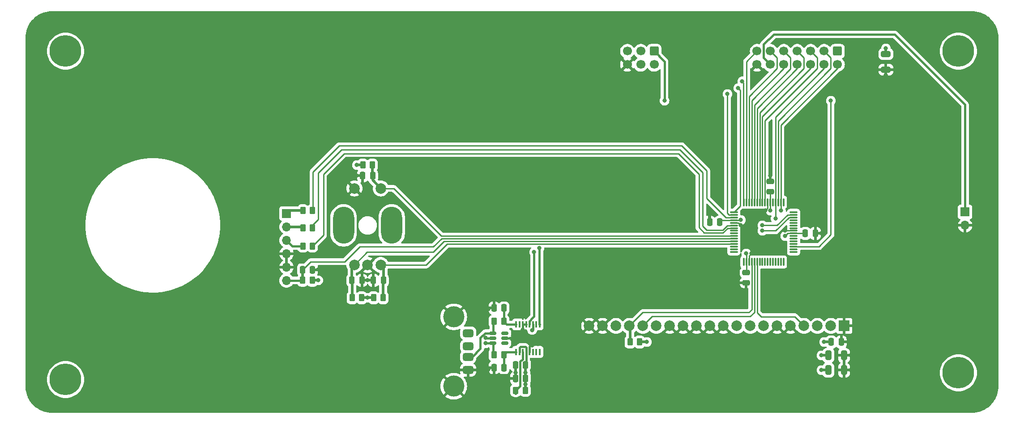
<source format=gtl>
G04 #@! TF.GenerationSoftware,KiCad,Pcbnew,8.0.1*
G04 #@! TF.CreationDate,2024-04-15T20:06:30-07:00*
G04 #@! TF.ProjectId,Control,436f6e74-726f-46c2-9e6b-696361645f70,2.0*
G04 #@! TF.SameCoordinates,Original*
G04 #@! TF.FileFunction,Copper,L1,Top*
G04 #@! TF.FilePolarity,Positive*
%FSLAX46Y46*%
G04 Gerber Fmt 4.6, Leading zero omitted, Abs format (unit mm)*
G04 Created by KiCad (PCBNEW 8.0.1) date 2024-04-15 20:06:30*
%MOMM*%
%LPD*%
G01*
G04 APERTURE LIST*
G04 Aperture macros list*
%AMRoundRect*
0 Rectangle with rounded corners*
0 $1 Rounding radius*
0 $2 $3 $4 $5 $6 $7 $8 $9 X,Y pos of 4 corners*
0 Add a 4 corners polygon primitive as box body*
4,1,4,$2,$3,$4,$5,$6,$7,$8,$9,$2,$3,0*
0 Add four circle primitives for the rounded corners*
1,1,$1+$1,$2,$3*
1,1,$1+$1,$4,$5*
1,1,$1+$1,$6,$7*
1,1,$1+$1,$8,$9*
0 Add four rect primitives between the rounded corners*
20,1,$1+$1,$2,$3,$4,$5,0*
20,1,$1+$1,$4,$5,$6,$7,0*
20,1,$1+$1,$6,$7,$8,$9,0*
20,1,$1+$1,$8,$9,$2,$3,0*%
G04 Aperture macros list end*
G04 #@! TA.AperFunction,ComponentPad*
%ADD10RoundRect,0.250000X-0.600000X0.600000X-0.600000X-0.600000X0.600000X-0.600000X0.600000X0.600000X0*%
G04 #@! TD*
G04 #@! TA.AperFunction,ComponentPad*
%ADD11C,1.700000*%
G04 #@! TD*
G04 #@! TA.AperFunction,ComponentPad*
%ADD12R,1.700000X1.700000*%
G04 #@! TD*
G04 #@! TA.AperFunction,ComponentPad*
%ADD13O,1.700000X1.700000*%
G04 #@! TD*
G04 #@! TA.AperFunction,SMDPad,CuDef*
%ADD14RoundRect,0.250000X-0.650000X0.325000X-0.650000X-0.325000X0.650000X-0.325000X0.650000X0.325000X0*%
G04 #@! TD*
G04 #@! TA.AperFunction,ComponentPad*
%ADD15RoundRect,0.375000X-0.625000X0.375000X-0.625000X-0.375000X0.625000X-0.375000X0.625000X0.375000X0*%
G04 #@! TD*
G04 #@! TA.AperFunction,ComponentPad*
%ADD16C,4.000000*%
G04 #@! TD*
G04 #@! TA.AperFunction,SMDPad,CuDef*
%ADD17RoundRect,0.250000X-0.262500X-0.450000X0.262500X-0.450000X0.262500X0.450000X-0.262500X0.450000X0*%
G04 #@! TD*
G04 #@! TA.AperFunction,SMDPad,CuDef*
%ADD18R,0.400000X1.200000*%
G04 #@! TD*
G04 #@! TA.AperFunction,SMDPad,CuDef*
%ADD19RoundRect,0.150000X0.512500X0.150000X-0.512500X0.150000X-0.512500X-0.150000X0.512500X-0.150000X0*%
G04 #@! TD*
G04 #@! TA.AperFunction,SMDPad,CuDef*
%ADD20RoundRect,0.250000X0.250000X0.475000X-0.250000X0.475000X-0.250000X-0.475000X0.250000X-0.475000X0*%
G04 #@! TD*
G04 #@! TA.AperFunction,ComponentPad*
%ADD21C,0.800000*%
G04 #@! TD*
G04 #@! TA.AperFunction,ComponentPad*
%ADD22C,6.000000*%
G04 #@! TD*
G04 #@! TA.AperFunction,SMDPad,CuDef*
%ADD23RoundRect,0.250000X-0.250000X-0.475000X0.250000X-0.475000X0.250000X0.475000X-0.250000X0.475000X0*%
G04 #@! TD*
G04 #@! TA.AperFunction,SMDPad,CuDef*
%ADD24RoundRect,0.250000X-0.325000X-0.650000X0.325000X-0.650000X0.325000X0.650000X-0.325000X0.650000X0*%
G04 #@! TD*
G04 #@! TA.AperFunction,SMDPad,CuDef*
%ADD25RoundRect,0.250000X0.262500X0.450000X-0.262500X0.450000X-0.262500X-0.450000X0.262500X-0.450000X0*%
G04 #@! TD*
G04 #@! TA.AperFunction,SMDPad,CuDef*
%ADD26RoundRect,0.250000X0.475000X-0.250000X0.475000X0.250000X-0.475000X0.250000X-0.475000X-0.250000X0*%
G04 #@! TD*
G04 #@! TA.AperFunction,SMDPad,CuDef*
%ADD27RoundRect,0.075000X-0.075000X0.662500X-0.075000X-0.662500X0.075000X-0.662500X0.075000X0.662500X0*%
G04 #@! TD*
G04 #@! TA.AperFunction,SMDPad,CuDef*
%ADD28RoundRect,0.075000X-0.662500X0.075000X-0.662500X-0.075000X0.662500X-0.075000X0.662500X0.075000X0*%
G04 #@! TD*
G04 #@! TA.AperFunction,SMDPad,CuDef*
%ADD29RoundRect,0.250000X-0.475000X0.250000X-0.475000X-0.250000X0.475000X-0.250000X0.475000X0.250000X0*%
G04 #@! TD*
G04 #@! TA.AperFunction,ComponentPad*
%ADD30O,4.000000X7.000000*%
G04 #@! TD*
G04 #@! TA.AperFunction,ComponentPad*
%ADD31C,2.000000*%
G04 #@! TD*
G04 #@! TA.AperFunction,ComponentPad*
%ADD32R,2.000000X2.000000*%
G04 #@! TD*
G04 #@! TA.AperFunction,ViaPad*
%ADD33C,0.800000*%
G04 #@! TD*
G04 #@! TA.AperFunction,Conductor*
%ADD34C,0.508000*%
G04 #@! TD*
G04 #@! TA.AperFunction,Conductor*
%ADD35C,0.381000*%
G04 #@! TD*
G04 #@! TA.AperFunction,Conductor*
%ADD36C,0.254000*%
G04 #@! TD*
G04 APERTURE END LIST*
D10*
G04 #@! TO.P,MCU1,1,Pin_1*
G04 #@! TO.N,+3V0*
X205740000Y-68580000D03*
D11*
G04 #@! TO.P,MCU1,2,Pin_2*
G04 #@! TO.N,MOSI*
X205740000Y-71120000D03*
G04 #@! TO.P,MCU1,3,Pin_3*
G04 #@! TO.N,MISO*
X203200000Y-68580000D03*
G04 #@! TO.P,MCU1,4,Pin_4*
G04 #@! TO.N,SCK*
X203200000Y-71120000D03*
G04 #@! TO.P,MCU1,5,Pin_5*
G04 #@! TO.N,CS_LASER*
X200660000Y-68580000D03*
G04 #@! TO.P,MCU1,6,Pin_6*
G04 #@! TO.N,RST_LASER*
X200660000Y-71120000D03*
G04 #@! TO.P,MCU1,7,Pin_7*
G04 #@! TO.N,TMP_LASER*
X198120000Y-68580000D03*
G04 #@! TO.P,MCU1,8,Pin_8*
G04 #@! TO.N,CS_TEC_SET*
X198120000Y-71120000D03*
G04 #@! TO.P,MCU1,9,Pin_9*
G04 #@! TO.N,CS_TEC_READ*
X195580000Y-68580000D03*
G04 #@! TO.P,MCU1,10,Pin_10*
G04 #@! TO.N,TEC_ENABLE*
X195580000Y-71120000D03*
G04 #@! TO.P,MCU1,11,Pin_11*
G04 #@! TO.N,CS_CHARGE*
X193040000Y-68580000D03*
G04 #@! TO.P,MCU1,12,Pin_12*
G04 #@! TO.N,INTERLOCK_SW*
X193040000Y-71120000D03*
G04 #@! TO.P,MCU1,13,Pin_13*
G04 #@! TO.N,INTERLOCK_EN*
X190500000Y-68580000D03*
G04 #@! TO.P,MCU1,14,Pin_14*
G04 #@! TO.N,GND*
X190500000Y-71120000D03*
G04 #@! TD*
D12*
G04 #@! TO.P,SW2,1,A*
G04 #@! TO.N,INTERLOCK_SW*
X229870000Y-99060000D03*
D13*
G04 #@! TO.P,SW2,2,B*
G04 #@! TO.N,GND*
X229870000Y-101600000D03*
G04 #@! TD*
D14*
G04 #@! TO.P,C10,1*
G04 #@! TO.N,+3V0*
X214884000Y-69137000D03*
G04 #@! TO.P,C10,2*
G04 #@! TO.N,GND*
X214884000Y-72087000D03*
G04 #@! TD*
D15*
G04 #@! TO.P,USB1,1,VBUS*
G04 #@! TO.N,Net-(U2-VDD)*
X135844000Y-122013000D03*
G04 #@! TO.P,USB1,2,D-*
G04 #@! TO.N,Net-(U2-IO4)*
X135844000Y-124513000D03*
G04 #@! TO.P,USB1,3,D+*
G04 #@! TO.N,Net-(U2-IO3)*
X135844000Y-126513000D03*
G04 #@! TO.P,USB1,4,GND*
G04 #@! TO.N,GND*
X135844000Y-129013000D03*
D16*
G04 #@! TO.P,USB1,5,Shield*
X133134000Y-118943000D03*
X133134000Y-132083000D03*
G04 #@! TD*
D17*
G04 #@! TO.P,R2,1*
G04 #@! TO.N,Net-(U3-~{RESET})*
X144837500Y-132879000D03*
G04 #@! TO.P,R2,2*
G04 #@! TO.N,+3V0*
X146662500Y-132879000D03*
G04 #@! TD*
G04 #@! TO.P,R3,1*
G04 #@! TO.N,Net-(U2-IO3)*
X140773500Y-119798000D03*
G04 #@! TO.P,R3,2*
G04 #@! TO.N,USBD_P*
X142598500Y-119798000D03*
G04 #@! TD*
D18*
G04 #@! TO.P,U3,1,TXD*
G04 #@! TO.N,RXD*
X149369500Y-120373000D03*
G04 #@! TO.P,U3,2,~{RTS}*
G04 #@! TO.N,unconnected-(U3-~{RTS}-Pad2)*
X148734500Y-120373000D03*
G04 #@! TO.P,U3,3,VCCIO*
G04 #@! TO.N,+3V0*
X148099500Y-120373000D03*
G04 #@! TO.P,U3,4,RXD*
G04 #@! TO.N,TXD*
X147464500Y-120373000D03*
G04 #@! TO.P,U3,5,GND*
G04 #@! TO.N,GND*
X146829500Y-120373000D03*
G04 #@! TO.P,U3,6,~{CTS}*
X146194500Y-120373000D03*
G04 #@! TO.P,U3,7,CBUS2*
G04 #@! TO.N,unconnected-(U3-CBUS2-Pad7)*
X145559500Y-120373000D03*
G04 #@! TO.P,U3,8,USBDP*
G04 #@! TO.N,USBD_P*
X144924500Y-120373000D03*
G04 #@! TO.P,U3,9,USBDM*
G04 #@! TO.N,USBD_N*
X144924500Y-125573000D03*
G04 #@! TO.P,U3,10,3V3OUT*
G04 #@! TO.N,+3V0*
X145559500Y-125573000D03*
G04 #@! TO.P,U3,11,~{RESET}*
G04 #@! TO.N,Net-(U3-~{RESET})*
X146194500Y-125573000D03*
G04 #@! TO.P,U3,12,VCC*
G04 #@! TO.N,+3V0*
X146829500Y-125573000D03*
G04 #@! TO.P,U3,13,GND*
G04 #@! TO.N,GND*
X147464500Y-125573000D03*
G04 #@! TO.P,U3,14,CBUS1*
G04 #@! TO.N,unconnected-(U3-CBUS1-Pad14)*
X148099500Y-125573000D03*
G04 #@! TO.P,U3,15,CBUS0*
G04 #@! TO.N,unconnected-(U3-CBUS0-Pad15)*
X148734500Y-125573000D03*
G04 #@! TO.P,U3,16,CBUS3*
G04 #@! TO.N,unconnected-(U3-CBUS3-Pad16)*
X149369500Y-125573000D03*
G04 #@! TD*
D19*
G04 #@! TO.P,U2,1,IO1*
G04 #@! TO.N,unconnected-(U2-IO1-Pad1)*
X142823500Y-123923000D03*
G04 #@! TO.P,U2,2,GND*
G04 #@! TO.N,GND*
X142823500Y-122973000D03*
G04 #@! TO.P,U2,3,IO2*
G04 #@! TO.N,unconnected-(U2-IO2-Pad3)*
X142823500Y-122023000D03*
G04 #@! TO.P,U2,4,IO3*
G04 #@! TO.N,Net-(U2-IO3)*
X140548500Y-122023000D03*
G04 #@! TO.P,U2,5,VDD*
G04 #@! TO.N,Net-(U2-VDD)*
X140548500Y-122973000D03*
G04 #@! TO.P,U2,6,IO4*
G04 #@! TO.N,Net-(U2-IO4)*
X140548500Y-123923000D03*
G04 #@! TD*
D17*
G04 #@! TO.P,R4,1*
G04 #@! TO.N,Net-(U2-IO4)*
X140773500Y-126148000D03*
G04 #@! TO.P,R4,2*
G04 #@! TO.N,USBD_N*
X142598500Y-126148000D03*
G04 #@! TD*
D20*
G04 #@! TO.P,C5,1*
G04 #@! TO.N,+3V0*
X146700000Y-130593000D03*
G04 #@! TO.P,C5,2*
G04 #@! TO.N,GND*
X144800000Y-130593000D03*
G04 #@! TD*
G04 #@! TO.P,C6,1*
G04 #@! TO.N,USBD_P*
X142636000Y-117258000D03*
G04 #@! TO.P,C6,2*
G04 #@! TO.N,GND*
X140736000Y-117258000D03*
G04 #@! TD*
G04 #@! TO.P,C2,1*
G04 #@! TO.N,+3V0*
X146700000Y-128053000D03*
G04 #@! TO.P,C2,2*
G04 #@! TO.N,GND*
X144800000Y-128053000D03*
G04 #@! TD*
G04 #@! TO.P,C4,1*
G04 #@! TO.N,USBD_N*
X142636000Y-128561000D03*
G04 #@! TO.P,C4,2*
G04 #@! TO.N,GND*
X140736000Y-128561000D03*
G04 #@! TD*
D21*
G04 #@! TO.P,H1,1,1*
G04 #@! TO.N,unconnected-(H1-Pad1)_1*
X57440000Y-68580000D03*
G04 #@! TO.N,unconnected-(H1-Pad1)_2*
X58099010Y-66989010D03*
G04 #@! TO.N,unconnected-(H1-Pad1)*
X58099010Y-70170990D03*
G04 #@! TO.N,unconnected-(H1-Pad1)_5*
X59690000Y-66330000D03*
D22*
G04 #@! TO.N,unconnected-(H1-Pad1)_0*
X59690000Y-68580000D03*
D21*
G04 #@! TO.N,unconnected-(H1-Pad1)_6*
X59690000Y-70830000D03*
G04 #@! TO.N,unconnected-(H1-Pad1)_7*
X61280990Y-66989010D03*
G04 #@! TO.N,unconnected-(H1-Pad1)_4*
X61280990Y-70170990D03*
G04 #@! TO.N,unconnected-(H1-Pad1)_3*
X61940000Y-68580000D03*
G04 #@! TD*
G04 #@! TO.P,H2,1,1*
G04 #@! TO.N,unconnected-(H2-Pad1)_0*
X226350000Y-68580000D03*
G04 #@! TO.N,unconnected-(H2-Pad1)_2*
X227009010Y-66989010D03*
G04 #@! TO.N,unconnected-(H2-Pad1)*
X227009010Y-70170990D03*
G04 #@! TO.N,unconnected-(H2-Pad1)_4*
X228600000Y-66330000D03*
D22*
G04 #@! TO.N,unconnected-(H2-Pad1)_3*
X228600000Y-68580000D03*
D21*
G04 #@! TO.N,unconnected-(H2-Pad1)_5*
X228600000Y-70830000D03*
G04 #@! TO.N,unconnected-(H2-Pad1)_6*
X230190990Y-66989010D03*
G04 #@! TO.N,unconnected-(H2-Pad1)_7*
X230190990Y-70170990D03*
G04 #@! TO.N,unconnected-(H2-Pad1)_1*
X230850000Y-68580000D03*
G04 #@! TD*
G04 #@! TO.P,H3,1,1*
G04 #@! TO.N,unconnected-(H3-Pad1)_0*
X57440000Y-130810000D03*
G04 #@! TO.N,unconnected-(H3-Pad1)_3*
X58099010Y-129219010D03*
G04 #@! TO.N,unconnected-(H3-Pad1)_1*
X58099010Y-132400990D03*
G04 #@! TO.N,unconnected-(H3-Pad1)_2*
X59690000Y-128560000D03*
D22*
G04 #@! TO.N,unconnected-(H3-Pad1)_6*
X59690000Y-130810000D03*
D21*
G04 #@! TO.N,unconnected-(H3-Pad1)_5*
X59690000Y-133060000D03*
G04 #@! TO.N,unconnected-(H3-Pad1)_4*
X61280990Y-129219010D03*
G04 #@! TO.N,unconnected-(H3-Pad1)_7*
X61280990Y-132400990D03*
G04 #@! TO.N,unconnected-(H3-Pad1)*
X61940000Y-130810000D03*
G04 #@! TD*
G04 #@! TO.P,H4,1,1*
G04 #@! TO.N,unconnected-(H4-Pad1)_6*
X226350000Y-129540000D03*
G04 #@! TO.N,unconnected-(H4-Pad1)_5*
X227009010Y-127949010D03*
G04 #@! TO.N,unconnected-(H4-Pad1)_0*
X227009010Y-131130990D03*
G04 #@! TO.N,unconnected-(H4-Pad1)_3*
X228600000Y-127290000D03*
D22*
G04 #@! TO.N,unconnected-(H4-Pad1)_7*
X228600000Y-129540000D03*
D21*
G04 #@! TO.N,unconnected-(H4-Pad1)_1*
X228600000Y-131790000D03*
G04 #@! TO.N,unconnected-(H4-Pad1)_2*
X230190990Y-127949010D03*
G04 #@! TO.N,unconnected-(H4-Pad1)_4*
X230190990Y-131130990D03*
G04 #@! TO.N,unconnected-(H4-Pad1)*
X230850000Y-129540000D03*
G04 #@! TD*
D17*
G04 #@! TO.P,R1,1*
G04 #@! TO.N,DISP_CS*
X166473500Y-123698000D03*
G04 #@! TO.P,R1,2*
G04 #@! TO.N,+3V0*
X168298500Y-123698000D03*
G04 #@! TD*
D20*
G04 #@! TO.P,C9,1*
G04 #@! TO.N,GND*
X201544000Y-103124000D03*
G04 #@! TO.P,C9,2*
G04 #@! TO.N,+3V0*
X199644000Y-103124000D03*
G04 #@! TD*
D23*
G04 #@! TO.P,C16,1*
G04 #@! TO.N,FIRE*
X104518000Y-110036000D03*
G04 #@! TO.P,C16,2*
G04 #@! TO.N,GND*
X106418000Y-110036000D03*
G04 #@! TD*
D20*
G04 #@! TO.P,C1,1*
G04 #@! TO.N,GND*
X206436000Y-123698000D03*
G04 #@! TO.P,C1,2*
G04 #@! TO.N,+3V0*
X204536000Y-123698000D03*
G04 #@! TD*
G04 #@! TO.P,C15,1*
G04 #@! TO.N,ENC_SEL*
X117790000Y-92202000D03*
G04 #@! TO.P,C15,2*
G04 #@! TO.N,GND*
X115890000Y-92202000D03*
G04 #@! TD*
D24*
G04 #@! TO.P,C12,1*
G04 #@! TO.N,+3V0*
X204011000Y-129032000D03*
G04 #@! TO.P,C12,2*
G04 #@! TO.N,GND*
X206961000Y-129032000D03*
G04 #@! TD*
D25*
G04 #@! TO.P,R10,1*
G04 #@! TO.N,LED_FIRE_B*
X106412500Y-105500000D03*
G04 #@! TO.P,R10,2*
G04 #@! TO.N,Net-(SW3-Pin_3)*
X104587500Y-105500000D03*
G04 #@! TD*
D24*
G04 #@! TO.P,C11,1*
G04 #@! TO.N,+3V0*
X204011000Y-126238000D03*
G04 #@! TO.P,C11,2*
G04 #@! TO.N,GND*
X206961000Y-126238000D03*
G04 #@! TD*
D26*
G04 #@! TO.P,C8,1*
G04 #@! TO.N,GND*
X188468000Y-112456000D03*
G04 #@! TO.P,C8,2*
G04 #@! TO.N,+3V0*
X188468000Y-110556000D03*
G04 #@! TD*
D23*
G04 #@! TO.P,C13,1*
G04 #@! TO.N,ENC_B*
X113858000Y-112014000D03*
G04 #@! TO.P,C13,2*
G04 #@! TO.N,GND*
X115758000Y-112014000D03*
G04 #@! TD*
D25*
G04 #@! TO.P,R9,1*
G04 #@! TO.N,LED_FIRE_G*
X106412500Y-102108000D03*
G04 #@! TO.P,R9,2*
G04 #@! TO.N,Net-(SW3-Pin_2)*
X104587500Y-102108000D03*
G04 #@! TD*
D12*
G04 #@! TO.P,SW3,1,Pin_1*
G04 #@! TO.N,Net-(SW3-Pin_1)*
X101500000Y-99340000D03*
D13*
G04 #@! TO.P,SW3,2,Pin_2*
G04 #@! TO.N,Net-(SW3-Pin_2)*
X101500000Y-101880000D03*
G04 #@! TO.P,SW3,3,Pin_3*
G04 #@! TO.N,Net-(SW3-Pin_3)*
X101500000Y-104420000D03*
G04 #@! TO.P,SW3,4,Pin_4*
G04 #@! TO.N,GND*
X101500000Y-106960000D03*
G04 #@! TO.P,SW3,5,Pin_5*
X101500000Y-109500000D03*
G04 #@! TO.P,SW3,6,Pin_6*
G04 #@! TO.N,FIRE*
X101500000Y-112040000D03*
G04 #@! TD*
D17*
G04 #@! TO.P,R12,1*
G04 #@! TO.N,+3V0*
X117959500Y-115316000D03*
G04 #@! TO.P,R12,2*
G04 #@! TO.N,ENC_A*
X119784500Y-115316000D03*
G04 #@! TD*
D20*
G04 #@! TO.P,C14,1*
G04 #@! TO.N,ENC_A*
X119822000Y-112014000D03*
G04 #@! TO.P,C14,2*
G04 #@! TO.N,GND*
X117922000Y-112014000D03*
G04 #@! TD*
D25*
G04 #@! TO.P,R11,1*
G04 #@! TO.N,+3V0*
X115720500Y-115316000D03*
G04 #@! TO.P,R11,2*
G04 #@! TO.N,ENC_B*
X113895500Y-115316000D03*
G04 #@! TD*
G04 #@! TO.P,R8,1*
G04 #@! TO.N,LED_FIRE_R*
X106412500Y-98806000D03*
G04 #@! TO.P,R8,2*
G04 #@! TO.N,Net-(SW3-Pin_1)*
X104587500Y-98806000D03*
G04 #@! TD*
G04 #@! TO.P,R14,1*
G04 #@! TO.N,+3V0*
X106380500Y-112000000D03*
G04 #@! TO.P,R14,2*
G04 #@! TO.N,FIRE*
X104555500Y-112000000D03*
G04 #@! TD*
D27*
G04 #@! TO.P,U1,1,PA3*
G04 #@! TO.N,unconnected-(U1-PA3-Pad1)*
X195520000Y-97207500D03*
G04 #@! TO.P,U1,2,PA4*
G04 #@! TO.N,MOSI*
X195020000Y-97207500D03*
G04 #@! TO.P,U1,3,PA5*
G04 #@! TO.N,MISO*
X194520000Y-97207500D03*
G04 #@! TO.P,U1,4,PA6*
G04 #@! TO.N,SCK*
X194020000Y-97207500D03*
G04 #@! TO.P,U1,5,PA7*
G04 #@! TO.N,unconnected-(U1-PA7-Pad5)*
X193520000Y-97207500D03*
G04 #@! TO.P,U1,6,VDD*
G04 #@! TO.N,+3V0*
X193020000Y-97207500D03*
G04 #@! TO.P,U1,7,GND*
G04 #@! TO.N,GND*
X192520000Y-97207500D03*
G04 #@! TO.P,U1,8,PB0*
G04 #@! TO.N,CS_LASER*
X192020000Y-97207500D03*
G04 #@! TO.P,U1,9,PB1*
G04 #@! TO.N,RST_LASER*
X191520000Y-97207500D03*
G04 #@! TO.P,U1,10,PB2*
G04 #@! TO.N,TMP_LASER*
X191020000Y-97207500D03*
G04 #@! TO.P,U1,11,PB3*
G04 #@! TO.N,CS_TEC_SET*
X190520000Y-97207500D03*
G04 #@! TO.P,U1,12,PB4*
G04 #@! TO.N,CS_TEC_READ*
X190020000Y-97207500D03*
G04 #@! TO.P,U1,13,PB5*
G04 #@! TO.N,TEC_ENABLE*
X189520000Y-97207500D03*
G04 #@! TO.P,U1,14,PB6*
G04 #@! TO.N,CS_CHARGE*
X189020000Y-97207500D03*
G04 #@! TO.P,U1,15,PB7*
G04 #@! TO.N,INTERLOCK_EN*
X188520000Y-97207500D03*
G04 #@! TO.P,U1,16,PC0*
G04 #@! TO.N,LED_B*
X188020000Y-97207500D03*
D28*
G04 #@! TO.P,U1,17,PC1*
G04 #@! TO.N,LED_G*
X186107500Y-99120000D03*
G04 #@! TO.P,U1,18,PC2*
G04 #@! TO.N,LED_R*
X186107500Y-99620000D03*
G04 #@! TO.P,U1,19,PC3*
G04 #@! TO.N,LED_FIRE_R*
X186107500Y-100120000D03*
G04 #@! TO.P,U1,20,VDDIO2*
G04 #@! TO.N,+3V0*
X186107500Y-100620000D03*
G04 #@! TO.P,U1,21,GND*
G04 #@! TO.N,GND*
X186107500Y-101120000D03*
G04 #@! TO.P,U1,22,PC4*
G04 #@! TO.N,LED_FIRE_G*
X186107500Y-101620000D03*
G04 #@! TO.P,U1,23,PC5*
G04 #@! TO.N,LED_FIRE_B*
X186107500Y-102120000D03*
G04 #@! TO.P,U1,24,PC6*
G04 #@! TO.N,unconnected-(U1-PC6-Pad24)*
X186107500Y-102620000D03*
G04 #@! TO.P,U1,25,PC7*
G04 #@! TO.N,unconnected-(U1-PC7-Pad25)*
X186107500Y-103120000D03*
G04 #@! TO.P,U1,26,PD0*
G04 #@! TO.N,ENC_SEL*
X186107500Y-103620000D03*
G04 #@! TO.P,U1,27,PD1*
G04 #@! TO.N,FIRE*
X186107500Y-104120000D03*
G04 #@! TO.P,U1,28,PD2*
G04 #@! TO.N,ENC_B*
X186107500Y-104620000D03*
G04 #@! TO.P,U1,29,PD3*
G04 #@! TO.N,ENC_A*
X186107500Y-105120000D03*
G04 #@! TO.P,U1,30,PD4*
G04 #@! TO.N,unconnected-(U1-PD4-Pad30)*
X186107500Y-105620000D03*
G04 #@! TO.P,U1,31,PD5*
G04 #@! TO.N,unconnected-(U1-PD5-Pad31)*
X186107500Y-106120000D03*
G04 #@! TO.P,U1,32,PD6*
G04 #@! TO.N,unconnected-(U1-PD6-Pad32)*
X186107500Y-106620000D03*
D27*
G04 #@! TO.P,U1,33,VREFA/PD7*
G04 #@! TO.N,unconnected-(U1-VREFA{slash}PD7-Pad33)*
X188020000Y-108532500D03*
G04 #@! TO.P,U1,34,AVDD*
G04 #@! TO.N,+3V0*
X188520000Y-108532500D03*
G04 #@! TO.P,U1,35,AGND*
G04 #@! TO.N,GND*
X189020000Y-108532500D03*
G04 #@! TO.P,U1,36,PE0*
G04 #@! TO.N,DISP_CS*
X189520000Y-108532500D03*
G04 #@! TO.P,U1,37,PE1*
G04 #@! TO.N,DISP_RES*
X190020000Y-108532500D03*
G04 #@! TO.P,U1,38,PE2*
G04 #@! TO.N,DISP_DC*
X190520000Y-108532500D03*
G04 #@! TO.P,U1,39,PE3*
G04 #@! TO.N,unconnected-(U1-PE3-Pad39)*
X191020000Y-108532500D03*
G04 #@! TO.P,U1,40,PE4*
G04 #@! TO.N,unconnected-(U1-PE4-Pad40)*
X191520000Y-108532500D03*
G04 #@! TO.P,U1,41,PE5*
G04 #@! TO.N,unconnected-(U1-PE5-Pad41)*
X192020000Y-108532500D03*
G04 #@! TO.P,U1,42,PE6*
G04 #@! TO.N,unconnected-(U1-PE6-Pad42)*
X192520000Y-108532500D03*
G04 #@! TO.P,U1,43,PE7*
G04 #@! TO.N,unconnected-(U1-PE7-Pad43)*
X193020000Y-108532500D03*
G04 #@! TO.P,U1,44,XTAL32K1/PF0*
G04 #@! TO.N,unconnected-(U1-XTAL32K1{slash}PF0-Pad44)*
X193520000Y-108532500D03*
G04 #@! TO.P,U1,45,XTAL32K2/PF1*
G04 #@! TO.N,unconnected-(U1-XTAL32K2{slash}PF1-Pad45)*
X194020000Y-108532500D03*
G04 #@! TO.P,U1,46,PF2*
G04 #@! TO.N,unconnected-(U1-PF2-Pad46)*
X194520000Y-108532500D03*
G04 #@! TO.P,U1,47,PF3*
G04 #@! TO.N,unconnected-(U1-PF3-Pad47)*
X195020000Y-108532500D03*
G04 #@! TO.P,U1,48,PF4*
G04 #@! TO.N,unconnected-(U1-PF4-Pad48)*
X195520000Y-108532500D03*
D28*
G04 #@! TO.P,U1,49,PF5*
G04 #@! TO.N,unconnected-(U1-PF5-Pad49)*
X197432500Y-106620000D03*
G04 #@! TO.P,U1,50,~{RESET}/PF6*
G04 #@! TO.N,RESET*
X197432500Y-106120000D03*
G04 #@! TO.P,U1,51,UPDI*
G04 #@! TO.N,UPDI*
X197432500Y-105620000D03*
G04 #@! TO.P,U1,52,PG0*
G04 #@! TO.N,unconnected-(U1-PG0-Pad52)*
X197432500Y-105120000D03*
G04 #@! TO.P,U1,53,PG1*
G04 #@! TO.N,unconnected-(U1-PG1-Pad53)*
X197432500Y-104620000D03*
G04 #@! TO.P,U1,54,PG2*
G04 #@! TO.N,unconnected-(U1-PG2-Pad54)*
X197432500Y-104120000D03*
G04 #@! TO.P,U1,55,PG3*
G04 #@! TO.N,unconnected-(U1-PG3-Pad55)*
X197432500Y-103620000D03*
G04 #@! TO.P,U1,56,VDD*
G04 #@! TO.N,+3V0*
X197432500Y-103120000D03*
G04 #@! TO.P,U1,57,GND*
G04 #@! TO.N,GND*
X197432500Y-102620000D03*
G04 #@! TO.P,U1,58,PG4*
G04 #@! TO.N,unconnected-(U1-PG4-Pad58)*
X197432500Y-102120000D03*
G04 #@! TO.P,U1,59,PG5*
G04 #@! TO.N,unconnected-(U1-PG5-Pad59)*
X197432500Y-101620000D03*
G04 #@! TO.P,U1,60,PG6*
G04 #@! TO.N,unconnected-(U1-PG6-Pad60)*
X197432500Y-101120000D03*
G04 #@! TO.P,U1,61,PG7*
G04 #@! TO.N,unconnected-(U1-PG7-Pad61)*
X197432500Y-100620000D03*
G04 #@! TO.P,U1,62,XTALHF1/PA0*
G04 #@! TO.N,TXD*
X197432500Y-100120000D03*
G04 #@! TO.P,U1,63,XTALHF2/PA1*
G04 #@! TO.N,RXD*
X197432500Y-99620000D03*
G04 #@! TO.P,U1,64,PA2*
G04 #@! TO.N,unconnected-(U1-PA2-Pad64)*
X197432500Y-99120000D03*
G04 #@! TD*
D29*
G04 #@! TO.P,C3,1*
G04 #@! TO.N,GND*
X193040000Y-93284000D03*
G04 #@! TO.P,C3,2*
G04 #@! TO.N,+3V0*
X193040000Y-95184000D03*
G04 #@! TD*
D10*
G04 #@! TO.P,ISP1,1,Pin_1*
G04 #@! TO.N,UPDI*
X171045000Y-68580000D03*
D11*
G04 #@! TO.P,ISP1,2,Pin_2*
G04 #@! TO.N,+3V0*
X171045000Y-71120000D03*
G04 #@! TO.P,ISP1,3,Pin_3*
G04 #@! TO.N,unconnected-(ISP1-Pin_3-Pad3)*
X168505000Y-68580000D03*
G04 #@! TO.P,ISP1,4,Pin_4*
G04 #@! TO.N,unconnected-(ISP1-Pin_4-Pad4)*
X168505000Y-71120000D03*
G04 #@! TO.P,ISP1,5,Pin_5*
G04 #@! TO.N,unconnected-(ISP1-Pin_5-Pad5)*
X165965000Y-68580000D03*
G04 #@! TO.P,ISP1,6,Pin_6*
G04 #@! TO.N,GND*
X165965000Y-71120000D03*
G04 #@! TD*
D17*
G04 #@! TO.P,R13,1*
G04 #@! TO.N,+3V0*
X115927500Y-90170000D03*
G04 #@! TO.P,R13,2*
G04 #@! TO.N,ENC_SEL*
X117752500Y-90170000D03*
G04 #@! TD*
D23*
G04 #@! TO.P,C7,1*
G04 #@! TO.N,GND*
X181550000Y-101000000D03*
G04 #@! TO.P,C7,2*
G04 #@! TO.N,+3V0*
X183450000Y-101000000D03*
G04 #@! TD*
D30*
G04 #@! TO.P,SW1,*
G04 #@! TO.N,*
X121390000Y-101600000D03*
X112290000Y-101600000D03*
D31*
G04 #@! TO.P,SW1,A,A*
G04 #@! TO.N,ENC_A*
X119340000Y-109100000D03*
G04 #@! TO.P,SW1,B,B*
G04 #@! TO.N,ENC_B*
X114340000Y-109100000D03*
G04 #@! TO.P,SW1,C,C*
G04 #@! TO.N,GND*
X116840000Y-109100000D03*
G04 #@! TO.P,SW1,S1,S1*
G04 #@! TO.N,ENC_SEL*
X119340000Y-94600000D03*
G04 #@! TO.P,SW1,S2,S2*
G04 #@! TO.N,GND*
X114340000Y-94600000D03*
G04 #@! TD*
D32*
G04 #@! TO.P,DISP1,1,VSS*
G04 #@! TO.N,GND*
X207010000Y-120650000D03*
D31*
G04 #@! TO.P,DISP1,2,VDD*
G04 #@! TO.N,+3V0*
X204470000Y-120650000D03*
G04 #@! TO.P,DISP1,3,NC*
G04 #@! TO.N,unconnected-(DISP1-NC-Pad3)*
X201930000Y-120650000D03*
G04 #@! TO.P,DISP1,4,D/C*
G04 #@! TO.N,DISP_DC*
X199390000Y-120650000D03*
G04 #@! TO.P,DISP1,5,VSS*
G04 #@! TO.N,GND*
X196850000Y-120650000D03*
G04 #@! TO.P,DISP1,6,VSS*
X194310000Y-120650000D03*
G04 #@! TO.P,DISP1,7,SCLK*
G04 #@! TO.N,SCK*
X191770000Y-120650000D03*
G04 #@! TO.P,DISP1,8,SDIN*
G04 #@! TO.N,MOSI*
X189230000Y-120650000D03*
G04 #@! TO.P,DISP1,9,NC*
G04 #@! TO.N,unconnected-(DISP1-NC-Pad9)*
X186690000Y-120650000D03*
G04 #@! TO.P,DISP1,10,VSS*
G04 #@! TO.N,GND*
X184150000Y-120650000D03*
G04 #@! TO.P,DISP1,11,VSS*
X181610000Y-120650000D03*
G04 #@! TO.P,DISP1,12,VSS*
X179070000Y-120650000D03*
G04 #@! TO.P,DISP1,13,VSS*
X176530000Y-120650000D03*
G04 #@! TO.P,DISP1,14,VSS*
X173990000Y-120650000D03*
G04 #@! TO.P,DISP1,15,NC*
G04 #@! TO.N,unconnected-(DISP1-NC-Pad15)*
X171450000Y-120650000D03*
G04 #@! TO.P,DISP1,16,~{RES}*
G04 #@! TO.N,DISP_RES*
X168910000Y-120650000D03*
G04 #@! TO.P,DISP1,17,~{CS}*
G04 #@! TO.N,DISP_CS*
X166370000Y-120650000D03*
G04 #@! TO.P,DISP1,18,NC*
G04 #@! TO.N,unconnected-(DISP1-NC-Pad18)*
X163830000Y-120650000D03*
G04 #@! TO.P,DISP1,19,BS1*
G04 #@! TO.N,GND*
X161290000Y-120650000D03*
G04 #@! TO.P,DISP1,20,BS0*
X158750000Y-120650000D03*
G04 #@! TD*
D33*
G04 #@! TO.N,GND*
X146170546Y-121414467D03*
X139700000Y-117475000D03*
X147955000Y-124369798D03*
X144145000Y-123190000D03*
X144800000Y-129520000D03*
X139700000Y-128905000D03*
X95250000Y-120650000D03*
X222250000Y-95250000D03*
X82550000Y-133350000D03*
X116840000Y-113538000D03*
X171450000Y-133350000D03*
X69850000Y-63500000D03*
X69850000Y-133350000D03*
X209550000Y-133350000D03*
X107500000Y-109968000D03*
X207772000Y-123698000D03*
X82550000Y-82550000D03*
X171450000Y-107950000D03*
X82550000Y-63500000D03*
X158750000Y-63500000D03*
X57150000Y-107950000D03*
X209550000Y-63500000D03*
X120650000Y-82550000D03*
X158750000Y-133350000D03*
X214884000Y-73152000D03*
X188468000Y-113792000D03*
X107950000Y-120650000D03*
X133350000Y-107950000D03*
X133350000Y-63500000D03*
X57150000Y-95250000D03*
X146050000Y-107950000D03*
X95250000Y-82550000D03*
X184150000Y-133350000D03*
X202692000Y-103124000D03*
X171450000Y-82550000D03*
X196850000Y-63500000D03*
X222250000Y-120650000D03*
X192090497Y-98806000D03*
X120650000Y-63500000D03*
X171450000Y-95250000D03*
X120650000Y-133350000D03*
X209550000Y-107950000D03*
X82550000Y-120650000D03*
X184150000Y-63500000D03*
X133350000Y-95250000D03*
X95250000Y-133350000D03*
X158750000Y-107950000D03*
X95250000Y-63500000D03*
X57150000Y-120650000D03*
X146050000Y-82550000D03*
X209550000Y-120650000D03*
X57150000Y-82550000D03*
X209550000Y-95250000D03*
X222250000Y-133350000D03*
X222250000Y-82550000D03*
X158750000Y-82550000D03*
X195834000Y-102616000D03*
X133350000Y-82550000D03*
X120650000Y-120650000D03*
X171450000Y-63500000D03*
X208280000Y-129032000D03*
X187452000Y-101533503D03*
X158750000Y-95250000D03*
X193040000Y-92202000D03*
X69850000Y-82550000D03*
X107950000Y-82550000D03*
X146050000Y-63500000D03*
X222250000Y-107950000D03*
X107950000Y-133350000D03*
X222250000Y-63500000D03*
X95250000Y-95250000D03*
X107950000Y-63500000D03*
X146050000Y-95250000D03*
X116840000Y-112014000D03*
X189484000Y-106934000D03*
X196850000Y-133350000D03*
X114808000Y-92202000D03*
X208280000Y-126238000D03*
X181500000Y-99000000D03*
X69850000Y-120650000D03*
X78000000Y-72625000D03*
G04 #@! TO.N,+3V0*
X146700000Y-129525000D03*
X147967741Y-121431254D03*
X169672000Y-123698000D03*
X202692000Y-126238000D03*
X114808000Y-90170000D03*
X187452000Y-100584000D03*
X188468000Y-106934000D03*
X195834000Y-103632000D03*
X214884000Y-68072000D03*
X107500000Y-112000000D03*
X202692000Y-129032000D03*
X203200000Y-123698000D03*
X116840000Y-115316000D03*
X193040000Y-98806000D03*
X146700000Y-131684000D03*
G04 #@! TO.N,SCK*
X194020000Y-100330000D03*
G04 #@! TO.N,MOSI*
X195020000Y-98806000D03*
G04 #@! TO.N,RXD*
X149352000Y-105918000D03*
X191516000Y-101600000D03*
G04 #@! TO.N,TXD*
X148336000Y-106680000D03*
X191516000Y-102616000D03*
G04 #@! TO.N,LED_R*
X184912000Y-76708000D03*
G04 #@! TO.N,LED_G*
X186944000Y-75565000D03*
G04 #@! TO.N,LED_B*
X187706000Y-74295000D03*
G04 #@! TO.N,UPDI*
X204470000Y-77978000D03*
X173000000Y-77978000D03*
G04 #@! TO.N,Net-(U2-IO4)*
X139192000Y-123952000D03*
G04 #@! TO.N,Net-(U2-VDD)*
X139192000Y-122936000D03*
G04 #@! TD*
D34*
G04 #@! TO.N,GND*
X144800000Y-130593000D02*
X144800000Y-129520000D01*
X144800000Y-129520000D02*
X144800000Y-128053000D01*
D35*
X146194500Y-121390513D02*
X146170546Y-121414467D01*
X146194500Y-120373000D02*
X146194500Y-121390513D01*
X139917000Y-117258000D02*
X139700000Y-117475000D01*
X140736000Y-117258000D02*
X139917000Y-117258000D01*
X147464500Y-125573000D02*
X147464500Y-124592000D01*
X147686702Y-124369798D02*
X147955000Y-124369798D01*
X147464500Y-124592000D02*
X147686702Y-124369798D01*
X142786000Y-122973000D02*
X143928000Y-122973000D01*
X143928000Y-122973000D02*
X144145000Y-123190000D01*
X140044000Y-128561000D02*
X139700000Y-128905000D01*
X140736000Y-128561000D02*
X140044000Y-128561000D01*
X146194500Y-120373000D02*
X146829500Y-120373000D01*
D34*
X206961000Y-129032000D02*
X208280000Y-129032000D01*
D36*
X192090497Y-98798080D02*
X192090497Y-98806000D01*
D34*
X206961000Y-126238000D02*
X208280000Y-126238000D01*
D36*
X189020000Y-108532500D02*
X189020000Y-107398000D01*
D34*
X115890000Y-92202000D02*
X114808000Y-92202000D01*
D36*
X187444080Y-101533503D02*
X187030577Y-101120000D01*
D34*
X106418000Y-110036000D02*
X107432000Y-110036000D01*
D36*
X187452000Y-101533503D02*
X187444080Y-101533503D01*
D34*
X107432000Y-110036000D02*
X107500000Y-109968000D01*
X188468000Y-112456000D02*
X188468000Y-113792000D01*
D36*
X189020000Y-107398000D02*
X189484000Y-106934000D01*
X195834000Y-102616000D02*
X196283423Y-102616000D01*
X196283423Y-102616000D02*
X196287423Y-102620000D01*
D34*
X201544000Y-103124000D02*
X202692000Y-103124000D01*
X181500000Y-100950000D02*
X181550000Y-101000000D01*
D36*
X192520000Y-97207500D02*
X192520000Y-98368577D01*
D34*
X214884000Y-72087000D02*
X214884000Y-73152000D01*
D36*
X192520000Y-98368577D02*
X192090497Y-98798080D01*
X187030577Y-101120000D02*
X186107500Y-101120000D01*
D34*
X193040000Y-93284000D02*
X193040000Y-92202000D01*
D36*
X196287423Y-102620000D02*
X197432500Y-102620000D01*
D34*
X206436000Y-123698000D02*
X207772000Y-123698000D01*
X116840000Y-112014000D02*
X117922000Y-112014000D01*
X181500000Y-99000000D02*
X181500000Y-100950000D01*
X115758000Y-112014000D02*
X116840000Y-112014000D01*
D35*
G04 #@! TO.N,USBD_N*
X144924500Y-125573000D02*
X143173500Y-125573000D01*
X143173500Y-125573000D02*
X142598500Y-126148000D01*
X142598500Y-128523500D02*
X142636000Y-128561000D01*
X142598500Y-126148000D02*
X142598500Y-128523500D01*
G04 #@! TO.N,USBD_P*
X142598500Y-119798000D02*
X142598500Y-117295500D01*
X142598500Y-117295500D02*
X142636000Y-117258000D01*
X144924500Y-120373000D02*
X143173500Y-120373000D01*
X143173500Y-120373000D02*
X142598500Y-119798000D01*
G04 #@! TO.N,+3V0*
X146829500Y-126855500D02*
X146829500Y-127923500D01*
X146829500Y-127923500D02*
X146700000Y-128053000D01*
X146829500Y-125573000D02*
X146829500Y-126855500D01*
D34*
X146700000Y-129525000D02*
X146700000Y-130593000D01*
X146700000Y-128053000D02*
X146700000Y-129525000D01*
X146700000Y-130593000D02*
X146700000Y-131684000D01*
X146700000Y-132841500D02*
X146662500Y-132879000D01*
X204536000Y-123698000D02*
X203200000Y-123698000D01*
D36*
X193020000Y-97207500D02*
X193020000Y-95204000D01*
X193020000Y-95204000D02*
X193040000Y-95184000D01*
D35*
X145722099Y-124632499D02*
X145559500Y-124795098D01*
D34*
X204536000Y-120716000D02*
X204470000Y-120650000D01*
X168298500Y-123698000D02*
X169672000Y-123698000D01*
D35*
X148099500Y-121299495D02*
X148099500Y-120373000D01*
D36*
X183830000Y-100620000D02*
X183450000Y-101000000D01*
D35*
X145559500Y-124795098D02*
X145559500Y-125573000D01*
D36*
X186107500Y-100620000D02*
X183830000Y-100620000D01*
D34*
X115720500Y-115316000D02*
X117959500Y-115316000D01*
D36*
X193020000Y-98786000D02*
X193040000Y-98806000D01*
D34*
X204011000Y-129032000D02*
X202692000Y-129032000D01*
D35*
X147967741Y-121431254D02*
X148099500Y-121299495D01*
X146829500Y-125573000D02*
X146829500Y-124795098D01*
D36*
X195834000Y-103632000D02*
X196346000Y-103120000D01*
D35*
X146829500Y-124795098D02*
X146666901Y-124632499D01*
D36*
X199640000Y-103120000D02*
X199644000Y-103124000D01*
X188520000Y-106986000D02*
X188468000Y-106934000D01*
X196346000Y-103120000D02*
X197432500Y-103120000D01*
X188520000Y-108532500D02*
X188520000Y-110504000D01*
D34*
X214884000Y-69137000D02*
X214884000Y-68072000D01*
D36*
X187416000Y-100620000D02*
X187452000Y-100584000D01*
D34*
X106380500Y-112000000D02*
X107500000Y-112000000D01*
X204011000Y-126238000D02*
X202692000Y-126238000D01*
X115927500Y-90170000D02*
X114808000Y-90170000D01*
D35*
X146666901Y-124632499D02*
X145722099Y-124632499D01*
D34*
X146700000Y-131684000D02*
X146700000Y-132841500D01*
D36*
X193020000Y-97207500D02*
X193020000Y-98786000D01*
X197432500Y-103120000D02*
X199640000Y-103120000D01*
X188520000Y-110504000D02*
X188468000Y-110556000D01*
X188520000Y-108532500D02*
X188520000Y-106986000D01*
X186107500Y-100620000D02*
X187416000Y-100620000D01*
D34*
G04 #@! TO.N,FIRE*
X104555500Y-112000000D02*
X104555500Y-110073500D01*
X104555500Y-110073500D02*
X104518000Y-110036000D01*
D36*
X130830000Y-104120000D02*
X129286000Y-105664000D01*
X106054000Y-108500000D02*
X104518000Y-110036000D01*
X129286000Y-105664000D02*
X115336000Y-105664000D01*
D35*
X104515500Y-112040000D02*
X104555500Y-112000000D01*
D36*
X186107500Y-104120000D02*
X130830000Y-104120000D01*
X104301500Y-112254000D02*
X104555500Y-112000000D01*
D35*
X101500000Y-112040000D02*
X104515500Y-112040000D01*
D36*
X115336000Y-105664000D02*
X112500000Y-108500000D01*
X112500000Y-108500000D02*
X106054000Y-108500000D01*
G04 #@! TO.N,DISP_CS*
X189520000Y-108532500D02*
X189520000Y-117566000D01*
D34*
X166473500Y-123698000D02*
X166473500Y-120753500D01*
D36*
X188976000Y-118110000D02*
X168910000Y-118110000D01*
X189520000Y-117566000D02*
X188976000Y-118110000D01*
X168910000Y-118110000D02*
X166370000Y-120650000D01*
D34*
X166473500Y-120753500D02*
X166370000Y-120650000D01*
D36*
G04 #@! TO.N,DISP_RES*
X190020000Y-118082000D02*
X189230000Y-118872000D01*
X170688000Y-118872000D02*
X168910000Y-120650000D01*
X189230000Y-118872000D02*
X170688000Y-118872000D01*
X190020000Y-108532500D02*
X190020000Y-118082000D01*
G04 #@! TO.N,DISP_DC*
X190520000Y-108532500D02*
X190520000Y-118130000D01*
X197632000Y-118892000D02*
X199390000Y-120650000D01*
X190520000Y-118130000D02*
X191282000Y-118892000D01*
X191282000Y-118892000D02*
X197632000Y-118892000D01*
G04 #@! TO.N,SCK*
X194042000Y-97185500D02*
X194042000Y-81040000D01*
X203200000Y-71882000D02*
X203200000Y-71120000D01*
X194020000Y-100330000D02*
X194020000Y-97207500D01*
X194020000Y-97207500D02*
X194042000Y-97185500D01*
X194042000Y-81040000D02*
X203200000Y-71882000D01*
G04 #@! TO.N,MOSI*
X195020000Y-97207500D02*
X195020000Y-82602000D01*
X205740000Y-71882000D02*
X205740000Y-71120000D01*
X195020000Y-98806000D02*
X195020000Y-97207500D01*
X195020000Y-82602000D02*
X205740000Y-71882000D01*
G04 #@! TO.N,MISO*
X194520000Y-81832000D02*
X204470000Y-71882000D01*
X204470000Y-71882000D02*
X204470000Y-69850000D01*
X194520000Y-97207500D02*
X194520000Y-81832000D01*
X204470000Y-69850000D02*
X203200000Y-68580000D01*
D35*
G04 #@! TO.N,RXD*
X149352000Y-120355500D02*
X149369500Y-120373000D01*
X149352000Y-105918000D02*
X149352000Y-120355500D01*
D36*
X196290000Y-99620000D02*
X194310000Y-101600000D01*
X197432500Y-99620000D02*
X196290000Y-99620000D01*
X194310000Y-101600000D02*
X191516000Y-101600000D01*
G04 #@! TO.N,TXD*
X194056000Y-102616000D02*
X191516000Y-102616000D01*
D35*
X148082000Y-119126000D02*
X148064960Y-119126000D01*
D36*
X197432500Y-100120000D02*
X196552000Y-100120000D01*
D35*
X148336000Y-106680000D02*
X148336000Y-118872000D01*
D36*
X196552000Y-100120000D02*
X194056000Y-102616000D01*
D35*
X148336000Y-118872000D02*
X148082000Y-119126000D01*
X147464500Y-119726460D02*
X147464500Y-120373000D01*
X148064960Y-119126000D02*
X147464500Y-119726460D01*
G04 #@! TO.N,INTERLOCK_SW*
X229870000Y-78740000D02*
X229870000Y-99060000D01*
X216535000Y-65405000D02*
X229870000Y-78740000D01*
X191770000Y-67310000D02*
X193675000Y-65405000D01*
X191770000Y-69850000D02*
X191770000Y-67310000D01*
X193675000Y-65405000D02*
X216535000Y-65405000D01*
X193040000Y-71120000D02*
X191770000Y-69850000D01*
D36*
G04 #@! TO.N,TEC_ENABLE*
X195580000Y-71882000D02*
X195580000Y-71120000D01*
X189520000Y-77942000D02*
X195580000Y-71882000D01*
X189520000Y-97207500D02*
X189520000Y-77942000D01*
G04 #@! TO.N,CS_TEC_SET*
X190520000Y-97207500D02*
X190520000Y-79482000D01*
X190520000Y-79482000D02*
X198120000Y-71882000D01*
X198120000Y-71882000D02*
X198120000Y-71120000D01*
G04 #@! TO.N,RST_LASER*
X191520000Y-97207500D02*
X191520000Y-81022000D01*
X191520000Y-81022000D02*
X200660000Y-71882000D01*
X200660000Y-71882000D02*
X200660000Y-71120000D01*
G04 #@! TO.N,INTERLOCK_EN*
X188520000Y-70560000D02*
X188520000Y-97207500D01*
X190500000Y-68580000D02*
X188520000Y-70560000D01*
G04 #@! TO.N,CS_CHARGE*
X194310000Y-71882000D02*
X194310000Y-69850000D01*
X194310000Y-69850000D02*
X193040000Y-68580000D01*
X189020000Y-77172000D02*
X194310000Y-71882000D01*
X189020000Y-97207500D02*
X189020000Y-77172000D01*
G04 #@! TO.N,CS_TEC_READ*
X190020000Y-78746086D02*
X196850000Y-71916086D01*
X196850000Y-69850000D02*
X195580000Y-68580000D01*
X190020000Y-97207500D02*
X190020000Y-78746086D01*
X196850000Y-71916086D02*
X196850000Y-69850000D01*
G04 #@! TO.N,TMP_LASER*
X199390000Y-69850000D02*
X198120000Y-68580000D01*
X199390000Y-71882000D02*
X199390000Y-69850000D01*
X191020000Y-97207500D02*
X191020000Y-80252000D01*
X191020000Y-80252000D02*
X199390000Y-71882000D01*
G04 #@! TO.N,CS_LASER*
X192020000Y-81792000D02*
X201930000Y-71882000D01*
X201930000Y-71882000D02*
X201930000Y-69850000D01*
X201930000Y-69850000D02*
X200660000Y-68580000D01*
X192020000Y-97207500D02*
X192020000Y-81792000D01*
G04 #@! TO.N,LED_R*
X185218000Y-99620000D02*
X186107500Y-99620000D01*
X184912000Y-99314000D02*
X185218000Y-99620000D01*
X184912000Y-76708000D02*
X184912000Y-99314000D01*
G04 #@! TO.N,LED_G*
X187343500Y-75964500D02*
X187343500Y-97884000D01*
X186944000Y-75565000D02*
X187343500Y-75964500D01*
X187343500Y-97884000D02*
X186107500Y-99120000D01*
G04 #@! TO.N,LED_B*
X187960000Y-97147500D02*
X187960000Y-74549000D01*
X188020000Y-97207500D02*
X187960000Y-97147500D01*
X187960000Y-74549000D02*
X187706000Y-74295000D01*
G04 #@! TO.N,UPDI*
X204470000Y-77978000D02*
X204470000Y-103378000D01*
X202228000Y-105620000D02*
X197432500Y-105620000D01*
D35*
X173000000Y-70535000D02*
X171045000Y-68580000D01*
X173000000Y-77978000D02*
X173000000Y-70535000D01*
D36*
X204470000Y-103378000D02*
X202228000Y-105620000D01*
D34*
G04 #@! TO.N,ENC_SEL*
X117752500Y-90170000D02*
X117752500Y-92164500D01*
D36*
X121778000Y-94600000D02*
X119340000Y-94600000D01*
X186107500Y-103620000D02*
X130798000Y-103620000D01*
D34*
X117752500Y-92164500D02*
X117790000Y-92202000D01*
X117790000Y-93050000D02*
X119340000Y-94600000D01*
X117790000Y-92202000D02*
X117790000Y-93050000D01*
D36*
X130798000Y-103620000D02*
X121778000Y-94600000D01*
D34*
G04 #@! TO.N,Net-(SW3-Pin_1)*
X102034000Y-98806000D02*
X101500000Y-99340000D01*
X104587500Y-98806000D02*
X102034000Y-98806000D01*
G04 #@! TO.N,Net-(SW3-Pin_2)*
X101500000Y-101880000D02*
X104359500Y-101880000D01*
X104359500Y-101880000D02*
X104587500Y-102108000D01*
D36*
G04 #@! TO.N,ENC_A*
X127882000Y-109100000D02*
X119340000Y-109100000D01*
X186107500Y-105120000D02*
X131862000Y-105120000D01*
D34*
X119822000Y-112014000D02*
X119822000Y-109582000D01*
X119784500Y-112051500D02*
X119822000Y-112014000D01*
D36*
X131862000Y-105120000D02*
X127882000Y-109100000D01*
D34*
X119784500Y-115316000D02*
X119784500Y-112051500D01*
X119822000Y-109582000D02*
X119340000Y-109100000D01*
D36*
G04 #@! TO.N,ENC_B*
X116760000Y-106680000D02*
X114340000Y-109100000D01*
D34*
X113895500Y-112051500D02*
X113858000Y-112014000D01*
D36*
X131298335Y-104620000D02*
X129238335Y-106680000D01*
D34*
X113858000Y-112014000D02*
X113858000Y-109582000D01*
X113895500Y-115316000D02*
X113895500Y-112051500D01*
X113858000Y-109582000D02*
X114340000Y-109100000D01*
D36*
X129238335Y-106680000D02*
X116760000Y-106680000D01*
X186107500Y-104620000D02*
X131298335Y-104620000D01*
D35*
G04 #@! TO.N,Net-(U3-~{RESET})*
X146194500Y-125573000D02*
X146194500Y-126923154D01*
X145693710Y-127423944D02*
X145693710Y-132022790D01*
X146194500Y-126923154D02*
X145693710Y-127423944D01*
X145693710Y-132022790D02*
X144837500Y-132879000D01*
X144837500Y-132879000D02*
X144837500Y-133460750D01*
G04 #@! TO.N,Net-(U2-IO3)*
X139058465Y-122023000D02*
X138176000Y-122905465D01*
X136631000Y-126513000D02*
X135844000Y-126513000D01*
X138176000Y-122905465D02*
X138176000Y-124968000D01*
X140586000Y-122023000D02*
X139058465Y-122023000D01*
X140586000Y-119985500D02*
X140773500Y-119798000D01*
X140586000Y-122023000D02*
X140586000Y-119985500D01*
X138176000Y-124968000D02*
X136631000Y-126513000D01*
G04 #@! TO.N,Net-(U2-IO4)*
X140586000Y-125960500D02*
X140773500Y-126148000D01*
X140586000Y-123923000D02*
X140586000Y-125960500D01*
X140586000Y-123923000D02*
X139221000Y-123923000D01*
X139221000Y-123923000D02*
X139192000Y-123952000D01*
D36*
G04 #@! TO.N,LED_FIRE_R*
X106500000Y-91500000D02*
X106500000Y-98718500D01*
X181000000Y-96486671D02*
X181000000Y-91250000D01*
X176250000Y-86500000D02*
X111500000Y-86500000D01*
X181000000Y-91250000D02*
X176250000Y-86500000D01*
X184633329Y-100120000D02*
X181000000Y-96486671D01*
X186107500Y-100120000D02*
X184633329Y-100120000D01*
X111500000Y-86500000D02*
X106500000Y-91500000D01*
X106500000Y-98718500D02*
X106412500Y-98806000D01*
G04 #@! TO.N,LED_FIRE_G*
X186107500Y-101620000D02*
X184875000Y-101620000D01*
X111886000Y-87250000D02*
X107500000Y-91636000D01*
X180250000Y-91604000D02*
X175896000Y-87250000D01*
X175896000Y-87250000D02*
X111886000Y-87250000D01*
X183995000Y-102500000D02*
X180986000Y-102500000D01*
X184875000Y-101620000D02*
X183995000Y-102500000D01*
X180986000Y-102500000D02*
X180250000Y-101764000D01*
X107500000Y-100500000D02*
X106412500Y-101587500D01*
X106412500Y-101587500D02*
X106412500Y-102108000D01*
X107500000Y-91636000D02*
X107500000Y-100500000D01*
X180250000Y-101764000D02*
X180250000Y-91604000D01*
G04 #@! TO.N,LED_FIRE_B*
X180500000Y-103000000D02*
X179500000Y-102000000D01*
X175625000Y-88000000D02*
X112375000Y-88000000D01*
X108500000Y-91875000D02*
X108500000Y-103412500D01*
X179500000Y-102000000D02*
X179500000Y-91875000D01*
X108500000Y-103412500D02*
X106412500Y-105500000D01*
X184066342Y-103000000D02*
X180500000Y-103000000D01*
X184946342Y-102120000D02*
X184066342Y-103000000D01*
X179500000Y-91875000D02*
X175625000Y-88000000D01*
X186107500Y-102120000D02*
X184946342Y-102120000D01*
X112375000Y-88000000D02*
X108500000Y-91875000D01*
D35*
G04 #@! TO.N,Net-(SW3-Pin_3)*
X102580000Y-105500000D02*
X101500000Y-104420000D01*
X104587500Y-105500000D02*
X102580000Y-105500000D01*
G04 #@! TO.N,Net-(U2-VDD)*
X140586000Y-122973000D02*
X139229000Y-122973000D01*
X139229000Y-122973000D02*
X139192000Y-122936000D01*
G04 #@! TD*
G04 #@! TA.AperFunction,Conductor*
G04 #@! TO.N,GND*
G36*
X116374075Y-109292993D02*
G01*
X116439901Y-109407007D01*
X116532993Y-109500099D01*
X116647007Y-109565925D01*
X116715051Y-109584157D01*
X115966107Y-110333101D01*
X115966108Y-110333102D01*
X116153261Y-110447791D01*
X116372562Y-110538628D01*
X116603367Y-110594039D01*
X116840000Y-110612662D01*
X117076632Y-110594039D01*
X117307437Y-110538628D01*
X117526738Y-110447791D01*
X117713890Y-110333102D01*
X117713891Y-110333102D01*
X116964947Y-109584158D01*
X117032993Y-109565925D01*
X117147007Y-109500099D01*
X117240099Y-109407007D01*
X117305925Y-109292993D01*
X117324158Y-109224947D01*
X118086999Y-109987788D01*
X118102974Y-109990494D01*
X118143599Y-110021936D01*
X118270030Y-110169969D01*
X118450580Y-110324173D01*
X118450584Y-110324176D01*
X118653037Y-110448240D01*
X118872406Y-110539105D01*
X118962914Y-110560834D01*
X119024483Y-110596185D01*
X119057166Y-110659211D01*
X119059500Y-110683352D01*
X119059500Y-110926627D01*
X119039498Y-110994748D01*
X119022595Y-111015722D01*
X118972971Y-111065345D01*
X118970511Y-111068457D01*
X118968281Y-111070035D01*
X118967780Y-111070537D01*
X118967694Y-111070451D01*
X118912568Y-111109483D01*
X118841643Y-111112671D01*
X118780254Y-111077008D01*
X118772837Y-111068446D01*
X118770632Y-111065657D01*
X118645345Y-110940370D01*
X118645339Y-110940365D01*
X118494525Y-110847342D01*
X118326321Y-110791606D01*
X118326318Y-110791605D01*
X118222516Y-110781000D01*
X118176000Y-110781000D01*
X118176000Y-113247000D01*
X118222517Y-113247000D01*
X118222516Y-113246999D01*
X118326318Y-113236394D01*
X118326321Y-113236393D01*
X118494525Y-113180657D01*
X118645339Y-113087634D01*
X118645345Y-113087629D01*
X118770624Y-112962350D01*
X118772832Y-112959558D01*
X118774837Y-112958137D01*
X118775825Y-112957150D01*
X118775993Y-112957318D01*
X118830768Y-112918522D01*
X118901693Y-112915323D01*
X118963088Y-112950976D01*
X118970515Y-112959547D01*
X118972967Y-112962648D01*
X118972970Y-112962652D01*
X118985094Y-112974776D01*
X119019120Y-113037085D01*
X119022000Y-113063872D01*
X119022000Y-114241127D01*
X119001998Y-114309248D01*
X118985095Y-114330222D01*
X118961095Y-114354222D01*
X118898783Y-114388248D01*
X118827968Y-114383183D01*
X118782905Y-114354222D01*
X118695658Y-114266975D01*
X118695652Y-114266970D01*
X118653754Y-114241127D01*
X118544738Y-114173885D01*
X118460582Y-114145999D01*
X118376427Y-114118113D01*
X118376420Y-114118112D01*
X118272553Y-114107500D01*
X117646455Y-114107500D01*
X117542574Y-114118112D01*
X117374261Y-114173885D01*
X117223347Y-114266970D01*
X117105366Y-114384951D01*
X117043054Y-114418976D01*
X116990076Y-114419102D01*
X116935490Y-114407500D01*
X116935487Y-114407500D01*
X116744513Y-114407500D01*
X116744510Y-114407500D01*
X116689923Y-114419102D01*
X116619132Y-114413699D01*
X116574633Y-114384950D01*
X116456658Y-114266975D01*
X116456652Y-114266970D01*
X116414754Y-114241127D01*
X116305738Y-114173885D01*
X116221582Y-114145999D01*
X116137427Y-114118113D01*
X116137420Y-114118112D01*
X116033553Y-114107500D01*
X115407455Y-114107500D01*
X115303574Y-114118112D01*
X115135261Y-114173885D01*
X114984347Y-114266970D01*
X114897094Y-114354223D01*
X114834782Y-114388248D01*
X114763966Y-114383182D01*
X114718904Y-114354222D01*
X114694903Y-114330221D01*
X114660879Y-114267908D01*
X114658000Y-114241127D01*
X114658000Y-113063872D01*
X114678002Y-112995751D01*
X114694902Y-112974779D01*
X114707030Y-112962652D01*
X114707036Y-112962641D01*
X114709478Y-112959554D01*
X114711705Y-112957976D01*
X114712222Y-112957460D01*
X114712310Y-112957548D01*
X114767416Y-112918521D01*
X114838340Y-112915324D01*
X114899734Y-112950980D01*
X114907161Y-112959551D01*
X114909369Y-112962344D01*
X115034654Y-113087629D01*
X115034660Y-113087634D01*
X115185474Y-113180657D01*
X115353678Y-113236393D01*
X115353681Y-113236394D01*
X115457483Y-113246999D01*
X115457483Y-113247000D01*
X115504000Y-113247000D01*
X115504000Y-110781000D01*
X116012000Y-110781000D01*
X116012000Y-113247000D01*
X116058517Y-113247000D01*
X116058516Y-113246999D01*
X116162318Y-113236394D01*
X116162321Y-113236393D01*
X116330525Y-113180657D01*
X116481339Y-113087634D01*
X116481345Y-113087629D01*
X116606629Y-112962345D01*
X116606634Y-112962339D01*
X116699657Y-112811525D01*
X116720395Y-112748942D01*
X116760809Y-112690571D01*
X116826366Y-112663315D01*
X116896251Y-112675828D01*
X116948277Y-112724138D01*
X116959605Y-112748942D01*
X116980342Y-112811525D01*
X117073365Y-112962339D01*
X117073370Y-112962345D01*
X117198654Y-113087629D01*
X117198660Y-113087634D01*
X117349474Y-113180657D01*
X117517678Y-113236393D01*
X117517681Y-113236394D01*
X117621483Y-113246999D01*
X117621483Y-113247000D01*
X117668000Y-113247000D01*
X117668000Y-110781000D01*
X117621483Y-110781000D01*
X117517681Y-110791605D01*
X117517678Y-110791606D01*
X117349474Y-110847342D01*
X117198660Y-110940365D01*
X117198654Y-110940370D01*
X117073370Y-111065654D01*
X117073365Y-111065660D01*
X116980340Y-111216478D01*
X116959604Y-111279057D01*
X116919190Y-111337429D01*
X116853634Y-111364684D01*
X116783749Y-111352171D01*
X116731723Y-111303861D01*
X116720396Y-111279057D01*
X116699659Y-111216478D01*
X116606634Y-111065660D01*
X116606629Y-111065654D01*
X116481345Y-110940370D01*
X116481339Y-110940365D01*
X116330525Y-110847342D01*
X116162321Y-110791606D01*
X116162318Y-110791605D01*
X116058516Y-110781000D01*
X116012000Y-110781000D01*
X115504000Y-110781000D01*
X115457483Y-110781000D01*
X115353681Y-110791605D01*
X115353678Y-110791606D01*
X115185474Y-110847342D01*
X115034660Y-110940365D01*
X115034654Y-110940370D01*
X114909370Y-111065654D01*
X114907157Y-111068454D01*
X114905149Y-111069875D01*
X114904175Y-111070850D01*
X114904008Y-111070683D01*
X114849216Y-111109482D01*
X114778291Y-111112672D01*
X114716900Y-111077011D01*
X114709483Y-111068450D01*
X114707028Y-111065345D01*
X114657405Y-111015722D01*
X114623379Y-110953410D01*
X114620500Y-110926627D01*
X114620500Y-110683352D01*
X114640502Y-110615231D01*
X114694158Y-110568738D01*
X114717080Y-110560835D01*
X114807594Y-110539105D01*
X115026963Y-110448240D01*
X115229416Y-110324176D01*
X115409969Y-110169969D01*
X115536404Y-110021932D01*
X115595850Y-109983127D01*
X115597836Y-109982952D01*
X116355841Y-109224946D01*
X116374075Y-109292993D01*
G37*
G04 #@! TD.AperFunction*
G04 #@! TA.AperFunction,Conductor*
G36*
X175377698Y-88655502D02*
G01*
X175398672Y-88672405D01*
X178827595Y-92101328D01*
X178861621Y-92163640D01*
X178864500Y-92190423D01*
X178864500Y-102062593D01*
X178873532Y-102108000D01*
X178888922Y-102185369D01*
X178936827Y-102301022D01*
X179006375Y-102405108D01*
X179006377Y-102405110D01*
X179370672Y-102769405D01*
X179404698Y-102831717D01*
X179399633Y-102902532D01*
X179357086Y-102959368D01*
X179290566Y-102984179D01*
X179281577Y-102984500D01*
X131113423Y-102984500D01*
X131045302Y-102964498D01*
X131024328Y-102947595D01*
X122183110Y-94106377D01*
X122183108Y-94106375D01*
X122079022Y-94036827D01*
X121963369Y-93988922D01*
X121840593Y-93964500D01*
X121840591Y-93964500D01*
X120790340Y-93964500D01*
X120722219Y-93944498D01*
X120682907Y-93904335D01*
X120564176Y-93710584D01*
X120553069Y-93697579D01*
X120409969Y-93530030D01*
X120229419Y-93375826D01*
X120229417Y-93375825D01*
X120229416Y-93375824D01*
X120026963Y-93251760D01*
X119808744Y-93161371D01*
X119807592Y-93160894D01*
X119649651Y-93122976D01*
X119576711Y-93105465D01*
X119340000Y-93086835D01*
X119103288Y-93105465D01*
X119027163Y-93123741D01*
X118956255Y-93120193D01*
X118908655Y-93090317D01*
X118808464Y-92990126D01*
X118774438Y-92927814D01*
X118777954Y-92861398D01*
X118787887Y-92831426D01*
X118798500Y-92727545D01*
X118798499Y-91676456D01*
X118795478Y-91646888D01*
X118787887Y-91572574D01*
X118732115Y-91404262D01*
X118639030Y-91253348D01*
X118639029Y-91253347D01*
X118639024Y-91253341D01*
X118633091Y-91247408D01*
X118599065Y-91185096D01*
X118604130Y-91114281D01*
X118614943Y-91092170D01*
X118707115Y-90942738D01*
X118762887Y-90774426D01*
X118773500Y-90670545D01*
X118773499Y-89669456D01*
X118762887Y-89565574D01*
X118707115Y-89397262D01*
X118614030Y-89246348D01*
X118614029Y-89246347D01*
X118614024Y-89246341D01*
X118488658Y-89120975D01*
X118488652Y-89120970D01*
X118462076Y-89104578D01*
X118337738Y-89027885D01*
X118253582Y-88999999D01*
X118169427Y-88972113D01*
X118169420Y-88972112D01*
X118065553Y-88961500D01*
X117439455Y-88961500D01*
X117335574Y-88972112D01*
X117167261Y-89027885D01*
X117016347Y-89120970D01*
X117016341Y-89120975D01*
X116929095Y-89208222D01*
X116866783Y-89242248D01*
X116795968Y-89237183D01*
X116750905Y-89208222D01*
X116663658Y-89120975D01*
X116663652Y-89120970D01*
X116637076Y-89104578D01*
X116512738Y-89027885D01*
X116428582Y-88999999D01*
X116344427Y-88972113D01*
X116344420Y-88972112D01*
X116240553Y-88961500D01*
X115614455Y-88961500D01*
X115510574Y-88972112D01*
X115342261Y-89027885D01*
X115191347Y-89120970D01*
X115073366Y-89238951D01*
X115011054Y-89272976D01*
X114958076Y-89273102D01*
X114903490Y-89261500D01*
X114903487Y-89261500D01*
X114712513Y-89261500D01*
X114525711Y-89301206D01*
X114351247Y-89378882D01*
X114196744Y-89491135D01*
X114068965Y-89633048D01*
X114068958Y-89633058D01*
X114047944Y-89669456D01*
X113973473Y-89798444D01*
X113960444Y-89838544D01*
X113914457Y-89980072D01*
X113894496Y-90170000D01*
X113914457Y-90359927D01*
X113944526Y-90452470D01*
X113973473Y-90541556D01*
X113973476Y-90541561D01*
X114068958Y-90706941D01*
X114068965Y-90706951D01*
X114196744Y-90848864D01*
X114257999Y-90893368D01*
X114351248Y-90961118D01*
X114525712Y-91038794D01*
X114712513Y-91078500D01*
X114903487Y-91078500D01*
X114910049Y-91077810D01*
X114910328Y-91080469D01*
X114969255Y-91084951D01*
X115025898Y-91127753D01*
X115050409Y-91194384D01*
X115035005Y-91263690D01*
X115031932Y-91268953D01*
X114948343Y-91404472D01*
X114892606Y-91572678D01*
X114892605Y-91572681D01*
X114882000Y-91676483D01*
X114882000Y-91948000D01*
X116018000Y-91948000D01*
X116086121Y-91968002D01*
X116132614Y-92021658D01*
X116144000Y-92074000D01*
X116144000Y-93435000D01*
X116190517Y-93435000D01*
X116190516Y-93434999D01*
X116294318Y-93424394D01*
X116294321Y-93424393D01*
X116462525Y-93368657D01*
X116613339Y-93275634D01*
X116613345Y-93275629D01*
X116738624Y-93150350D01*
X116740832Y-93147558D01*
X116742837Y-93146137D01*
X116743825Y-93145150D01*
X116743993Y-93145318D01*
X116798768Y-93106522D01*
X116869693Y-93103323D01*
X116931088Y-93138976D01*
X116938515Y-93147547D01*
X116940970Y-93150652D01*
X117034889Y-93244571D01*
X117062201Y-93285445D01*
X117114282Y-93411179D01*
X117193694Y-93530030D01*
X117197727Y-93536065D01*
X117830318Y-94168656D01*
X117864342Y-94230967D01*
X117863741Y-94287162D01*
X117845465Y-94363289D01*
X117826835Y-94600000D01*
X117844698Y-94826971D01*
X117845465Y-94836710D01*
X117900894Y-95067592D01*
X117978729Y-95255502D01*
X117991760Y-95286963D01*
X118106310Y-95473891D01*
X118115825Y-95489417D01*
X118115826Y-95489419D01*
X118270030Y-95669969D01*
X118450580Y-95824173D01*
X118450584Y-95824176D01*
X118653037Y-95948240D01*
X118872406Y-96039105D01*
X119103289Y-96094535D01*
X119340000Y-96113165D01*
X119576711Y-96094535D01*
X119807594Y-96039105D01*
X120026963Y-95948240D01*
X120229416Y-95824176D01*
X120409969Y-95669969D01*
X120564176Y-95489416D01*
X120682907Y-95295664D01*
X120735555Y-95248034D01*
X120790340Y-95235500D01*
X121462577Y-95235500D01*
X121530698Y-95255502D01*
X121551672Y-95272405D01*
X130076172Y-103796905D01*
X130110198Y-103859217D01*
X130105133Y-103930032D01*
X130076172Y-103975095D01*
X129059672Y-104991595D01*
X128997360Y-105025621D01*
X128970577Y-105028500D01*
X123313246Y-105028500D01*
X123245125Y-105008498D01*
X123198632Y-104954842D01*
X123188528Y-104884568D01*
X123218022Y-104819988D01*
X123224151Y-104813405D01*
X123263388Y-104774167D01*
X123263395Y-104774160D01*
X123428452Y-104567183D01*
X123439058Y-104553884D01*
X123588958Y-104315321D01*
X123711204Y-104061474D01*
X123804260Y-103795536D01*
X123866955Y-103520852D01*
X123898500Y-103240874D01*
X123898500Y-99959126D01*
X123898444Y-99958632D01*
X123887155Y-99858432D01*
X123866955Y-99679148D01*
X123804260Y-99404464D01*
X123800135Y-99392676D01*
X123711210Y-99138543D01*
X123711209Y-99138542D01*
X123711204Y-99138526D01*
X123588958Y-98884679D01*
X123588957Y-98884678D01*
X123588956Y-98884675D01*
X123439057Y-98646114D01*
X123263395Y-98425839D01*
X123064160Y-98226604D01*
X122843885Y-98050942D01*
X122605324Y-97901043D01*
X122351483Y-97778800D01*
X122351478Y-97778798D01*
X122351474Y-97778796D01*
X122351468Y-97778793D01*
X122351456Y-97778789D01*
X122085542Y-97685741D01*
X121810854Y-97623045D01*
X121810857Y-97623045D01*
X121530876Y-97591500D01*
X121530874Y-97591500D01*
X121249126Y-97591500D01*
X121249124Y-97591500D01*
X120969144Y-97623045D01*
X120694457Y-97685741D01*
X120428543Y-97778789D01*
X120428516Y-97778800D01*
X120174675Y-97901043D01*
X119936114Y-98050942D01*
X119715839Y-98226604D01*
X119516604Y-98425839D01*
X119340942Y-98646114D01*
X119191043Y-98884675D01*
X119068800Y-99138516D01*
X119068789Y-99138543D01*
X118975741Y-99404457D01*
X118913045Y-99679144D01*
X118881500Y-99959124D01*
X118881500Y-103240875D01*
X118913045Y-103520855D01*
X118975741Y-103795542D01*
X119068789Y-104061456D01*
X119068800Y-104061483D01*
X119191043Y-104315324D01*
X119340942Y-104553885D01*
X119516604Y-104774160D01*
X119555849Y-104813405D01*
X119589875Y-104875717D01*
X119584810Y-104946532D01*
X119542263Y-105003368D01*
X119475743Y-105028179D01*
X119466754Y-105028500D01*
X115273406Y-105028500D01*
X115150630Y-105052922D01*
X115150625Y-105052924D01*
X115034977Y-105100827D01*
X114930896Y-105170372D01*
X114930889Y-105170377D01*
X112273672Y-107827595D01*
X112211360Y-107861621D01*
X112184577Y-107864500D01*
X105991406Y-107864500D01*
X105868630Y-107888922D01*
X105868625Y-107888924D01*
X105752977Y-107936827D01*
X105648896Y-108006372D01*
X105648894Y-108006373D01*
X104889670Y-108765596D01*
X104827358Y-108799621D01*
X104800575Y-108802500D01*
X104217455Y-108802500D01*
X104113574Y-108813112D01*
X103945261Y-108868885D01*
X103794347Y-108961970D01*
X103794341Y-108961975D01*
X103668975Y-109087341D01*
X103668970Y-109087347D01*
X103575885Y-109238262D01*
X103520113Y-109406572D01*
X103520112Y-109406579D01*
X103509500Y-109510446D01*
X103509500Y-110561544D01*
X103520112Y-110665425D01*
X103575885Y-110833738D01*
X103668949Y-110984618D01*
X103687686Y-111053098D01*
X103668949Y-111116911D01*
X103600888Y-111227255D01*
X103600884Y-111227265D01*
X103591815Y-111254634D01*
X103551401Y-111313005D01*
X103485844Y-111340260D01*
X103472211Y-111341000D01*
X102734245Y-111341000D01*
X102666124Y-111320998D01*
X102628762Y-111283915D01*
X102575724Y-111202735D01*
X102575720Y-111202729D01*
X102452109Y-111068454D01*
X102423240Y-111037094D01*
X102423239Y-111037093D01*
X102423237Y-111037091D01*
X102298964Y-110940365D01*
X102245576Y-110898811D01*
X102211792Y-110880528D01*
X102161402Y-110830516D01*
X102146050Y-110761199D01*
X102170610Y-110694586D01*
X102211793Y-110658901D01*
X102245300Y-110640767D01*
X102245301Y-110640767D01*
X102422902Y-110502534D01*
X102575325Y-110336958D01*
X102698419Y-110148548D01*
X102788820Y-109942456D01*
X102788823Y-109942449D01*
X102836544Y-109754000D01*
X101930703Y-109754000D01*
X101965925Y-109692993D01*
X102000000Y-109565826D01*
X102000000Y-109434174D01*
X101965925Y-109307007D01*
X101930703Y-109246000D01*
X102836544Y-109246000D01*
X102836544Y-109245999D01*
X102788823Y-109057550D01*
X102788820Y-109057543D01*
X102698419Y-108851451D01*
X102575325Y-108663041D01*
X102422902Y-108497465D01*
X102245301Y-108359232D01*
X102245300Y-108359231D01*
X102211267Y-108340814D01*
X102160876Y-108290801D01*
X102145524Y-108221484D01*
X102170085Y-108154871D01*
X102211267Y-108119186D01*
X102245300Y-108100768D01*
X102245301Y-108100767D01*
X102422902Y-107962534D01*
X102575325Y-107796958D01*
X102698419Y-107608548D01*
X102788820Y-107402456D01*
X102788823Y-107402449D01*
X102836544Y-107214000D01*
X101930703Y-107214000D01*
X101965925Y-107152993D01*
X102000000Y-107025826D01*
X102000000Y-106894174D01*
X101965925Y-106767007D01*
X101930703Y-106706000D01*
X102836544Y-106706000D01*
X102836544Y-106705999D01*
X102788823Y-106517550D01*
X102788820Y-106517543D01*
X102726564Y-106375614D01*
X102717517Y-106305196D01*
X102747977Y-106241066D01*
X102808273Y-106203584D01*
X102841951Y-106199000D01*
X103518230Y-106199000D01*
X103586351Y-106219002D01*
X103628251Y-106266973D01*
X103629033Y-106266492D01*
X103631922Y-106271176D01*
X103632425Y-106271752D01*
X103632882Y-106272732D01*
X103632884Y-106272735D01*
X103632885Y-106272738D01*
X103709565Y-106397056D01*
X103725970Y-106423652D01*
X103725975Y-106423658D01*
X103851341Y-106549024D01*
X103851347Y-106549029D01*
X103851348Y-106549030D01*
X104002262Y-106642115D01*
X104170574Y-106697887D01*
X104274455Y-106708500D01*
X104900544Y-106708499D01*
X105004426Y-106697887D01*
X105172738Y-106642115D01*
X105323652Y-106549030D01*
X105365929Y-106506753D01*
X105410905Y-106461778D01*
X105473217Y-106427752D01*
X105544032Y-106432817D01*
X105589095Y-106461778D01*
X105676341Y-106549024D01*
X105676347Y-106549029D01*
X105676348Y-106549030D01*
X105827262Y-106642115D01*
X105995574Y-106697887D01*
X106099455Y-106708500D01*
X106725544Y-106708499D01*
X106829426Y-106697887D01*
X106997738Y-106642115D01*
X107148652Y-106549030D01*
X107274030Y-106423652D01*
X107367115Y-106272738D01*
X107422887Y-106104426D01*
X107433500Y-106000545D01*
X107433499Y-105429921D01*
X107453501Y-105361801D01*
X107470395Y-105340836D01*
X108993625Y-103817608D01*
X109063173Y-103713522D01*
X109111078Y-103597869D01*
X109135500Y-103475091D01*
X109135500Y-103349909D01*
X109135500Y-103240875D01*
X109781500Y-103240875D01*
X109813045Y-103520855D01*
X109875741Y-103795542D01*
X109968789Y-104061456D01*
X109968800Y-104061483D01*
X110091043Y-104315324D01*
X110240942Y-104553885D01*
X110416604Y-104774160D01*
X110615839Y-104973395D01*
X110836114Y-105149057D01*
X111074675Y-105298956D01*
X111074678Y-105298957D01*
X111074679Y-105298958D01*
X111328526Y-105421204D01*
X111328542Y-105421209D01*
X111328543Y-105421210D01*
X111594457Y-105514258D01*
X111594460Y-105514258D01*
X111594464Y-105514260D01*
X111869144Y-105576954D01*
X111869145Y-105576954D01*
X111869148Y-105576955D01*
X112034271Y-105595559D01*
X112149124Y-105608500D01*
X112149126Y-105608500D01*
X112430876Y-105608500D01*
X112501977Y-105600488D01*
X112710852Y-105576955D01*
X112985536Y-105514260D01*
X113251474Y-105421204D01*
X113505321Y-105298958D01*
X113743884Y-105149058D01*
X113804364Y-105100827D01*
X113964160Y-104973395D01*
X114163395Y-104774160D01*
X114328452Y-104567183D01*
X114339058Y-104553884D01*
X114488958Y-104315321D01*
X114611204Y-104061474D01*
X114704260Y-103795536D01*
X114766955Y-103520852D01*
X114798500Y-103240874D01*
X114798500Y-101714736D01*
X115089500Y-101714736D01*
X115119450Y-101942231D01*
X115119452Y-101942238D01*
X115178842Y-102163887D01*
X115266656Y-102375888D01*
X115266657Y-102375889D01*
X115266662Y-102375900D01*
X115381386Y-102574608D01*
X115381391Y-102574615D01*
X115521073Y-102756652D01*
X115521092Y-102756673D01*
X115683326Y-102918907D01*
X115683347Y-102918926D01*
X115865384Y-103058608D01*
X115865391Y-103058613D01*
X116064099Y-103173337D01*
X116064103Y-103173338D01*
X116064112Y-103173344D01*
X116276113Y-103261158D01*
X116497762Y-103320548D01*
X116497766Y-103320548D01*
X116497768Y-103320549D01*
X116556398Y-103328267D01*
X116725266Y-103350500D01*
X116725273Y-103350500D01*
X116954727Y-103350500D01*
X116954734Y-103350500D01*
X117160345Y-103323430D01*
X117182231Y-103320549D01*
X117182231Y-103320548D01*
X117182238Y-103320548D01*
X117403887Y-103261158D01*
X117615888Y-103173344D01*
X117814612Y-103058611D01*
X117996661Y-102918919D01*
X118158919Y-102756661D01*
X118298611Y-102574612D01*
X118413344Y-102375888D01*
X118501158Y-102163887D01*
X118560548Y-101942238D01*
X118590500Y-101714734D01*
X118590500Y-101485266D01*
X118560548Y-101257762D01*
X118501158Y-101036113D01*
X118413344Y-100824112D01*
X118413338Y-100824103D01*
X118413337Y-100824099D01*
X118298613Y-100625391D01*
X118298608Y-100625384D01*
X118158926Y-100443347D01*
X118158907Y-100443326D01*
X117996673Y-100281092D01*
X117996652Y-100281073D01*
X117814615Y-100141391D01*
X117814608Y-100141386D01*
X117615900Y-100026662D01*
X117615892Y-100026658D01*
X117615888Y-100026656D01*
X117403887Y-99938842D01*
X117182238Y-99879452D01*
X117182231Y-99879450D01*
X116954736Y-99849500D01*
X116954734Y-99849500D01*
X116725266Y-99849500D01*
X116725263Y-99849500D01*
X116497768Y-99879450D01*
X116276113Y-99938842D01*
X116093462Y-100014499D01*
X116064110Y-100026657D01*
X116064099Y-100026662D01*
X115865391Y-100141386D01*
X115865384Y-100141391D01*
X115683347Y-100281073D01*
X115683326Y-100281092D01*
X115521092Y-100443326D01*
X115521073Y-100443347D01*
X115381391Y-100625384D01*
X115381386Y-100625391D01*
X115266662Y-100824099D01*
X115266657Y-100824110D01*
X115266656Y-100824112D01*
X115191002Y-101006756D01*
X115178842Y-101036113D01*
X115119450Y-101257768D01*
X115089500Y-101485263D01*
X115089500Y-101714736D01*
X114798500Y-101714736D01*
X114798500Y-99959126D01*
X114798444Y-99958632D01*
X114787155Y-99858432D01*
X114766955Y-99679148D01*
X114704260Y-99404464D01*
X114700135Y-99392676D01*
X114611210Y-99138543D01*
X114611209Y-99138542D01*
X114611204Y-99138526D01*
X114488958Y-98884679D01*
X114488957Y-98884678D01*
X114488956Y-98884675D01*
X114339057Y-98646114D01*
X114163395Y-98425839D01*
X113964160Y-98226604D01*
X113743885Y-98050942D01*
X113505324Y-97901043D01*
X113251483Y-97778800D01*
X113251478Y-97778798D01*
X113251474Y-97778796D01*
X113251468Y-97778793D01*
X113251456Y-97778789D01*
X112985542Y-97685741D01*
X112710854Y-97623045D01*
X112710857Y-97623045D01*
X112430876Y-97591500D01*
X112430874Y-97591500D01*
X112149126Y-97591500D01*
X112149124Y-97591500D01*
X111869144Y-97623045D01*
X111594457Y-97685741D01*
X111328543Y-97778789D01*
X111328516Y-97778800D01*
X111074675Y-97901043D01*
X110836114Y-98050942D01*
X110615839Y-98226604D01*
X110416604Y-98425839D01*
X110240942Y-98646114D01*
X110091043Y-98884675D01*
X109968800Y-99138516D01*
X109968789Y-99138543D01*
X109875741Y-99404457D01*
X109813045Y-99679144D01*
X109781500Y-99959124D01*
X109781500Y-103240875D01*
X109135500Y-103240875D01*
X109135500Y-94600000D01*
X112827337Y-94600000D01*
X112845960Y-94836632D01*
X112901371Y-95067437D01*
X112992208Y-95286738D01*
X113106896Y-95473890D01*
X113106897Y-95473890D01*
X113855841Y-94724946D01*
X113874075Y-94792993D01*
X113939901Y-94907007D01*
X114032993Y-95000099D01*
X114147007Y-95065925D01*
X114215051Y-95084157D01*
X113466107Y-95833101D01*
X113466108Y-95833102D01*
X113653261Y-95947791D01*
X113872562Y-96038628D01*
X114103367Y-96094039D01*
X114340000Y-96112662D01*
X114576632Y-96094039D01*
X114807437Y-96038628D01*
X115026738Y-95947791D01*
X115213890Y-95833102D01*
X115213891Y-95833102D01*
X114464947Y-95084158D01*
X114532993Y-95065925D01*
X114647007Y-95000099D01*
X114740099Y-94907007D01*
X114805925Y-94792993D01*
X114824157Y-94724947D01*
X115573101Y-95473891D01*
X115573102Y-95473890D01*
X115687791Y-95286738D01*
X115778628Y-95067437D01*
X115834039Y-94836632D01*
X115852662Y-94600000D01*
X115834039Y-94363367D01*
X115778628Y-94132562D01*
X115687793Y-93913266D01*
X115563768Y-93710877D01*
X115563767Y-93710875D01*
X115505651Y-93642830D01*
X115476620Y-93578041D01*
X115487225Y-93507841D01*
X115534100Y-93454518D01*
X115601462Y-93435000D01*
X115636000Y-93435000D01*
X115636000Y-92456000D01*
X114882000Y-92456000D01*
X114882000Y-92727516D01*
X114892605Y-92831318D01*
X114892606Y-92831324D01*
X114947531Y-92997078D01*
X114949971Y-93068032D01*
X114913662Y-93129042D01*
X114850133Y-93160738D01*
X114798512Y-93159229D01*
X114576632Y-93105960D01*
X114340000Y-93087337D01*
X114103367Y-93105960D01*
X113872562Y-93161371D01*
X113653266Y-93252206D01*
X113466108Y-93366897D01*
X113466108Y-93366898D01*
X114215052Y-94115842D01*
X114147007Y-94134075D01*
X114032993Y-94199901D01*
X113939901Y-94292993D01*
X113874075Y-94407007D01*
X113855842Y-94475052D01*
X113106898Y-93726108D01*
X113106897Y-93726108D01*
X112992206Y-93913266D01*
X112901371Y-94132562D01*
X112845960Y-94363367D01*
X112827337Y-94600000D01*
X109135500Y-94600000D01*
X109135500Y-92190423D01*
X109155502Y-92122302D01*
X109172405Y-92101328D01*
X112601328Y-88672405D01*
X112663640Y-88638379D01*
X112690423Y-88635500D01*
X175309577Y-88635500D01*
X175377698Y-88655502D01*
G37*
G04 #@! TD.AperFunction*
G04 #@! TA.AperFunction,Conductor*
G36*
X101754000Y-109069297D02*
G01*
X101692993Y-109034075D01*
X101565826Y-109000000D01*
X101434174Y-109000000D01*
X101307007Y-109034075D01*
X101246000Y-109069297D01*
X101246000Y-107390702D01*
X101307007Y-107425925D01*
X101434174Y-107460000D01*
X101565826Y-107460000D01*
X101692993Y-107425925D01*
X101754000Y-107390702D01*
X101754000Y-109069297D01*
G37*
G04 #@! TD.AperFunction*
G04 #@! TA.AperFunction,Conductor*
G36*
X128531698Y-107335502D02*
G01*
X128578191Y-107389158D01*
X128588295Y-107459432D01*
X128558801Y-107524012D01*
X128552672Y-107530595D01*
X127655672Y-108427595D01*
X127593360Y-108461621D01*
X127566577Y-108464500D01*
X120790340Y-108464500D01*
X120722219Y-108444498D01*
X120682907Y-108404335D01*
X120655267Y-108359231D01*
X120564176Y-108210584D01*
X120564173Y-108210580D01*
X120409969Y-108030030D01*
X120229419Y-107875826D01*
X120229417Y-107875825D01*
X120229416Y-107875824D01*
X120026963Y-107751760D01*
X119976591Y-107730895D01*
X119807592Y-107660894D01*
X119649651Y-107622976D01*
X119576711Y-107605465D01*
X119340000Y-107586835D01*
X119103289Y-107605465D01*
X118872407Y-107660894D01*
X118653038Y-107751759D01*
X118450582Y-107875825D01*
X118450580Y-107875826D01*
X118270033Y-108030028D01*
X118143599Y-108178063D01*
X118084148Y-108216872D01*
X118082162Y-108217046D01*
X117324157Y-108975051D01*
X117305925Y-108907007D01*
X117240099Y-108792993D01*
X117147007Y-108699901D01*
X117032993Y-108634075D01*
X116964946Y-108615841D01*
X117713890Y-107866897D01*
X117713890Y-107866896D01*
X117526738Y-107752208D01*
X117307437Y-107661371D01*
X117076626Y-107605959D01*
X117030331Y-107602315D01*
X116963990Y-107577030D01*
X116921850Y-107519891D01*
X116917292Y-107449041D01*
X116951122Y-107387610D01*
X116986331Y-107352402D01*
X117048644Y-107318379D01*
X117075424Y-107315500D01*
X128463577Y-107315500D01*
X128531698Y-107335502D01*
G37*
G04 #@! TD.AperFunction*
G04 #@! TA.AperFunction,Conductor*
G36*
X181094012Y-97479870D02*
G01*
X181100595Y-97485999D01*
X183172130Y-99557534D01*
X183206156Y-99619846D01*
X183201091Y-99690661D01*
X183158544Y-99747497D01*
X183095842Y-99771976D01*
X183045580Y-99777111D01*
X183045577Y-99777112D01*
X182877261Y-99832885D01*
X182726347Y-99925970D01*
X182726341Y-99925975D01*
X182600971Y-100051345D01*
X182598511Y-100054457D01*
X182596281Y-100056035D01*
X182595780Y-100056537D01*
X182595694Y-100056451D01*
X182540568Y-100095483D01*
X182469643Y-100098671D01*
X182408254Y-100063008D01*
X182400837Y-100054446D01*
X182398632Y-100051657D01*
X182273345Y-99926370D01*
X182273339Y-99926365D01*
X182122525Y-99833342D01*
X181954321Y-99777606D01*
X181954318Y-99777605D01*
X181850516Y-99767000D01*
X181804000Y-99767000D01*
X181804000Y-101128000D01*
X181783998Y-101196121D01*
X181730342Y-101242614D01*
X181678000Y-101254000D01*
X181422000Y-101254000D01*
X181353879Y-101233998D01*
X181307386Y-101180342D01*
X181296000Y-101128000D01*
X181296000Y-99767000D01*
X181249483Y-99767000D01*
X181145681Y-99777605D01*
X181145678Y-99777606D01*
X181051133Y-99808935D01*
X180980178Y-99811375D01*
X180919168Y-99775067D01*
X180887473Y-99711538D01*
X180885500Y-99689330D01*
X180885500Y-97575094D01*
X180905502Y-97506973D01*
X180959158Y-97460480D01*
X181029432Y-97450376D01*
X181094012Y-97479870D01*
G37*
G04 #@! TD.AperFunction*
G04 #@! TA.AperFunction,Conductor*
G36*
X193324532Y-81490367D02*
G01*
X193381368Y-81532914D01*
X193406179Y-81599434D01*
X193406500Y-81608423D01*
X193406500Y-92150000D01*
X193386498Y-92218121D01*
X193332842Y-92264614D01*
X193297751Y-92272247D01*
X193294000Y-92275999D01*
X193294000Y-93412000D01*
X193273998Y-93480121D01*
X193220342Y-93526614D01*
X193168000Y-93538000D01*
X192912000Y-93538000D01*
X192843879Y-93517998D01*
X192797386Y-93464342D01*
X192786000Y-93412000D01*
X192786000Y-92276000D01*
X192781500Y-92276000D01*
X192713379Y-92255998D01*
X192666886Y-92202342D01*
X192655500Y-92150000D01*
X192655500Y-82107423D01*
X192675502Y-82039302D01*
X192692405Y-82018328D01*
X193191405Y-81519328D01*
X193253717Y-81485302D01*
X193324532Y-81490367D01*
G37*
G04 #@! TD.AperFunction*
G04 #@! TA.AperFunction,Conductor*
G36*
X191623076Y-71883866D02*
G01*
X191623078Y-71883866D01*
X191664217Y-71820899D01*
X191718221Y-71774810D01*
X191788568Y-71765235D01*
X191852926Y-71795212D01*
X191875183Y-71820898D01*
X191964279Y-71957270D01*
X192116762Y-72122908D01*
X192171331Y-72165381D01*
X192294424Y-72261189D01*
X192492426Y-72368342D01*
X192492427Y-72368342D01*
X192492428Y-72368343D01*
X192571364Y-72395441D01*
X192623481Y-72413333D01*
X192681416Y-72454370D01*
X192707968Y-72520214D01*
X192694707Y-72589962D01*
X192671664Y-72621601D01*
X189370595Y-75922671D01*
X189308283Y-75956697D01*
X189237468Y-75951632D01*
X189180632Y-75909085D01*
X189155821Y-75842565D01*
X189155500Y-75833576D01*
X189155500Y-71968183D01*
X189175502Y-71900062D01*
X189229158Y-71853569D01*
X189299432Y-71843465D01*
X189364012Y-71872959D01*
X189373198Y-71883480D01*
X189376922Y-71883867D01*
X190015841Y-71244947D01*
X190034075Y-71312993D01*
X190099901Y-71427007D01*
X190192993Y-71520099D01*
X190307007Y-71585925D01*
X190375051Y-71604157D01*
X189734310Y-72244898D01*
X189754697Y-72260766D01*
X189754701Y-72260768D01*
X189952628Y-72367882D01*
X189952630Y-72367883D01*
X190165483Y-72440955D01*
X190165490Y-72440957D01*
X190387477Y-72478000D01*
X190612523Y-72478000D01*
X190834509Y-72440957D01*
X190834516Y-72440955D01*
X191047369Y-72367883D01*
X191047371Y-72367881D01*
X191245298Y-72260769D01*
X191265688Y-72244898D01*
X190624947Y-71604157D01*
X190692993Y-71585925D01*
X190807007Y-71520099D01*
X190900099Y-71427007D01*
X190965925Y-71312993D01*
X190984157Y-71244947D01*
X191623076Y-71883866D01*
G37*
G04 #@! TD.AperFunction*
G04 #@! TA.AperFunction,Conductor*
G36*
X167318225Y-69255669D02*
G01*
X167340480Y-69281353D01*
X167373607Y-69332058D01*
X167429275Y-69417265D01*
X167429279Y-69417270D01*
X167581762Y-69582908D01*
X167624818Y-69616420D01*
X167759424Y-69721189D01*
X167792680Y-69739186D01*
X167843071Y-69789200D01*
X167858423Y-69858516D01*
X167833862Y-69925129D01*
X167792680Y-69960813D01*
X167759426Y-69978810D01*
X167759424Y-69978811D01*
X167581762Y-70117091D01*
X167429279Y-70282729D01*
X167340183Y-70419101D01*
X167286179Y-70465189D01*
X167215831Y-70474764D01*
X167151474Y-70444786D01*
X167129217Y-70419100D01*
X167088078Y-70356132D01*
X166449157Y-70995051D01*
X166430925Y-70927007D01*
X166365099Y-70812993D01*
X166272007Y-70719901D01*
X166157993Y-70654075D01*
X166089947Y-70635841D01*
X166730688Y-69995100D01*
X166730687Y-69995099D01*
X166710308Y-69979237D01*
X166710298Y-69979231D01*
X166676791Y-69961097D01*
X166626401Y-69911083D01*
X166611050Y-69841766D01*
X166635612Y-69775153D01*
X166676790Y-69739472D01*
X166710576Y-69721189D01*
X166888240Y-69582906D01*
X167040722Y-69417268D01*
X167129518Y-69281354D01*
X167183520Y-69235268D01*
X167253868Y-69225692D01*
X167318225Y-69255669D01*
G37*
G04 #@! TD.AperFunction*
G04 #@! TA.AperFunction,Conductor*
G36*
X231142611Y-60985608D02*
G01*
X231552205Y-61002549D01*
X231562554Y-61003406D01*
X231966774Y-61053792D01*
X231977038Y-61055505D01*
X232375714Y-61139098D01*
X232385777Y-61141646D01*
X232776203Y-61257881D01*
X232786045Y-61261261D01*
X233165521Y-61409333D01*
X233175058Y-61413516D01*
X233540988Y-61592408D01*
X233550146Y-61597364D01*
X233900073Y-61805875D01*
X233908784Y-61811566D01*
X234154956Y-61987329D01*
X234240294Y-62048259D01*
X234248512Y-62054655D01*
X234559353Y-62317923D01*
X234567014Y-62324977D01*
X234855022Y-62612985D01*
X234862076Y-62620646D01*
X235125344Y-62931487D01*
X235131740Y-62939705D01*
X235368428Y-63271207D01*
X235374124Y-63279926D01*
X235582635Y-63629853D01*
X235587591Y-63639011D01*
X235766483Y-64004941D01*
X235770666Y-64014478D01*
X235918738Y-64393954D01*
X235922120Y-64403803D01*
X236038349Y-64794206D01*
X236040905Y-64804302D01*
X236124493Y-65202957D01*
X236126207Y-65213229D01*
X236176591Y-65617431D01*
X236177451Y-65627809D01*
X236194392Y-66037388D01*
X236194500Y-66042595D01*
X236194500Y-132077404D01*
X236194392Y-132082611D01*
X236177451Y-132492190D01*
X236176591Y-132502568D01*
X236126207Y-132906770D01*
X236124493Y-132917042D01*
X236040905Y-133315697D01*
X236038349Y-133325793D01*
X235922120Y-133716196D01*
X235918738Y-133726045D01*
X235770666Y-134105521D01*
X235766483Y-134115058D01*
X235587591Y-134480988D01*
X235582635Y-134490146D01*
X235374124Y-134840073D01*
X235368428Y-134848792D01*
X235131740Y-135180294D01*
X235125344Y-135188512D01*
X234862076Y-135499353D01*
X234855022Y-135507014D01*
X234567014Y-135795022D01*
X234559353Y-135802076D01*
X234248512Y-136065344D01*
X234240294Y-136071740D01*
X233908792Y-136308428D01*
X233900073Y-136314124D01*
X233550146Y-136522635D01*
X233540988Y-136527591D01*
X233175058Y-136706483D01*
X233165521Y-136710666D01*
X232786045Y-136858738D01*
X232776196Y-136862120D01*
X232385793Y-136978349D01*
X232375697Y-136980905D01*
X231977042Y-137064493D01*
X231966770Y-137066207D01*
X231562568Y-137116591D01*
X231552190Y-137117451D01*
X231142611Y-137134392D01*
X231137404Y-137134500D01*
X57152596Y-137134500D01*
X57147389Y-137134392D01*
X56737809Y-137117451D01*
X56727431Y-137116591D01*
X56323229Y-137066207D01*
X56312957Y-137064493D01*
X55914302Y-136980905D01*
X55904206Y-136978349D01*
X55513803Y-136862120D01*
X55503954Y-136858738D01*
X55124478Y-136710666D01*
X55114941Y-136706483D01*
X54749011Y-136527591D01*
X54739853Y-136522635D01*
X54389926Y-136314124D01*
X54381207Y-136308428D01*
X54049705Y-136071740D01*
X54041487Y-136065344D01*
X53730646Y-135802076D01*
X53722985Y-135795022D01*
X53434977Y-135507014D01*
X53427923Y-135499353D01*
X53164655Y-135188512D01*
X53158259Y-135180294D01*
X52921571Y-134848792D01*
X52915875Y-134840073D01*
X52707364Y-134490146D01*
X52702408Y-134480988D01*
X52625326Y-134323315D01*
X52567367Y-134204756D01*
X52523516Y-134115058D01*
X52519333Y-134105521D01*
X52371261Y-133726045D01*
X52367879Y-133716196D01*
X52353455Y-133667746D01*
X52251646Y-133325777D01*
X52249098Y-133315714D01*
X52165505Y-132917038D01*
X52163792Y-132906770D01*
X52160625Y-132881359D01*
X52113406Y-132502554D01*
X52112549Y-132492205D01*
X52095608Y-132082611D01*
X52095500Y-132077404D01*
X52095500Y-130810006D01*
X56176685Y-130810006D01*
X56195929Y-131177232D01*
X56253458Y-131540457D01*
X56348640Y-131895680D01*
X56480422Y-132238984D01*
X56480426Y-132238992D01*
X56647380Y-132566658D01*
X56847662Y-132875067D01*
X56847674Y-132875084D01*
X57079085Y-133160853D01*
X57079099Y-133160868D01*
X57339131Y-133420900D01*
X57339146Y-133420914D01*
X57624915Y-133652325D01*
X57624932Y-133652337D01*
X57723267Y-133716196D01*
X57933342Y-133852620D01*
X58261006Y-134019573D01*
X58261010Y-134019574D01*
X58261015Y-134019577D01*
X58604319Y-134151359D01*
X58604324Y-134151360D01*
X58604326Y-134151361D01*
X58959541Y-134246541D01*
X59322759Y-134304069D01*
X59322761Y-134304069D01*
X59322767Y-134304070D01*
X59689994Y-134323315D01*
X59690000Y-134323315D01*
X59690006Y-134323315D01*
X60057232Y-134304070D01*
X60057236Y-134304069D01*
X60057241Y-134304069D01*
X60420459Y-134246541D01*
X60775674Y-134151361D01*
X60775677Y-134151359D01*
X60775680Y-134151359D01*
X61118984Y-134019577D01*
X61118985Y-134019576D01*
X61118994Y-134019573D01*
X61446658Y-133852620D01*
X61755075Y-133652332D01*
X61755810Y-133651737D01*
X62040853Y-133420914D01*
X62040858Y-133420908D01*
X62040867Y-133420902D01*
X62300902Y-133160867D01*
X62300908Y-133160858D01*
X62300914Y-133160853D01*
X62532325Y-132875084D01*
X62532326Y-132875081D01*
X62532332Y-132875075D01*
X62732620Y-132566658D01*
X62899573Y-132238994D01*
X62950524Y-132106262D01*
X63031359Y-131895680D01*
X63031361Y-131895674D01*
X63126541Y-131540459D01*
X63184069Y-131177241D01*
X63184069Y-131177236D01*
X63184070Y-131177232D01*
X63203315Y-130810006D01*
X63203315Y-130809993D01*
X63184070Y-130442767D01*
X63179209Y-130412078D01*
X63126541Y-130079541D01*
X63031361Y-129724326D01*
X63031360Y-129724324D01*
X63031359Y-129724319D01*
X62899577Y-129381015D01*
X62899573Y-129381007D01*
X62899573Y-129381006D01*
X62732620Y-129053343D01*
X62532332Y-128744925D01*
X62532329Y-128744921D01*
X62532327Y-128744918D01*
X62300914Y-128459146D01*
X62300900Y-128459131D01*
X62040868Y-128199099D01*
X62040853Y-128199085D01*
X61755084Y-127967674D01*
X61755067Y-127967662D01*
X61446658Y-127767380D01*
X61152574Y-127617537D01*
X61118994Y-127600427D01*
X61118993Y-127600426D01*
X61118992Y-127600426D01*
X61118984Y-127600422D01*
X60775680Y-127468640D01*
X60420457Y-127373458D01*
X60057232Y-127315929D01*
X59690006Y-127296685D01*
X59689994Y-127296685D01*
X59322767Y-127315929D01*
X58959542Y-127373458D01*
X58604319Y-127468640D01*
X58261015Y-127600422D01*
X58261007Y-127600426D01*
X57933342Y-127767380D01*
X57624921Y-127967670D01*
X57624918Y-127967672D01*
X57339146Y-128199085D01*
X57339131Y-128199099D01*
X57079099Y-128459131D01*
X57079085Y-128459146D01*
X56847672Y-128744918D01*
X56847670Y-128744921D01*
X56647380Y-129053342D01*
X56480426Y-129381007D01*
X56480422Y-129381015D01*
X56348640Y-129724319D01*
X56253458Y-130079542D01*
X56195929Y-130442767D01*
X56176685Y-130809993D01*
X56176685Y-130810006D01*
X52095500Y-130810006D01*
X52095500Y-101600015D01*
X63469492Y-101600015D01*
X63489518Y-102313798D01*
X63489518Y-102313808D01*
X63549537Y-103025354D01*
X63649361Y-103732445D01*
X63788673Y-104432811D01*
X63788675Y-104432822D01*
X63967030Y-105124244D01*
X64183888Y-105804628D01*
X64183894Y-105804644D01*
X64438525Y-106471706D01*
X64438535Y-106471732D01*
X64438544Y-106471754D01*
X64598654Y-106829565D01*
X64730203Y-107123547D01*
X64730217Y-107123576D01*
X65057951Y-107757969D01*
X65057972Y-107758007D01*
X65420764Y-108373028D01*
X65420767Y-108373033D01*
X65420771Y-108373039D01*
X65817496Y-108966780D01*
X65817500Y-108966785D01*
X65817505Y-108966793D01*
X66246875Y-109537326D01*
X66246883Y-109537336D01*
X66246888Y-109537342D01*
X66629541Y-109990494D01*
X66707597Y-110082931D01*
X67198170Y-110601829D01*
X67567470Y-110950970D01*
X67717070Y-111092404D01*
X68262658Y-111553112D01*
X68262665Y-111553117D01*
X68262673Y-111553124D01*
X68833206Y-111982494D01*
X68833210Y-111982496D01*
X68833220Y-111982504D01*
X69426961Y-112379229D01*
X69426965Y-112379231D01*
X69426966Y-112379232D01*
X69426971Y-112379235D01*
X70041992Y-112742027D01*
X70042002Y-112742032D01*
X70042013Y-112742039D01*
X70042023Y-112742044D01*
X70042030Y-112742048D01*
X70287370Y-112868793D01*
X70676440Y-113069791D01*
X71328246Y-113361456D01*
X71328283Y-113361470D01*
X71995355Y-113616105D01*
X71995371Y-113616111D01*
X71995377Y-113616113D01*
X71995380Y-113616114D01*
X72675743Y-113832966D01*
X72675755Y-113832969D01*
X73367177Y-114011324D01*
X73367185Y-114011325D01*
X73367195Y-114011328D01*
X73792743Y-114095974D01*
X74067554Y-114150638D01*
X74067560Y-114150638D01*
X74067561Y-114150639D01*
X74774635Y-114250461D01*
X74774644Y-114250461D01*
X74774646Y-114250462D01*
X74774644Y-114250462D01*
X75282721Y-114293318D01*
X75486195Y-114310481D01*
X75530807Y-114311732D01*
X76199985Y-114330508D01*
X76200000Y-114330508D01*
X76200015Y-114330508D01*
X76686685Y-114316853D01*
X76913805Y-114310481D01*
X76913808Y-114310481D01*
X77625354Y-114250462D01*
X77625355Y-114250461D01*
X77625365Y-114250461D01*
X78332439Y-114150639D01*
X78332441Y-114150638D01*
X78332445Y-114150638D01*
X78549314Y-114107500D01*
X79032805Y-114011328D01*
X79032816Y-114011324D01*
X79032822Y-114011324D01*
X79393422Y-113918305D01*
X79724257Y-113832966D01*
X80404620Y-113616114D01*
X81071754Y-113361456D01*
X81723560Y-113069791D01*
X82357987Y-112742039D01*
X82973039Y-112379229D01*
X83480731Y-112040000D01*
X100136844Y-112040000D01*
X100151925Y-112222002D01*
X100155437Y-112264375D01*
X100210702Y-112482612D01*
X100210703Y-112482613D01*
X100210704Y-112482616D01*
X100235675Y-112539544D01*
X100301141Y-112688793D01*
X100424275Y-112877265D01*
X100424279Y-112877270D01*
X100576762Y-113042908D01*
X100584628Y-113049030D01*
X100754424Y-113181189D01*
X100952426Y-113288342D01*
X100952427Y-113288342D01*
X100952428Y-113288343D01*
X101064227Y-113326723D01*
X101165365Y-113361444D01*
X101387431Y-113398500D01*
X101387435Y-113398500D01*
X101612565Y-113398500D01*
X101612569Y-113398500D01*
X101834635Y-113361444D01*
X102047574Y-113288342D01*
X102245576Y-113181189D01*
X102423240Y-113042906D01*
X102575722Y-112877268D01*
X102618674Y-112811525D01*
X102628762Y-112796085D01*
X102682766Y-112749996D01*
X102734245Y-112739000D01*
X103509752Y-112739000D01*
X103577873Y-112759002D01*
X103616992Y-112798852D01*
X103665358Y-112877265D01*
X103693970Y-112923652D01*
X103693975Y-112923658D01*
X103819341Y-113049024D01*
X103819347Y-113049029D01*
X103819348Y-113049030D01*
X103970262Y-113142115D01*
X104138574Y-113197887D01*
X104242455Y-113208500D01*
X104868544Y-113208499D01*
X104972426Y-113197887D01*
X105140738Y-113142115D01*
X105291652Y-113049030D01*
X105329000Y-113011682D01*
X105378905Y-112961778D01*
X105441217Y-112927752D01*
X105512032Y-112932817D01*
X105557095Y-112961778D01*
X105644341Y-113049024D01*
X105644347Y-113049029D01*
X105644348Y-113049030D01*
X105795262Y-113142115D01*
X105963574Y-113197887D01*
X106067455Y-113208500D01*
X106693544Y-113208499D01*
X106797426Y-113197887D01*
X106965738Y-113142115D01*
X107116652Y-113049030D01*
X107234635Y-112931046D01*
X107296945Y-112897023D01*
X107349926Y-112896897D01*
X107404513Y-112908500D01*
X107595487Y-112908500D01*
X107782288Y-112868794D01*
X107956752Y-112791118D01*
X108111253Y-112678866D01*
X108111255Y-112678864D01*
X108239034Y-112536951D01*
X108239035Y-112536949D01*
X108239040Y-112536944D01*
X108334527Y-112371556D01*
X108393542Y-112189928D01*
X108413504Y-112000000D01*
X108393542Y-111810072D01*
X108334527Y-111628444D01*
X108239040Y-111463056D01*
X108239038Y-111463054D01*
X108239034Y-111463048D01*
X108111255Y-111321135D01*
X107956752Y-111208882D01*
X107782288Y-111131206D01*
X107595487Y-111091500D01*
X107426295Y-111091500D01*
X107358174Y-111071498D01*
X107311681Y-111017842D01*
X107301577Y-110947568D01*
X107319054Y-110899353D01*
X107359657Y-110833525D01*
X107415393Y-110665321D01*
X107415394Y-110665318D01*
X107425999Y-110561516D01*
X107426000Y-110561516D01*
X107426000Y-110290000D01*
X106290000Y-110290000D01*
X106221879Y-110269998D01*
X106175386Y-110216342D01*
X106164000Y-110164000D01*
X106164000Y-109908000D01*
X106184002Y-109839879D01*
X106237658Y-109793386D01*
X106290000Y-109782000D01*
X107426000Y-109782000D01*
X107426000Y-109510483D01*
X107415394Y-109406681D01*
X107415393Y-109406678D01*
X107380420Y-109301133D01*
X107377980Y-109230178D01*
X107414288Y-109169168D01*
X107477817Y-109137473D01*
X107500025Y-109135500D01*
X112562590Y-109135500D01*
X112562591Y-109135500D01*
X112685369Y-109111078D01*
X112685375Y-109111075D01*
X112686443Y-109110863D01*
X112757158Y-109117191D01*
X112813225Y-109160744D01*
X112836637Y-109224554D01*
X112845465Y-109336711D01*
X112848013Y-109347324D01*
X112900894Y-109567592D01*
X112991761Y-109786966D01*
X113076932Y-109925950D01*
X113095500Y-109991785D01*
X113095500Y-110926627D01*
X113075498Y-110994748D01*
X113058595Y-111015722D01*
X113008975Y-111065341D01*
X113008970Y-111065347D01*
X112915885Y-111216262D01*
X112860113Y-111384572D01*
X112860112Y-111384579D01*
X112849500Y-111488446D01*
X112849500Y-112539544D01*
X112860112Y-112643425D01*
X112898410Y-112759002D01*
X112915885Y-112811738D01*
X113008970Y-112962652D01*
X113096096Y-113049778D01*
X113130120Y-113112088D01*
X113133000Y-113138872D01*
X113133000Y-114241127D01*
X113112998Y-114309248D01*
X113096095Y-114330222D01*
X113033975Y-114392341D01*
X113033970Y-114392347D01*
X112940885Y-114543262D01*
X112885113Y-114711572D01*
X112885112Y-114711579D01*
X112874500Y-114815446D01*
X112874500Y-115816544D01*
X112885112Y-115920425D01*
X112940885Y-116088738D01*
X113033970Y-116239652D01*
X113033975Y-116239658D01*
X113159341Y-116365024D01*
X113159346Y-116365028D01*
X113159348Y-116365030D01*
X113310262Y-116458115D01*
X113478574Y-116513887D01*
X113582455Y-116524500D01*
X114208544Y-116524499D01*
X114312426Y-116513887D01*
X114480738Y-116458115D01*
X114631652Y-116365030D01*
X114643199Y-116353483D01*
X114718905Y-116277778D01*
X114781217Y-116243752D01*
X114852032Y-116248817D01*
X114897095Y-116277778D01*
X114984341Y-116365024D01*
X114984346Y-116365028D01*
X114984348Y-116365030D01*
X115135262Y-116458115D01*
X115303574Y-116513887D01*
X115407455Y-116524500D01*
X116033544Y-116524499D01*
X116137426Y-116513887D01*
X116305738Y-116458115D01*
X116456652Y-116365030D01*
X116574635Y-116247046D01*
X116636945Y-116213023D01*
X116689926Y-116212897D01*
X116744513Y-116224500D01*
X116935484Y-116224500D01*
X116935487Y-116224500D01*
X116990075Y-116212896D01*
X117060861Y-116218296D01*
X117105363Y-116247045D01*
X117223348Y-116365030D01*
X117374262Y-116458115D01*
X117542574Y-116513887D01*
X117646455Y-116524500D01*
X118272544Y-116524499D01*
X118376426Y-116513887D01*
X118544738Y-116458115D01*
X118695652Y-116365030D01*
X118707199Y-116353483D01*
X118782905Y-116277778D01*
X118845217Y-116243752D01*
X118916032Y-116248817D01*
X118961095Y-116277778D01*
X119048341Y-116365024D01*
X119048346Y-116365028D01*
X119048348Y-116365030D01*
X119199262Y-116458115D01*
X119367574Y-116513887D01*
X119471455Y-116524500D01*
X120097544Y-116524499D01*
X120201426Y-116513887D01*
X120369738Y-116458115D01*
X120520652Y-116365030D01*
X120646030Y-116239652D01*
X120739115Y-116088738D01*
X120794887Y-115920426D01*
X120805500Y-115816545D01*
X120805499Y-114815456D01*
X120794887Y-114711574D01*
X120739115Y-114543262D01*
X120646030Y-114392348D01*
X120646029Y-114392347D01*
X120646024Y-114392341D01*
X120583905Y-114330222D01*
X120549879Y-114267910D01*
X120547000Y-114241127D01*
X120547000Y-113138872D01*
X120567002Y-113070751D01*
X120583900Y-113049781D01*
X120671030Y-112962652D01*
X120764115Y-112811738D01*
X120819887Y-112643426D01*
X120830500Y-112539545D01*
X120830499Y-111488456D01*
X120827904Y-111463058D01*
X120819887Y-111384574D01*
X120793142Y-111303861D01*
X120764115Y-111216262D01*
X120671030Y-111065348D01*
X120671027Y-111065345D01*
X120671024Y-111065341D01*
X120621405Y-111015722D01*
X120587379Y-110953410D01*
X120584500Y-110926627D01*
X120584500Y-109991785D01*
X120603067Y-109925950D01*
X120682908Y-109795664D01*
X120735556Y-109748033D01*
X120790340Y-109735500D01*
X127944590Y-109735500D01*
X127944591Y-109735500D01*
X128067369Y-109711078D01*
X128183022Y-109663173D01*
X128287108Y-109593625D01*
X132088328Y-105792405D01*
X132150640Y-105758379D01*
X132177423Y-105755500D01*
X147675045Y-105755500D01*
X147743166Y-105775502D01*
X147789659Y-105829158D01*
X147799763Y-105899432D01*
X147770269Y-105964012D01*
X147749106Y-105983436D01*
X147724744Y-106001135D01*
X147596965Y-106143048D01*
X147596958Y-106143058D01*
X147501476Y-106308438D01*
X147501473Y-106308445D01*
X147442457Y-106490072D01*
X147422496Y-106680000D01*
X147442457Y-106869927D01*
X147454590Y-106907267D01*
X147501473Y-107051556D01*
X147501476Y-107051561D01*
X147596958Y-107216942D01*
X147596960Y-107216944D01*
X147604634Y-107225467D01*
X147635353Y-107289473D01*
X147637000Y-107309779D01*
X147637000Y-118513233D01*
X147616998Y-118581354D01*
X147600096Y-118602328D01*
X147018914Y-119183511D01*
X147018913Y-119183511D01*
X146921555Y-119280868D01*
X146921550Y-119280874D01*
X146860265Y-119372594D01*
X146805788Y-119418122D01*
X146735345Y-119426969D01*
X146671301Y-119396328D01*
X146633989Y-119335926D01*
X146629500Y-119302592D01*
X146629500Y-119265000D01*
X146580897Y-119265000D01*
X146525468Y-119270960D01*
X146498532Y-119270960D01*
X146443102Y-119265000D01*
X146394500Y-119265000D01*
X146394500Y-119394169D01*
X146374498Y-119462290D01*
X146320842Y-119508783D01*
X146250568Y-119518887D01*
X146185988Y-119489393D01*
X146167632Y-119469679D01*
X146135659Y-119426969D01*
X146122761Y-119409739D01*
X146122759Y-119409738D01*
X146122759Y-119409737D01*
X146044991Y-119351521D01*
X146002444Y-119294686D01*
X145997657Y-119268156D01*
X145994501Y-119265000D01*
X145945897Y-119265000D01*
X145892819Y-119270707D01*
X145865884Y-119270707D01*
X145808152Y-119264501D01*
X145808143Y-119264500D01*
X145808138Y-119264500D01*
X145310862Y-119264500D01*
X145310857Y-119264500D01*
X145310845Y-119264501D01*
X145255466Y-119270454D01*
X145228534Y-119270454D01*
X145173154Y-119264501D01*
X145173142Y-119264500D01*
X145173138Y-119264500D01*
X144675862Y-119264500D01*
X144675850Y-119264500D01*
X144615303Y-119271009D01*
X144615295Y-119271011D01*
X144478297Y-119322110D01*
X144478292Y-119322112D01*
X144361238Y-119409738D01*
X144273612Y-119526792D01*
X144273611Y-119526795D01*
X144249278Y-119592034D01*
X144206731Y-119648869D01*
X144140211Y-119673679D01*
X144131223Y-119674000D01*
X143745499Y-119674000D01*
X143677378Y-119653998D01*
X143630885Y-119600342D01*
X143619499Y-119548000D01*
X143619499Y-119297455D01*
X143608887Y-119193574D01*
X143608886Y-119193572D01*
X143553115Y-119025262D01*
X143460030Y-118874348D01*
X143460029Y-118874347D01*
X143460024Y-118874341D01*
X143334405Y-118748722D01*
X143300379Y-118686410D01*
X143297500Y-118659627D01*
X143297500Y-118440688D01*
X143317502Y-118372567D01*
X143354012Y-118336730D01*
X143353895Y-118336582D01*
X143355273Y-118335492D01*
X143357360Y-118333443D01*
X143359652Y-118332030D01*
X143485030Y-118206652D01*
X143578115Y-118055738D01*
X143633887Y-117887426D01*
X143644500Y-117783545D01*
X143644499Y-116732456D01*
X143633887Y-116628574D01*
X143578115Y-116460262D01*
X143485030Y-116309348D01*
X143485027Y-116309345D01*
X143485024Y-116309341D01*
X143359658Y-116183975D01*
X143359652Y-116183970D01*
X143315953Y-116157016D01*
X143208738Y-116090885D01*
X143124582Y-116062999D01*
X143040427Y-116035113D01*
X143040420Y-116035112D01*
X142936553Y-116024500D01*
X142335455Y-116024500D01*
X142231574Y-116035112D01*
X142063261Y-116090885D01*
X141912347Y-116183970D01*
X141912341Y-116183975D01*
X141786971Y-116309345D01*
X141784511Y-116312457D01*
X141782281Y-116314035D01*
X141781780Y-116314537D01*
X141781694Y-116314451D01*
X141726568Y-116353483D01*
X141655643Y-116356671D01*
X141594254Y-116321008D01*
X141586837Y-116312446D01*
X141584632Y-116309657D01*
X141459345Y-116184370D01*
X141459339Y-116184365D01*
X141308525Y-116091342D01*
X141140321Y-116035606D01*
X141140318Y-116035605D01*
X141036516Y-116025000D01*
X140990000Y-116025000D01*
X140990000Y-117386000D01*
X140969998Y-117454121D01*
X140916342Y-117500614D01*
X140864000Y-117512000D01*
X139728000Y-117512000D01*
X139728000Y-117783516D01*
X139738605Y-117887318D01*
X139738606Y-117887321D01*
X139794342Y-118055525D01*
X139887365Y-118206339D01*
X139887370Y-118206345D01*
X140012654Y-118331629D01*
X140012660Y-118331634D01*
X140163474Y-118424657D01*
X140166969Y-118425815D01*
X140169059Y-118427262D01*
X140170127Y-118427760D01*
X140170041Y-118427942D01*
X140225342Y-118466227D01*
X140252600Y-118531782D01*
X140240089Y-118601668D01*
X140193487Y-118652662D01*
X140037347Y-118748970D01*
X140037341Y-118748975D01*
X139911975Y-118874341D01*
X139911970Y-118874347D01*
X139818885Y-119025262D01*
X139763113Y-119193572D01*
X139763112Y-119193579D01*
X139752500Y-119297446D01*
X139752500Y-120298544D01*
X139763112Y-120402425D01*
X139781199Y-120457007D01*
X139818885Y-120570738D01*
X139868241Y-120650757D01*
X139887000Y-120716902D01*
X139887000Y-121135956D01*
X139866998Y-121204077D01*
X139813342Y-121250570D01*
X139796157Y-121256952D01*
X139772397Y-121263855D01*
X139700370Y-121306453D01*
X139636230Y-121324000D01*
X138989616Y-121324000D01*
X138880159Y-121345772D01*
X138880158Y-121345773D01*
X138854574Y-121350862D01*
X138854572Y-121350863D01*
X138854568Y-121350864D01*
X138727363Y-121403554D01*
X138699791Y-121421977D01*
X138685909Y-121431254D01*
X138612878Y-121480051D01*
X138372961Y-121719969D01*
X137730414Y-122362516D01*
X137681732Y-122411198D01*
X137633050Y-122459879D01*
X137588221Y-122526971D01*
X137588216Y-122526978D01*
X137582404Y-122535675D01*
X137527924Y-122581199D01*
X137457481Y-122590042D01*
X137393439Y-122559397D01*
X137356131Y-122498993D01*
X137352033Y-122455771D01*
X137352500Y-122449843D01*
X137352499Y-121576158D01*
X137346430Y-121499029D01*
X137298362Y-121319638D01*
X137214047Y-121154161D01*
X137214045Y-121154158D01*
X137214042Y-121154153D01*
X137097170Y-121009829D01*
X136952846Y-120892957D01*
X136952837Y-120892952D01*
X136862699Y-120847024D01*
X136787362Y-120808638D01*
X136787361Y-120808637D01*
X136787360Y-120808637D01*
X136661266Y-120774850D01*
X136607971Y-120760570D01*
X136530843Y-120754500D01*
X136530840Y-120754500D01*
X135158133Y-120754500D01*
X135090012Y-120734498D01*
X135043519Y-120680842D01*
X135033415Y-120610568D01*
X135061049Y-120548184D01*
X135167027Y-120420079D01*
X135167030Y-120420075D01*
X135336117Y-120153636D01*
X135336124Y-120153622D01*
X135470486Y-119868088D01*
X135470490Y-119868079D01*
X135568007Y-119567955D01*
X135568010Y-119567942D01*
X135627143Y-119257961D01*
X135627145Y-119257944D01*
X135646959Y-118943006D01*
X135646959Y-118942993D01*
X135627145Y-118628055D01*
X135627143Y-118628038D01*
X135568010Y-118318057D01*
X135568007Y-118318044D01*
X135470490Y-118017920D01*
X135470486Y-118017911D01*
X135336124Y-117732377D01*
X135336117Y-117732363D01*
X135167030Y-117465924D01*
X135167028Y-117465921D01*
X135077956Y-117358252D01*
X134180059Y-118256149D01*
X134087446Y-118128680D01*
X133948320Y-117989554D01*
X133820849Y-117896940D01*
X134713788Y-117004000D01*
X139728000Y-117004000D01*
X140482000Y-117004000D01*
X140482000Y-116025000D01*
X140435483Y-116025000D01*
X140331681Y-116035605D01*
X140331678Y-116035606D01*
X140163474Y-116091342D01*
X140012660Y-116184365D01*
X140012654Y-116184370D01*
X139887370Y-116309654D01*
X139887365Y-116309660D01*
X139794342Y-116460474D01*
X139738606Y-116628678D01*
X139738605Y-116628681D01*
X139728000Y-116732483D01*
X139728000Y-117004000D01*
X134713788Y-117004000D01*
X134721476Y-116996312D01*
X134721476Y-116996310D01*
X134480513Y-116821240D01*
X134203965Y-116669207D01*
X133910539Y-116553031D01*
X133910533Y-116553029D01*
X133604896Y-116474555D01*
X133604869Y-116474550D01*
X133291804Y-116435001D01*
X133291786Y-116435000D01*
X132976214Y-116435000D01*
X132976195Y-116435001D01*
X132663130Y-116474550D01*
X132663103Y-116474555D01*
X132357466Y-116553029D01*
X132357460Y-116553031D01*
X132064034Y-116669207D01*
X131787486Y-116821240D01*
X131546522Y-116996310D01*
X131546522Y-116996312D01*
X132447150Y-117896940D01*
X132319680Y-117989554D01*
X132180554Y-118128680D01*
X132087940Y-118256150D01*
X131190042Y-117358252D01*
X131100972Y-117465921D01*
X131100969Y-117465924D01*
X130931882Y-117732363D01*
X130931875Y-117732377D01*
X130797513Y-118017911D01*
X130797509Y-118017920D01*
X130699992Y-118318044D01*
X130699989Y-118318057D01*
X130640856Y-118628038D01*
X130640854Y-118628055D01*
X130621041Y-118942993D01*
X130621041Y-118943006D01*
X130640854Y-119257944D01*
X130640856Y-119257961D01*
X130699989Y-119567942D01*
X130699992Y-119567955D01*
X130797509Y-119868079D01*
X130797513Y-119868088D01*
X130931875Y-120153622D01*
X130931882Y-120153636D01*
X131100969Y-120420075D01*
X131100971Y-120420078D01*
X131190042Y-120527746D01*
X132087939Y-119629848D01*
X132180554Y-119757320D01*
X132319680Y-119896446D01*
X132447149Y-119989059D01*
X131546522Y-120889686D01*
X131546522Y-120889688D01*
X131787482Y-121064756D01*
X132064034Y-121216792D01*
X132357460Y-121332968D01*
X132357466Y-121332970D01*
X132663103Y-121411444D01*
X132663130Y-121411449D01*
X132976195Y-121450998D01*
X132976214Y-121451000D01*
X133291786Y-121451000D01*
X133291804Y-121450998D01*
X133604869Y-121411449D01*
X133604896Y-121411444D01*
X133910533Y-121332970D01*
X133910539Y-121332968D01*
X134207647Y-121215335D01*
X134208170Y-121216658D01*
X134272457Y-121206641D01*
X134337381Y-121235371D01*
X134376466Y-121294640D01*
X134377704Y-121364171D01*
X134341571Y-121499023D01*
X134341570Y-121499026D01*
X134341570Y-121499029D01*
X134339225Y-121528827D01*
X134335500Y-121576160D01*
X134335500Y-122449841D01*
X134341569Y-122526969D01*
X134387251Y-122697453D01*
X134389638Y-122706362D01*
X134428252Y-122782145D01*
X134473952Y-122871837D01*
X134473957Y-122871846D01*
X134590829Y-123016170D01*
X134735153Y-123133042D01*
X134735166Y-123133050D01*
X134769872Y-123150734D01*
X134821486Y-123199482D01*
X134838552Y-123268397D01*
X134815651Y-123335598D01*
X134769872Y-123375266D01*
X134735166Y-123392949D01*
X134735153Y-123392957D01*
X134590829Y-123509829D01*
X134473957Y-123654153D01*
X134473952Y-123654162D01*
X134389637Y-123819639D01*
X134341571Y-123999025D01*
X134341570Y-123999029D01*
X134337456Y-124051301D01*
X134335500Y-124076158D01*
X134335500Y-124949841D01*
X134341569Y-125026969D01*
X134380403Y-125171896D01*
X134389638Y-125206362D01*
X134473953Y-125371839D01*
X134507757Y-125413584D01*
X134524052Y-125433707D01*
X134551376Y-125499235D01*
X134538935Y-125569133D01*
X134524052Y-125592293D01*
X134473953Y-125654161D01*
X134473952Y-125654163D01*
X134389637Y-125819639D01*
X134345597Y-125984000D01*
X134341570Y-125999029D01*
X134335500Y-126076157D01*
X134335500Y-126076160D01*
X134335500Y-126949841D01*
X134341569Y-127026969D01*
X134389637Y-127206360D01*
X134473952Y-127371837D01*
X134473957Y-127371846D01*
X134590829Y-127516170D01*
X134735153Y-127633042D01*
X134735158Y-127633045D01*
X134735161Y-127633047D01*
X134766775Y-127649155D01*
X134770423Y-127651014D01*
X134822038Y-127699762D01*
X134839104Y-127768677D01*
X134816203Y-127835879D01*
X134770423Y-127875548D01*
X134735437Y-127893374D01*
X134735434Y-127893376D01*
X134591185Y-128010185D01*
X134474376Y-128154434D01*
X134474374Y-128154437D01*
X134390107Y-128319818D01*
X134342068Y-128499098D01*
X134336000Y-128576199D01*
X134336000Y-128759000D01*
X135413297Y-128759000D01*
X135378075Y-128820007D01*
X135344000Y-128947174D01*
X135344000Y-129078826D01*
X135378075Y-129205993D01*
X135413297Y-129267000D01*
X134336000Y-129267000D01*
X134336000Y-129449800D01*
X134342068Y-129526901D01*
X134378297Y-129662105D01*
X134376608Y-129733082D01*
X134336815Y-129791878D01*
X134271550Y-129819826D01*
X134208083Y-129809563D01*
X134207647Y-129810665D01*
X133910539Y-129693031D01*
X133910533Y-129693029D01*
X133604896Y-129614555D01*
X133604869Y-129614550D01*
X133291804Y-129575001D01*
X133291786Y-129575000D01*
X132976214Y-129575000D01*
X132976195Y-129575001D01*
X132663130Y-129614550D01*
X132663103Y-129614555D01*
X132357466Y-129693029D01*
X132357460Y-129693031D01*
X132064034Y-129809207D01*
X131787486Y-129961240D01*
X131546522Y-130136310D01*
X131546522Y-130136312D01*
X132447150Y-131036940D01*
X132319680Y-131129554D01*
X132180554Y-131268680D01*
X132087940Y-131396150D01*
X131190042Y-130498252D01*
X131100972Y-130605921D01*
X131100969Y-130605924D01*
X130931882Y-130872363D01*
X130931875Y-130872377D01*
X130797513Y-131157911D01*
X130797509Y-131157920D01*
X130699992Y-131458044D01*
X130699989Y-131458057D01*
X130640856Y-131768038D01*
X130640854Y-131768055D01*
X130621041Y-132082993D01*
X130621041Y-132083006D01*
X130640854Y-132397944D01*
X130640856Y-132397961D01*
X130699989Y-132707942D01*
X130699992Y-132707955D01*
X130797509Y-133008079D01*
X130797513Y-133008088D01*
X130931875Y-133293622D01*
X130931882Y-133293636D01*
X131100969Y-133560075D01*
X131100971Y-133560078D01*
X131190042Y-133667746D01*
X132087939Y-132769848D01*
X132180554Y-132897320D01*
X132319680Y-133036446D01*
X132447149Y-133129058D01*
X131546522Y-134029686D01*
X131546522Y-134029688D01*
X131787482Y-134204756D01*
X132064034Y-134356792D01*
X132357460Y-134472968D01*
X132357466Y-134472970D01*
X132663103Y-134551444D01*
X132663130Y-134551449D01*
X132976195Y-134590998D01*
X132976214Y-134591000D01*
X133291786Y-134591000D01*
X133291804Y-134590998D01*
X133604869Y-134551449D01*
X133604896Y-134551444D01*
X133910533Y-134472970D01*
X133910539Y-134472968D01*
X134203965Y-134356792D01*
X134480512Y-134204759D01*
X134721476Y-134029688D01*
X134721476Y-134029686D01*
X133820849Y-133129059D01*
X133948320Y-133036446D01*
X134087446Y-132897320D01*
X134180059Y-132769849D01*
X135077956Y-133667746D01*
X135167030Y-133560075D01*
X135167033Y-133560071D01*
X135336117Y-133293636D01*
X135336124Y-133293622D01*
X135470486Y-133008088D01*
X135470490Y-133008079D01*
X135568007Y-132707955D01*
X135568010Y-132707942D01*
X135627143Y-132397961D01*
X135627145Y-132397944D01*
X135646959Y-132083006D01*
X135646959Y-132082993D01*
X135627145Y-131768055D01*
X135627143Y-131768038D01*
X135568010Y-131458057D01*
X135568007Y-131458044D01*
X135470490Y-131157920D01*
X135470486Y-131157911D01*
X135336124Y-130872377D01*
X135336117Y-130872363D01*
X135167030Y-130605924D01*
X135167028Y-130605921D01*
X135060636Y-130477315D01*
X135032626Y-130412078D01*
X135044333Y-130342053D01*
X135092040Y-130289473D01*
X135157721Y-130271000D01*
X135590000Y-130271000D01*
X135590000Y-129443702D01*
X135651007Y-129478925D01*
X135778174Y-129513000D01*
X135909826Y-129513000D01*
X136036993Y-129478925D01*
X136098000Y-129443702D01*
X136098000Y-130271000D01*
X136530801Y-130271000D01*
X136607901Y-130264931D01*
X136787181Y-130216892D01*
X136952562Y-130132625D01*
X136952565Y-130132623D01*
X137096814Y-130015814D01*
X137213623Y-129871565D01*
X137213625Y-129871562D01*
X137297892Y-129706181D01*
X137345931Y-129526901D01*
X137352000Y-129449800D01*
X137352000Y-129267000D01*
X136274703Y-129267000D01*
X136309925Y-129205993D01*
X136344000Y-129078826D01*
X136344000Y-128947174D01*
X136309925Y-128820007D01*
X136307034Y-128815000D01*
X139728000Y-128815000D01*
X139728000Y-129086516D01*
X139738605Y-129190318D01*
X139738606Y-129190321D01*
X139794342Y-129358525D01*
X139887365Y-129509339D01*
X139887370Y-129509345D01*
X140012654Y-129634629D01*
X140012660Y-129634634D01*
X140163474Y-129727657D01*
X140331678Y-129783393D01*
X140331681Y-129783394D01*
X140435483Y-129793999D01*
X140435483Y-129794000D01*
X140482000Y-129794000D01*
X140482000Y-128815000D01*
X139728000Y-128815000D01*
X136307034Y-128815000D01*
X136274703Y-128759000D01*
X137352000Y-128759000D01*
X137352000Y-128576199D01*
X137345931Y-128499098D01*
X137297892Y-128319818D01*
X137213625Y-128154437D01*
X137213623Y-128154434D01*
X137096814Y-128010185D01*
X136952565Y-127893376D01*
X136952559Y-127893372D01*
X136917577Y-127875548D01*
X136865961Y-127826800D01*
X136848895Y-127757886D01*
X136871795Y-127690684D01*
X136917577Y-127651014D01*
X136920995Y-127649272D01*
X136952839Y-127633047D01*
X136952843Y-127633043D01*
X136952846Y-127633042D01*
X137097170Y-127516170D01*
X137214042Y-127371846D01*
X137214043Y-127371843D01*
X137214047Y-127371839D01*
X137298362Y-127206362D01*
X137346430Y-127026971D01*
X137352500Y-126949843D01*
X137352499Y-126832223D01*
X137372500Y-126764104D01*
X137389395Y-126743138D01*
X138718948Y-125413587D01*
X138732736Y-125392953D01*
X138795446Y-125299101D01*
X138848138Y-125171891D01*
X138875000Y-125036845D01*
X138875000Y-124969013D01*
X138895002Y-124900892D01*
X138948658Y-124854399D01*
X139018932Y-124844295D01*
X139027198Y-124845767D01*
X139096509Y-124860500D01*
X139096513Y-124860500D01*
X139287487Y-124860500D01*
X139474288Y-124820794D01*
X139648752Y-124743118D01*
X139686940Y-124715371D01*
X139753804Y-124691514D01*
X139822956Y-124707593D01*
X139872437Y-124758506D01*
X139887000Y-124817308D01*
X139887000Y-125229095D01*
X139868241Y-125295241D01*
X139818888Y-125375254D01*
X139818887Y-125375256D01*
X139763113Y-125543573D01*
X139763112Y-125543579D01*
X139752500Y-125647446D01*
X139752500Y-126648544D01*
X139763112Y-126752425D01*
X139818885Y-126920738D01*
X139911970Y-127071652D01*
X139911975Y-127071658D01*
X140037341Y-127197024D01*
X140037349Y-127197031D01*
X140086494Y-127227344D01*
X140133971Y-127280130D01*
X140145374Y-127350205D01*
X140117081Y-127415320D01*
X140086493Y-127441825D01*
X140012660Y-127487365D01*
X140012654Y-127487370D01*
X139887370Y-127612654D01*
X139887365Y-127612660D01*
X139794342Y-127763474D01*
X139738606Y-127931678D01*
X139738605Y-127931681D01*
X139728000Y-128035483D01*
X139728000Y-128307000D01*
X140864000Y-128307000D01*
X140932121Y-128327002D01*
X140978614Y-128380658D01*
X140990000Y-128433000D01*
X140990000Y-129794000D01*
X141036517Y-129794000D01*
X141036516Y-129793999D01*
X141140318Y-129783394D01*
X141140321Y-129783393D01*
X141308525Y-129727657D01*
X141459339Y-129634634D01*
X141459345Y-129634629D01*
X141584624Y-129509350D01*
X141586832Y-129506558D01*
X141588837Y-129505137D01*
X141589825Y-129504150D01*
X141589993Y-129504318D01*
X141644768Y-129465522D01*
X141715693Y-129462323D01*
X141777088Y-129497976D01*
X141784515Y-129506547D01*
X141786974Y-129509657D01*
X141912341Y-129635024D01*
X141912347Y-129635029D01*
X141912348Y-129635030D01*
X142063262Y-129728115D01*
X142231574Y-129783887D01*
X142335455Y-129794500D01*
X142936544Y-129794499D01*
X143040426Y-129783887D01*
X143208738Y-129728115D01*
X143359652Y-129635030D01*
X143485030Y-129509652D01*
X143578115Y-129358738D01*
X143633887Y-129190426D01*
X143644500Y-129086545D01*
X143644499Y-128948119D01*
X143664501Y-128880001D01*
X143718156Y-128833508D01*
X143788430Y-128823403D01*
X143853011Y-128852896D01*
X143877740Y-128881974D01*
X143951365Y-129001339D01*
X143951370Y-129001345D01*
X144076654Y-129126629D01*
X144076660Y-129126634D01*
X144221154Y-129215759D01*
X144268632Y-129268545D01*
X144280035Y-129338620D01*
X144251743Y-129403736D01*
X144221154Y-129430241D01*
X144076660Y-129519365D01*
X144076654Y-129519370D01*
X143951370Y-129644654D01*
X143951365Y-129644660D01*
X143858342Y-129795474D01*
X143802606Y-129963678D01*
X143802605Y-129963681D01*
X143792000Y-130067483D01*
X143792000Y-130339000D01*
X144546000Y-130339000D01*
X144546000Y-127925000D01*
X144566002Y-127856879D01*
X144619658Y-127810386D01*
X144672000Y-127799000D01*
X144868710Y-127799000D01*
X144936831Y-127819002D01*
X144983324Y-127872658D01*
X144994710Y-127925000D01*
X144994710Y-130721000D01*
X144974708Y-130789121D01*
X144921052Y-130835614D01*
X144868710Y-130847000D01*
X143792000Y-130847000D01*
X143792000Y-131118516D01*
X143802605Y-131222318D01*
X143802606Y-131222321D01*
X143858342Y-131390525D01*
X143951365Y-131541339D01*
X143951370Y-131541345D01*
X144081576Y-131671551D01*
X144115602Y-131733863D01*
X144110537Y-131804678D01*
X144081576Y-131849741D01*
X143975975Y-131955341D01*
X143975970Y-131955347D01*
X143882885Y-132106262D01*
X143827113Y-132274572D01*
X143827112Y-132274579D01*
X143816500Y-132378446D01*
X143816500Y-133379544D01*
X143827112Y-133483425D01*
X143882885Y-133651738D01*
X143975970Y-133802652D01*
X143975975Y-133802658D01*
X144101341Y-133928024D01*
X144101347Y-133928029D01*
X144101348Y-133928030D01*
X144252262Y-134021115D01*
X144420574Y-134076887D01*
X144505538Y-134085566D01*
X144540944Y-134094504D01*
X144567540Y-134105521D01*
X144633603Y-134132886D01*
X144633605Y-134132886D01*
X144633609Y-134132888D01*
X144768655Y-134159750D01*
X144768656Y-134159750D01*
X144906344Y-134159750D01*
X144906345Y-134159750D01*
X145041391Y-134132888D01*
X145134055Y-134094504D01*
X145169467Y-134085565D01*
X145254426Y-134076887D01*
X145422738Y-134021115D01*
X145573652Y-133928030D01*
X145573658Y-133928024D01*
X145660905Y-133840778D01*
X145723217Y-133806752D01*
X145794032Y-133811817D01*
X145839095Y-133840778D01*
X145926341Y-133928024D01*
X145926347Y-133928029D01*
X145926348Y-133928030D01*
X146077262Y-134021115D01*
X146245574Y-134076887D01*
X146349455Y-134087500D01*
X146975544Y-134087499D01*
X147079426Y-134076887D01*
X147247738Y-134021115D01*
X147398652Y-133928030D01*
X147524030Y-133802652D01*
X147617115Y-133651738D01*
X147672887Y-133483426D01*
X147683500Y-133379545D01*
X147683499Y-132378456D01*
X147672887Y-132274574D01*
X147672886Y-132274570D01*
X147672886Y-132274568D01*
X147642005Y-132181377D01*
X147617115Y-132106262D01*
X147602766Y-132082999D01*
X147582842Y-132050696D01*
X147564105Y-131982216D01*
X147570250Y-131945612D01*
X147588038Y-131890867D01*
X147593542Y-131873928D01*
X147613504Y-131684000D01*
X147595825Y-131515801D01*
X147608597Y-131445968D01*
X147613884Y-131436506D01*
X147642115Y-131390738D01*
X147697887Y-131222426D01*
X147708500Y-131118545D01*
X147708499Y-130067456D01*
X147697887Y-129963574D01*
X147642115Y-129795262D01*
X147615959Y-129752858D01*
X147597223Y-129684379D01*
X147597889Y-129673561D01*
X147613504Y-129525000D01*
X147593542Y-129335072D01*
X147534527Y-129153444D01*
X147532620Y-129150141D01*
X147532096Y-129147984D01*
X147531839Y-129147405D01*
X147531944Y-129147357D01*
X147515878Y-129081149D01*
X147532885Y-129032000D01*
X201778496Y-129032000D01*
X201798457Y-129221927D01*
X201813103Y-129267000D01*
X201857473Y-129403556D01*
X201857476Y-129403561D01*
X201952958Y-129568941D01*
X201952965Y-129568951D01*
X202080744Y-129710864D01*
X202138545Y-129752859D01*
X202235248Y-129823118D01*
X202409712Y-129900794D01*
X202596513Y-129940500D01*
X202787487Y-129940500D01*
X202850093Y-129927192D01*
X202920884Y-129932593D01*
X202977517Y-129975409D01*
X202989583Y-129998645D01*
X202990783Y-129998086D01*
X202993883Y-130004733D01*
X202993885Y-130004738D01*
X203040025Y-130079542D01*
X203086970Y-130155652D01*
X203086975Y-130155658D01*
X203212341Y-130281024D01*
X203212347Y-130281029D01*
X203212348Y-130281030D01*
X203363262Y-130374115D01*
X203531574Y-130429887D01*
X203635455Y-130440500D01*
X204386544Y-130440499D01*
X204490426Y-130429887D01*
X204658738Y-130374115D01*
X204809652Y-130281030D01*
X204935030Y-130155652D01*
X205028115Y-130004738D01*
X205083887Y-129836426D01*
X205094500Y-129732545D01*
X205094500Y-129286000D01*
X205878000Y-129286000D01*
X205878000Y-129732516D01*
X205888605Y-129836318D01*
X205888606Y-129836321D01*
X205944342Y-130004525D01*
X206037365Y-130155339D01*
X206037370Y-130155345D01*
X206162654Y-130280629D01*
X206162660Y-130280634D01*
X206313474Y-130373657D01*
X206481678Y-130429393D01*
X206481681Y-130429394D01*
X206585483Y-130439999D01*
X206585483Y-130440000D01*
X206707000Y-130440000D01*
X206707000Y-129286000D01*
X207215000Y-129286000D01*
X207215000Y-130440000D01*
X207336517Y-130440000D01*
X207336516Y-130439999D01*
X207440318Y-130429394D01*
X207440321Y-130429393D01*
X207608525Y-130373657D01*
X207759339Y-130280634D01*
X207759345Y-130280629D01*
X207884629Y-130155345D01*
X207884634Y-130155339D01*
X207977657Y-130004525D01*
X208033393Y-129836321D01*
X208033394Y-129836318D01*
X208043999Y-129732516D01*
X208044000Y-129732516D01*
X208044000Y-129540006D01*
X225086685Y-129540006D01*
X225105929Y-129907232D01*
X225163458Y-130270457D01*
X225258640Y-130625680D01*
X225390422Y-130968984D01*
X225390426Y-130968992D01*
X225557380Y-131296658D01*
X225757662Y-131605067D01*
X225757674Y-131605084D01*
X225989085Y-131890853D01*
X225989099Y-131890868D01*
X226249131Y-132150900D01*
X226249146Y-132150914D01*
X226534915Y-132382325D01*
X226534932Y-132382337D01*
X226627129Y-132442210D01*
X226843342Y-132582620D01*
X227171006Y-132749573D01*
X227171010Y-132749574D01*
X227171015Y-132749577D01*
X227514319Y-132881359D01*
X227514324Y-132881360D01*
X227514326Y-132881361D01*
X227869541Y-132976541D01*
X228232759Y-133034069D01*
X228232761Y-133034069D01*
X228232767Y-133034070D01*
X228599994Y-133053315D01*
X228600000Y-133053315D01*
X228600006Y-133053315D01*
X228967232Y-133034070D01*
X228967236Y-133034069D01*
X228967241Y-133034069D01*
X229330459Y-132976541D01*
X229685674Y-132881361D01*
X229685677Y-132881359D01*
X229685680Y-132881359D01*
X230028984Y-132749577D01*
X230028985Y-132749576D01*
X230028994Y-132749573D01*
X230356658Y-132582620D01*
X230665075Y-132382332D01*
X230665084Y-132382325D01*
X230950853Y-132150914D01*
X230950858Y-132150908D01*
X230950867Y-132150902D01*
X231210902Y-131890867D01*
X231210908Y-131890858D01*
X231210914Y-131890853D01*
X231442325Y-131605084D01*
X231442326Y-131605081D01*
X231442332Y-131605075D01*
X231642620Y-131296658D01*
X231809573Y-130968994D01*
X231941361Y-130625674D01*
X232036541Y-130270459D01*
X232094069Y-129907241D01*
X232094069Y-129907236D01*
X232094070Y-129907232D01*
X232113315Y-129540006D01*
X232113315Y-129539993D01*
X232094070Y-129172767D01*
X232091009Y-129153443D01*
X232036541Y-128809541D01*
X231941361Y-128454326D01*
X231941360Y-128454324D01*
X231941359Y-128454319D01*
X231809577Y-128111015D01*
X231809573Y-128111007D01*
X231809573Y-128111006D01*
X231642620Y-127783343D01*
X231442332Y-127474925D01*
X231442329Y-127474921D01*
X231442327Y-127474918D01*
X231210914Y-127189146D01*
X231210900Y-127189131D01*
X230950868Y-126929099D01*
X230950853Y-126929085D01*
X230665084Y-126697674D01*
X230665067Y-126697662D01*
X230356658Y-126497380D01*
X230028992Y-126330426D01*
X230028984Y-126330422D01*
X229685680Y-126198640D01*
X229330457Y-126103458D01*
X228967232Y-126045929D01*
X228600006Y-126026685D01*
X228599994Y-126026685D01*
X228232767Y-126045929D01*
X227869542Y-126103458D01*
X227514319Y-126198640D01*
X227171015Y-126330422D01*
X227171007Y-126330426D01*
X226843342Y-126497380D01*
X226534921Y-126697670D01*
X226534918Y-126697672D01*
X226249146Y-126929085D01*
X226249131Y-126929099D01*
X225989099Y-127189131D01*
X225989085Y-127189146D01*
X225757672Y-127474918D01*
X225757670Y-127474921D01*
X225557380Y-127783342D01*
X225390426Y-128111007D01*
X225390422Y-128111015D01*
X225258640Y-128454319D01*
X225163458Y-128809542D01*
X225105929Y-129172767D01*
X225086685Y-129539993D01*
X225086685Y-129540006D01*
X208044000Y-129540006D01*
X208044000Y-129286000D01*
X207215000Y-129286000D01*
X206707000Y-129286000D01*
X205878000Y-129286000D01*
X205094500Y-129286000D01*
X205094499Y-128331456D01*
X205083887Y-128227574D01*
X205028115Y-128059262D01*
X204935030Y-127908348D01*
X204935029Y-127908347D01*
X204935024Y-127908341D01*
X204809658Y-127782975D01*
X204809652Y-127782970D01*
X204791056Y-127771500D01*
X204743617Y-127742239D01*
X204696141Y-127689455D01*
X204684738Y-127619380D01*
X204713030Y-127554265D01*
X204743616Y-127527761D01*
X204809652Y-127487030D01*
X204935030Y-127361652D01*
X205028115Y-127210738D01*
X205083887Y-127042426D01*
X205094500Y-126938545D01*
X205094500Y-126492000D01*
X205878000Y-126492000D01*
X205878000Y-126938516D01*
X205888605Y-127042318D01*
X205888606Y-127042321D01*
X205944342Y-127210525D01*
X206037365Y-127361339D01*
X206037370Y-127361345D01*
X206162654Y-127486629D01*
X206162660Y-127486634D01*
X206229334Y-127527759D01*
X206276812Y-127580545D01*
X206288215Y-127650620D01*
X206259923Y-127715736D01*
X206229334Y-127742241D01*
X206162660Y-127783365D01*
X206162654Y-127783370D01*
X206037370Y-127908654D01*
X206037365Y-127908660D01*
X205944342Y-128059474D01*
X205888606Y-128227678D01*
X205888605Y-128227681D01*
X205878000Y-128331483D01*
X205878000Y-128778000D01*
X206707000Y-128778000D01*
X206707000Y-126492000D01*
X207215000Y-126492000D01*
X207215000Y-128778000D01*
X208044000Y-128778000D01*
X208044000Y-128331483D01*
X208033394Y-128227681D01*
X208033393Y-128227678D01*
X207977657Y-128059474D01*
X207884634Y-127908660D01*
X207884629Y-127908654D01*
X207759345Y-127783370D01*
X207759336Y-127783363D01*
X207692666Y-127742241D01*
X207645187Y-127689456D01*
X207633784Y-127619381D01*
X207662076Y-127554265D01*
X207692666Y-127527759D01*
X207759336Y-127486636D01*
X207759345Y-127486629D01*
X207884629Y-127361345D01*
X207884634Y-127361339D01*
X207977657Y-127210525D01*
X208033393Y-127042321D01*
X208033394Y-127042318D01*
X208043999Y-126938516D01*
X208044000Y-126938516D01*
X208044000Y-126492000D01*
X207215000Y-126492000D01*
X206707000Y-126492000D01*
X205878000Y-126492000D01*
X205094500Y-126492000D01*
X205094499Y-125537456D01*
X205083887Y-125433574D01*
X205028115Y-125265262D01*
X204935030Y-125114348D01*
X204935029Y-125114347D01*
X204930477Y-125108590D01*
X204931613Y-125107691D01*
X204901483Y-125052514D01*
X204906548Y-124981699D01*
X204949095Y-124924863D01*
X204984970Y-124906126D01*
X205108738Y-124865115D01*
X205259652Y-124772030D01*
X205385030Y-124646652D01*
X205385037Y-124646639D01*
X205387478Y-124643554D01*
X205389709Y-124641973D01*
X205390220Y-124641463D01*
X205390307Y-124641550D01*
X205445416Y-124602521D01*
X205516340Y-124599324D01*
X205577734Y-124634980D01*
X205585161Y-124643551D01*
X205587369Y-124646344D01*
X205712654Y-124771629D01*
X205712660Y-124771634D01*
X205863474Y-124864657D01*
X205987956Y-124905906D01*
X206046327Y-124946320D01*
X206073583Y-125011877D01*
X206061070Y-125081762D01*
X206041669Y-125108706D01*
X206041918Y-125108903D01*
X206037548Y-125114429D01*
X206037427Y-125114598D01*
X206037370Y-125114654D01*
X206037365Y-125114660D01*
X205944342Y-125265474D01*
X205888606Y-125433678D01*
X205888605Y-125433681D01*
X205878000Y-125537483D01*
X205878000Y-125984000D01*
X208044000Y-125984000D01*
X208044000Y-125537483D01*
X208033394Y-125433681D01*
X208033393Y-125433678D01*
X207977657Y-125265474D01*
X207884634Y-125114660D01*
X207884629Y-125114654D01*
X207759345Y-124989370D01*
X207759339Y-124989365D01*
X207608525Y-124896342D01*
X207440321Y-124840606D01*
X207440318Y-124840605D01*
X207381090Y-124834554D01*
X207315355Y-124807732D01*
X207274557Y-124749629D01*
X207271648Y-124678692D01*
X207286656Y-124643060D01*
X207377657Y-124495525D01*
X207433393Y-124327321D01*
X207433394Y-124327318D01*
X207443999Y-124223516D01*
X207444000Y-124223516D01*
X207444000Y-123952000D01*
X206308000Y-123952000D01*
X206239879Y-123931998D01*
X206193386Y-123878342D01*
X206182000Y-123826000D01*
X206182000Y-122465000D01*
X206690000Y-122465000D01*
X206690000Y-123444000D01*
X207444000Y-123444000D01*
X207444000Y-123172483D01*
X207433394Y-123068681D01*
X207433393Y-123068678D01*
X207377657Y-122900474D01*
X207284634Y-122749660D01*
X207284629Y-122749654D01*
X207159345Y-122624370D01*
X207159339Y-122624365D01*
X207008525Y-122531342D01*
X206840321Y-122475606D01*
X206840318Y-122475605D01*
X206736516Y-122465000D01*
X206690000Y-122465000D01*
X206182000Y-122465000D01*
X206135483Y-122465000D01*
X206031681Y-122475605D01*
X206031678Y-122475606D01*
X205863474Y-122531342D01*
X205712660Y-122624365D01*
X205712654Y-122624370D01*
X205587370Y-122749654D01*
X205585157Y-122752454D01*
X205583149Y-122753875D01*
X205582175Y-122754850D01*
X205582008Y-122754683D01*
X205527216Y-122793482D01*
X205456291Y-122796672D01*
X205394900Y-122761011D01*
X205387483Y-122752450D01*
X205385028Y-122749345D01*
X205259658Y-122623975D01*
X205259652Y-122623970D01*
X205204646Y-122590042D01*
X205108738Y-122530885D01*
X205024582Y-122502999D01*
X204940427Y-122475113D01*
X204940420Y-122475112D01*
X204836553Y-122464500D01*
X204235455Y-122464500D01*
X204131574Y-122475112D01*
X203963261Y-122530885D01*
X203812347Y-122623970D01*
X203812341Y-122623975D01*
X203686975Y-122749341D01*
X203686969Y-122749349D01*
X203662063Y-122789726D01*
X203609276Y-122837203D01*
X203539201Y-122848604D01*
X203503577Y-122838684D01*
X203482288Y-122829206D01*
X203295487Y-122789500D01*
X203104513Y-122789500D01*
X202917711Y-122829206D01*
X202743247Y-122906882D01*
X202588744Y-123019135D01*
X202460965Y-123161048D01*
X202460958Y-123161058D01*
X202365476Y-123326438D01*
X202365473Y-123326445D01*
X202306457Y-123508072D01*
X202286496Y-123698000D01*
X202306457Y-123887927D01*
X202320777Y-123931998D01*
X202365473Y-124069556D01*
X202365476Y-124069561D01*
X202460958Y-124234941D01*
X202460965Y-124234951D01*
X202588744Y-124376864D01*
X202588747Y-124376866D01*
X202743248Y-124489118D01*
X202917712Y-124566794D01*
X203104513Y-124606500D01*
X203295487Y-124606500D01*
X203482288Y-124566794D01*
X203503574Y-124557316D01*
X203573939Y-124547880D01*
X203638237Y-124577985D01*
X203662065Y-124606275D01*
X203684497Y-124642643D01*
X203703234Y-124711123D01*
X203681975Y-124778861D01*
X203627468Y-124824353D01*
X203590061Y-124834138D01*
X203531574Y-124840112D01*
X203363261Y-124895885D01*
X203212347Y-124988970D01*
X203212341Y-124988975D01*
X203086975Y-125114341D01*
X203086970Y-125114347D01*
X203034004Y-125200218D01*
X202994152Y-125264830D01*
X202993883Y-125265266D01*
X202990783Y-125271914D01*
X202987998Y-125270615D01*
X202955439Y-125317600D01*
X202889871Y-125344827D01*
X202850095Y-125342808D01*
X202787487Y-125329500D01*
X202596513Y-125329500D01*
X202409711Y-125369206D01*
X202235247Y-125446882D01*
X202080744Y-125559135D01*
X201952965Y-125701048D01*
X201952958Y-125701058D01*
X201857476Y-125866438D01*
X201857473Y-125866445D01*
X201798457Y-126048072D01*
X201778496Y-126238000D01*
X201798457Y-126427927D01*
X201828526Y-126520470D01*
X201857473Y-126609556D01*
X201857476Y-126609561D01*
X201952958Y-126774941D01*
X201952965Y-126774951D01*
X202080744Y-126916864D01*
X202110585Y-126938545D01*
X202235248Y-127029118D01*
X202409712Y-127106794D01*
X202596513Y-127146500D01*
X202787487Y-127146500D01*
X202850093Y-127133192D01*
X202920884Y-127138593D01*
X202977517Y-127181409D01*
X202989583Y-127204645D01*
X202990783Y-127204086D01*
X202993883Y-127210733D01*
X202993885Y-127210738D01*
X203077246Y-127345887D01*
X203086970Y-127361652D01*
X203086975Y-127361658D01*
X203212341Y-127487024D01*
X203212347Y-127487029D01*
X203212348Y-127487030D01*
X203278380Y-127527759D01*
X203325858Y-127580545D01*
X203337261Y-127650620D01*
X203308968Y-127715736D01*
X203278380Y-127742241D01*
X203212347Y-127782970D01*
X203212341Y-127782975D01*
X203086975Y-127908341D01*
X203086970Y-127908347D01*
X203050381Y-127967668D01*
X203008570Y-128035455D01*
X202993883Y-128059266D01*
X202990783Y-128065914D01*
X202987998Y-128064615D01*
X202955439Y-128111600D01*
X202889871Y-128138827D01*
X202850095Y-128136808D01*
X202787487Y-128123500D01*
X202596513Y-128123500D01*
X202409711Y-128163206D01*
X202235247Y-128240882D01*
X202080744Y-128353135D01*
X201952965Y-128495048D01*
X201952958Y-128495058D01*
X201857476Y-128660438D01*
X201857473Y-128660445D01*
X201798457Y-128842072D01*
X201778496Y-129032000D01*
X147532885Y-129032000D01*
X147539094Y-129014056D01*
X147544620Y-129007523D01*
X147544477Y-129007410D01*
X147549024Y-129001657D01*
X147549030Y-129001652D01*
X147642115Y-128850738D01*
X147697887Y-128682426D01*
X147708500Y-128578545D01*
X147708499Y-127527456D01*
X147697887Y-127423574D01*
X147642115Y-127255262D01*
X147549030Y-127104348D01*
X147549029Y-127104347D01*
X147547259Y-127101477D01*
X147528500Y-127035330D01*
X147528500Y-126807000D01*
X147548502Y-126738879D01*
X147602158Y-126692386D01*
X147654500Y-126681000D01*
X147713085Y-126681000D01*
X147713092Y-126680999D01*
X147766178Y-126675291D01*
X147793108Y-126675291D01*
X147850862Y-126681500D01*
X147850868Y-126681500D01*
X148348132Y-126681500D01*
X148348138Y-126681500D01*
X148403539Y-126675544D01*
X148430461Y-126675544D01*
X148485862Y-126681500D01*
X148485868Y-126681500D01*
X148983132Y-126681500D01*
X148983138Y-126681500D01*
X149038539Y-126675544D01*
X149065461Y-126675544D01*
X149120862Y-126681500D01*
X149120868Y-126681500D01*
X149618132Y-126681500D01*
X149618138Y-126681500D01*
X149618145Y-126681499D01*
X149618149Y-126681499D01*
X149678696Y-126674990D01*
X149678699Y-126674989D01*
X149678701Y-126674989D01*
X149815704Y-126623889D01*
X149834854Y-126609554D01*
X149932761Y-126536261D01*
X150020387Y-126419207D01*
X150020387Y-126419206D01*
X150020389Y-126419204D01*
X150071489Y-126282201D01*
X150078000Y-126221638D01*
X150078000Y-124924362D01*
X150077999Y-124924350D01*
X150071490Y-124863803D01*
X150071488Y-124863795D01*
X150039276Y-124777434D01*
X150020389Y-124726796D01*
X150020388Y-124726794D01*
X150020387Y-124726792D01*
X149932761Y-124609738D01*
X149815707Y-124522112D01*
X149815702Y-124522110D01*
X149678704Y-124471011D01*
X149678696Y-124471009D01*
X149618149Y-124464500D01*
X149618138Y-124464500D01*
X149120862Y-124464500D01*
X149120857Y-124464500D01*
X149120845Y-124464501D01*
X149065466Y-124470454D01*
X149038534Y-124470454D01*
X148983154Y-124464501D01*
X148983142Y-124464500D01*
X148983138Y-124464500D01*
X148485862Y-124464500D01*
X148485857Y-124464500D01*
X148485845Y-124464501D01*
X148430466Y-124470454D01*
X148403534Y-124470454D01*
X148348154Y-124464501D01*
X148348142Y-124464500D01*
X148348138Y-124464500D01*
X147850862Y-124464500D01*
X147850857Y-124464500D01*
X147850847Y-124464501D01*
X147793116Y-124470707D01*
X147766181Y-124470707D01*
X147713102Y-124465000D01*
X147664499Y-124465000D01*
X147644249Y-124485250D01*
X147581936Y-124519275D01*
X147511120Y-124514209D01*
X147454285Y-124471662D01*
X147450389Y-124466157D01*
X147442286Y-124454030D01*
X147404572Y-124397587D01*
X147372449Y-124349511D01*
X147246454Y-124223516D01*
X147112494Y-124089556D01*
X147112490Y-124089553D01*
X147112488Y-124089551D01*
X147092444Y-124076158D01*
X147092443Y-124076157D01*
X147092442Y-124076156D01*
X146998004Y-124013054D01*
X146997999Y-124013052D01*
X146870792Y-123960361D01*
X146828758Y-123952000D01*
X146797754Y-123945833D01*
X146735749Y-123933499D01*
X146735747Y-123933499D01*
X146735746Y-123933499D01*
X145790945Y-123933499D01*
X145653253Y-123933499D01*
X145653250Y-123933499D01*
X145583494Y-123947374D01*
X145560242Y-123952000D01*
X145539225Y-123956180D01*
X145518207Y-123960361D01*
X145518202Y-123960363D01*
X145390999Y-124013052D01*
X145333754Y-124051302D01*
X145276512Y-124089549D01*
X145113914Y-124252149D01*
X145113913Y-124252149D01*
X145016555Y-124349506D01*
X145016550Y-124349512D01*
X144977135Y-124408502D01*
X144922658Y-124454030D01*
X144872370Y-124464500D01*
X144675850Y-124464500D01*
X144615303Y-124471009D01*
X144615295Y-124471011D01*
X144478297Y-124522110D01*
X144478292Y-124522112D01*
X144361238Y-124609738D01*
X144273612Y-124726792D01*
X144273611Y-124726795D01*
X144249278Y-124792034D01*
X144206731Y-124848869D01*
X144140211Y-124873679D01*
X144131223Y-124874000D01*
X143735770Y-124874000D01*
X143667649Y-124853998D01*
X143621156Y-124800342D01*
X143611052Y-124730068D01*
X143640546Y-124665488D01*
X143671629Y-124639547D01*
X143742807Y-124597453D01*
X143860453Y-124479807D01*
X143921332Y-124376866D01*
X143945143Y-124336605D01*
X143945143Y-124336603D01*
X143945145Y-124336601D01*
X143991562Y-124176831D01*
X143994499Y-124139511D01*
X143994500Y-124139511D01*
X143994500Y-123706489D01*
X143994499Y-123706488D01*
X143991562Y-123669171D01*
X143991562Y-123669170D01*
X143987202Y-123654162D01*
X143945145Y-123509399D01*
X143945141Y-123509392D01*
X143941995Y-123502121D01*
X143943855Y-123501315D01*
X143929013Y-123442850D01*
X143943236Y-123394411D01*
X143941534Y-123393675D01*
X143944680Y-123386405D01*
X143990993Y-123227000D01*
X143740842Y-123227000D01*
X143676703Y-123209453D01*
X143614190Y-123172483D01*
X143599603Y-123163856D01*
X143599602Y-123163855D01*
X143599601Y-123163855D01*
X143519716Y-123140646D01*
X143439829Y-123117437D01*
X143402511Y-123114500D01*
X143402502Y-123114500D01*
X142695500Y-123114500D01*
X142627379Y-123094498D01*
X142580886Y-123040842D01*
X142569500Y-122988500D01*
X142569500Y-122957500D01*
X142589502Y-122889379D01*
X142643158Y-122842886D01*
X142695500Y-122831500D01*
X143402511Y-122831500D01*
X143402511Y-122831499D01*
X143439831Y-122828562D01*
X143599601Y-122782145D01*
X143676703Y-122736546D01*
X143740842Y-122719000D01*
X143990992Y-122719000D01*
X143944679Y-122559594D01*
X143941533Y-122552322D01*
X143943627Y-122551415D01*
X143929015Y-122493810D01*
X143943490Y-122444522D01*
X143941997Y-122443876D01*
X143945143Y-122436604D01*
X143945142Y-122436604D01*
X143945145Y-122436601D01*
X143991562Y-122276831D01*
X143994499Y-122239511D01*
X143994500Y-122239511D01*
X143994500Y-121806489D01*
X143994499Y-121806488D01*
X143994209Y-121802808D01*
X143991562Y-121769169D01*
X143945145Y-121609399D01*
X143945143Y-121609397D01*
X143945143Y-121609394D01*
X143860455Y-121466196D01*
X143860450Y-121466189D01*
X143742809Y-121348548D01*
X143716464Y-121332968D01*
X143671630Y-121306452D01*
X143623178Y-121254561D01*
X143610473Y-121184710D01*
X143637548Y-121119079D01*
X143695808Y-121078505D01*
X143735770Y-121072000D01*
X144131223Y-121072000D01*
X144199344Y-121092002D01*
X144245837Y-121145658D01*
X144249278Y-121153966D01*
X144273611Y-121219204D01*
X144273612Y-121219207D01*
X144361238Y-121336261D01*
X144478292Y-121423887D01*
X144478294Y-121423888D01*
X144478296Y-121423889D01*
X144537375Y-121445924D01*
X144615295Y-121474988D01*
X144615303Y-121474990D01*
X144675850Y-121481499D01*
X144675855Y-121481499D01*
X144675862Y-121481500D01*
X144675868Y-121481500D01*
X145173132Y-121481500D01*
X145173138Y-121481500D01*
X145228539Y-121475544D01*
X145255461Y-121475544D01*
X145310862Y-121481500D01*
X145310868Y-121481500D01*
X145808132Y-121481500D01*
X145808138Y-121481500D01*
X145865892Y-121475291D01*
X145892822Y-121475291D01*
X145945907Y-121480999D01*
X145945915Y-121481000D01*
X145994501Y-121481000D01*
X146000463Y-121475037D01*
X146014502Y-121427226D01*
X146044991Y-121394479D01*
X146122761Y-121336261D01*
X146167632Y-121276321D01*
X146224468Y-121233774D01*
X146295283Y-121228710D01*
X146357596Y-121262735D01*
X146391621Y-121325047D01*
X146394500Y-121351830D01*
X146394500Y-121481000D01*
X146443085Y-121481000D01*
X146443097Y-121480999D01*
X146498530Y-121475039D01*
X146525470Y-121475039D01*
X146580902Y-121480999D01*
X146580915Y-121481000D01*
X146629500Y-121481000D01*
X146629500Y-121351830D01*
X146649502Y-121283709D01*
X146703158Y-121237216D01*
X146773432Y-121227112D01*
X146838012Y-121256606D01*
X146856368Y-121276321D01*
X146901238Y-121336261D01*
X146979009Y-121394479D01*
X147021556Y-121451314D01*
X147026342Y-121477843D01*
X147031433Y-121482934D01*
X147065459Y-121545246D01*
X147067648Y-121558856D01*
X147074199Y-121621182D01*
X147133214Y-121802810D01*
X147135338Y-121806489D01*
X147228699Y-121968195D01*
X147228706Y-121968205D01*
X147356485Y-122110118D01*
X147356488Y-122110120D01*
X147510989Y-122222372D01*
X147685453Y-122300048D01*
X147872254Y-122339754D01*
X148063228Y-122339754D01*
X148250029Y-122300048D01*
X148424493Y-122222372D01*
X148578994Y-122110120D01*
X148578996Y-122110118D01*
X148706775Y-121968205D01*
X148706776Y-121968203D01*
X148706781Y-121968198D01*
X148802268Y-121802810D01*
X148861283Y-121621182D01*
X148864121Y-121594174D01*
X148891132Y-121528519D01*
X148949352Y-121487887D01*
X148979803Y-121482076D01*
X148979780Y-121481861D01*
X148982426Y-121481576D01*
X148982712Y-121481522D01*
X148983114Y-121481500D01*
X148983138Y-121481500D01*
X149038539Y-121475544D01*
X149065461Y-121475544D01*
X149120862Y-121481500D01*
X149120868Y-121481500D01*
X149618132Y-121481500D01*
X149618138Y-121481500D01*
X149618145Y-121481499D01*
X149618149Y-121481499D01*
X149678696Y-121474990D01*
X149678699Y-121474989D01*
X149678701Y-121474989D01*
X149815704Y-121423889D01*
X149842869Y-121403554D01*
X149932761Y-121336261D01*
X150020387Y-121219207D01*
X150020387Y-121219206D01*
X150020389Y-121219204D01*
X150071489Y-121082201D01*
X150071887Y-121078505D01*
X150077999Y-121021649D01*
X150078000Y-121021632D01*
X150078000Y-119724367D01*
X150077999Y-119724350D01*
X150071490Y-119663804D01*
X150071488Y-119663797D01*
X150058944Y-119630163D01*
X150051000Y-119586132D01*
X150051000Y-112710000D01*
X187235000Y-112710000D01*
X187235000Y-112756516D01*
X187245605Y-112860318D01*
X187245606Y-112860321D01*
X187301342Y-113028525D01*
X187394365Y-113179339D01*
X187394370Y-113179345D01*
X187519654Y-113304629D01*
X187519660Y-113304634D01*
X187670474Y-113397657D01*
X187838678Y-113453393D01*
X187838681Y-113453394D01*
X187942483Y-113463999D01*
X187942483Y-113464000D01*
X188214000Y-113464000D01*
X188214000Y-112710000D01*
X187235000Y-112710000D01*
X150051000Y-112710000D01*
X150051000Y-106547779D01*
X150071002Y-106479658D01*
X150083362Y-106463470D01*
X150091040Y-106454944D01*
X150186527Y-106289556D01*
X150245542Y-106107928D01*
X150265504Y-105918000D01*
X150263052Y-105894669D01*
X150275825Y-105824831D01*
X150324327Y-105772985D01*
X150388362Y-105755500D01*
X184750903Y-105755500D01*
X184819024Y-105775502D01*
X184865517Y-105829158D01*
X184875825Y-105897946D01*
X184861500Y-106006753D01*
X184861500Y-106233246D01*
X184877339Y-106353554D01*
X184877339Y-106386446D01*
X184861500Y-106506753D01*
X184861500Y-106733246D01*
X184876518Y-106847322D01*
X184935313Y-106989266D01*
X184935318Y-106989274D01*
X185028842Y-107111157D01*
X185150725Y-107204681D01*
X185150732Y-107204686D01*
X185292676Y-107263481D01*
X185406756Y-107278500D01*
X185406763Y-107278500D01*
X186808237Y-107278500D01*
X186808244Y-107278500D01*
X186922324Y-107263481D01*
X187064268Y-107204686D01*
X187186157Y-107111157D01*
X187279686Y-106989268D01*
X187313652Y-106907264D01*
X187358199Y-106851986D01*
X187425562Y-106829565D01*
X187494354Y-106847123D01*
X187542732Y-106899085D01*
X187555370Y-106942315D01*
X187574457Y-107123927D01*
X187623641Y-107275296D01*
X187625669Y-107346264D01*
X187589006Y-107407062D01*
X187580512Y-107414195D01*
X187528842Y-107453842D01*
X187435318Y-107575725D01*
X187435313Y-107575733D01*
X187376518Y-107717677D01*
X187361500Y-107831753D01*
X187361500Y-109233246D01*
X187376518Y-109347322D01*
X187435313Y-109489266D01*
X187435318Y-109489274D01*
X187499052Y-109572333D01*
X187524653Y-109638553D01*
X187510388Y-109708102D01*
X187488185Y-109738132D01*
X187393975Y-109832341D01*
X187393970Y-109832347D01*
X187300885Y-109983262D01*
X187245113Y-110151572D01*
X187245112Y-110151579D01*
X187234500Y-110255446D01*
X187234500Y-110856544D01*
X187245112Y-110960425D01*
X187300885Y-111128738D01*
X187393970Y-111279652D01*
X187393975Y-111279658D01*
X187519345Y-111405028D01*
X187522450Y-111407483D01*
X187524027Y-111409710D01*
X187524537Y-111410220D01*
X187524449Y-111410307D01*
X187563481Y-111465422D01*
X187566673Y-111536347D01*
X187531014Y-111597739D01*
X187522454Y-111605157D01*
X187519654Y-111607370D01*
X187394370Y-111732654D01*
X187394365Y-111732660D01*
X187301342Y-111883474D01*
X187245606Y-112051678D01*
X187245605Y-112051681D01*
X187235000Y-112155483D01*
X187235000Y-112202000D01*
X188596000Y-112202000D01*
X188664121Y-112222002D01*
X188710614Y-112275658D01*
X188722000Y-112328000D01*
X188722000Y-113464000D01*
X188758500Y-113464000D01*
X188826621Y-113484002D01*
X188873114Y-113537658D01*
X188884500Y-113590000D01*
X188884500Y-117250577D01*
X188864498Y-117318698D01*
X188847595Y-117339672D01*
X188749672Y-117437595D01*
X188687360Y-117471621D01*
X188660577Y-117474500D01*
X168847406Y-117474500D01*
X168724630Y-117498922D01*
X168724625Y-117498924D01*
X168608977Y-117546827D01*
X168504896Y-117616372D01*
X168504894Y-117616373D01*
X166946177Y-119175089D01*
X166883865Y-119209114D01*
X166827668Y-119208512D01*
X166606711Y-119155465D01*
X166370000Y-119136835D01*
X166133289Y-119155465D01*
X165902407Y-119210894D01*
X165683038Y-119301759D01*
X165480582Y-119425825D01*
X165480580Y-119425826D01*
X165300033Y-119580028D01*
X165195811Y-119702057D01*
X165136360Y-119740866D01*
X165065366Y-119741372D01*
X165005367Y-119703416D01*
X165004189Y-119702057D01*
X164971518Y-119663804D01*
X164899969Y-119580031D01*
X164899967Y-119580029D01*
X164899966Y-119580028D01*
X164719419Y-119425826D01*
X164719417Y-119425825D01*
X164719416Y-119425824D01*
X164516963Y-119301760D01*
X164506573Y-119297456D01*
X164297592Y-119210894D01*
X164139651Y-119172976D01*
X164066711Y-119155465D01*
X163830000Y-119136835D01*
X163593289Y-119155465D01*
X163362407Y-119210894D01*
X163143038Y-119301759D01*
X162940582Y-119425825D01*
X162940580Y-119425826D01*
X162760033Y-119580028D01*
X162629927Y-119732363D01*
X162570476Y-119771172D01*
X162523957Y-119775251D01*
X161774157Y-120525051D01*
X161755925Y-120457007D01*
X161690099Y-120342993D01*
X161597007Y-120249901D01*
X161482993Y-120184075D01*
X161414946Y-120165841D01*
X162163890Y-119416897D01*
X162163890Y-119416896D01*
X161976738Y-119302208D01*
X161757437Y-119211371D01*
X161526632Y-119155960D01*
X161290000Y-119137337D01*
X161053367Y-119155960D01*
X160822562Y-119211371D01*
X160603266Y-119302206D01*
X160416108Y-119416897D01*
X160416108Y-119416898D01*
X161165052Y-120165842D01*
X161097007Y-120184075D01*
X160982993Y-120249901D01*
X160889901Y-120342993D01*
X160824075Y-120457007D01*
X160805842Y-120525052D01*
X160056897Y-119776107D01*
X160034811Y-119778722D01*
X160005193Y-119778722D01*
X159983101Y-119776107D01*
X159234157Y-120525051D01*
X159215925Y-120457007D01*
X159150099Y-120342993D01*
X159057007Y-120249901D01*
X158942993Y-120184075D01*
X158874946Y-120165841D01*
X159623890Y-119416897D01*
X159623890Y-119416896D01*
X159436738Y-119302208D01*
X159217437Y-119211371D01*
X158986632Y-119155960D01*
X158750000Y-119137337D01*
X158513367Y-119155960D01*
X158282562Y-119211371D01*
X158063266Y-119302206D01*
X157876108Y-119416897D01*
X157876108Y-119416898D01*
X158625052Y-120165842D01*
X158557007Y-120184075D01*
X158442993Y-120249901D01*
X158349901Y-120342993D01*
X158284075Y-120457007D01*
X158265842Y-120525052D01*
X157516898Y-119776108D01*
X157516897Y-119776108D01*
X157402206Y-119963266D01*
X157311371Y-120182562D01*
X157255960Y-120413367D01*
X157237337Y-120650000D01*
X157255960Y-120886632D01*
X157311371Y-121117437D01*
X157402208Y-121336738D01*
X157516896Y-121523890D01*
X157516897Y-121523890D01*
X158265841Y-120774946D01*
X158284075Y-120842993D01*
X158349901Y-120957007D01*
X158442993Y-121050099D01*
X158557007Y-121115925D01*
X158625051Y-121134157D01*
X157876107Y-121883101D01*
X157876108Y-121883102D01*
X158063261Y-121997791D01*
X158282562Y-122088628D01*
X158513367Y-122144039D01*
X158750000Y-122162662D01*
X158986632Y-122144039D01*
X159217437Y-122088628D01*
X159436738Y-121997791D01*
X159623890Y-121883102D01*
X159623891Y-121883102D01*
X158874947Y-121134158D01*
X158942993Y-121115925D01*
X159057007Y-121050099D01*
X159150099Y-120957007D01*
X159215925Y-120842993D01*
X159234158Y-120774947D01*
X159983101Y-121523890D01*
X160005192Y-121521276D01*
X160034813Y-121521277D01*
X160056897Y-121523891D01*
X160805841Y-120774946D01*
X160824075Y-120842993D01*
X160889901Y-120957007D01*
X160982993Y-121050099D01*
X161097007Y-121115925D01*
X161165051Y-121134157D01*
X160416107Y-121883101D01*
X160416108Y-121883102D01*
X160603261Y-121997791D01*
X160822562Y-122088628D01*
X161053367Y-122144039D01*
X161290000Y-122162662D01*
X161526632Y-122144039D01*
X161757437Y-122088628D01*
X161976738Y-121997791D01*
X162163890Y-121883102D01*
X162163891Y-121883102D01*
X161414947Y-121134158D01*
X161482993Y-121115925D01*
X161597007Y-121050099D01*
X161690099Y-120957007D01*
X161755925Y-120842993D01*
X161774158Y-120774947D01*
X162524417Y-121525206D01*
X162589303Y-121536195D01*
X162629926Y-121567636D01*
X162760030Y-121719969D01*
X162940580Y-121874173D01*
X162940584Y-121874176D01*
X163143037Y-121998240D01*
X163362406Y-122089105D01*
X163593289Y-122144535D01*
X163830000Y-122163165D01*
X164066711Y-122144535D01*
X164297594Y-122089105D01*
X164516963Y-121998240D01*
X164719416Y-121874176D01*
X164899969Y-121719969D01*
X165004189Y-121597942D01*
X165063639Y-121559134D01*
X165134634Y-121558626D01*
X165194633Y-121596582D01*
X165195811Y-121597943D01*
X165300030Y-121719969D01*
X165480580Y-121874173D01*
X165480584Y-121874176D01*
X165650835Y-121978507D01*
X165698466Y-122031154D01*
X165711000Y-122085939D01*
X165711000Y-122623127D01*
X165690998Y-122691248D01*
X165674095Y-122712222D01*
X165611975Y-122774341D01*
X165611970Y-122774347D01*
X165518885Y-122925262D01*
X165463113Y-123093572D01*
X165463112Y-123093579D01*
X165452500Y-123197446D01*
X165452500Y-124198544D01*
X165463112Y-124302425D01*
X165518885Y-124470738D01*
X165611970Y-124621652D01*
X165611975Y-124621658D01*
X165737341Y-124747024D01*
X165737347Y-124747029D01*
X165737348Y-124747030D01*
X165888262Y-124840115D01*
X166056574Y-124895887D01*
X166160455Y-124906500D01*
X166786544Y-124906499D01*
X166890426Y-124895887D01*
X167058738Y-124840115D01*
X167209652Y-124747030D01*
X167249089Y-124707593D01*
X167296905Y-124659778D01*
X167359217Y-124625752D01*
X167430032Y-124630817D01*
X167475095Y-124659778D01*
X167562341Y-124747024D01*
X167562347Y-124747029D01*
X167562348Y-124747030D01*
X167713262Y-124840115D01*
X167881574Y-124895887D01*
X167985455Y-124906500D01*
X168611544Y-124906499D01*
X168715426Y-124895887D01*
X168883738Y-124840115D01*
X169034652Y-124747030D01*
X169160030Y-124621652D01*
X169178223Y-124592156D01*
X169231006Y-124544679D01*
X169301081Y-124533275D01*
X169336707Y-124543194D01*
X169389712Y-124566794D01*
X169576513Y-124606500D01*
X169767487Y-124606500D01*
X169954288Y-124566794D01*
X170128752Y-124489118D01*
X170283253Y-124376866D01*
X170327769Y-124327426D01*
X170411034Y-124234951D01*
X170411035Y-124234949D01*
X170411040Y-124234944D01*
X170506527Y-124069556D01*
X170565542Y-123887928D01*
X170585504Y-123698000D01*
X170565542Y-123508072D01*
X170506527Y-123326444D01*
X170411040Y-123161056D01*
X170411038Y-123161054D01*
X170411034Y-123161048D01*
X170283255Y-123019135D01*
X170128752Y-122906882D01*
X169954288Y-122829206D01*
X169767487Y-122789500D01*
X169576513Y-122789500D01*
X169389711Y-122829206D01*
X169336710Y-122852803D01*
X169266343Y-122862236D01*
X169202046Y-122832128D01*
X169178223Y-122803843D01*
X169160031Y-122774349D01*
X169160024Y-122774341D01*
X169034658Y-122648975D01*
X169034652Y-122648970D01*
X168994129Y-122623975D01*
X168883738Y-122555885D01*
X168796474Y-122526969D01*
X168715427Y-122500113D01*
X168715420Y-122500112D01*
X168611553Y-122489500D01*
X167985455Y-122489500D01*
X167881574Y-122500112D01*
X167713261Y-122555885D01*
X167562347Y-122648970D01*
X167475094Y-122736223D01*
X167412782Y-122770248D01*
X167341966Y-122765182D01*
X167296904Y-122736222D01*
X167272903Y-122712221D01*
X167238879Y-122649908D01*
X167236000Y-122623127D01*
X167236000Y-121952261D01*
X167256002Y-121884140D01*
X167280170Y-121856450D01*
X167291336Y-121846914D01*
X167439969Y-121719969D01*
X167544189Y-121597942D01*
X167603639Y-121559134D01*
X167674634Y-121558626D01*
X167734633Y-121596582D01*
X167735811Y-121597943D01*
X167840030Y-121719969D01*
X168020580Y-121874173D01*
X168020584Y-121874176D01*
X168223037Y-121998240D01*
X168442406Y-122089105D01*
X168673289Y-122144535D01*
X168910000Y-122163165D01*
X169146711Y-122144535D01*
X169377594Y-122089105D01*
X169596963Y-121998240D01*
X169799416Y-121874176D01*
X169979969Y-121719969D01*
X170084189Y-121597942D01*
X170143639Y-121559134D01*
X170214634Y-121558626D01*
X170274633Y-121596582D01*
X170275811Y-121597943D01*
X170380030Y-121719969D01*
X170560580Y-121874173D01*
X170560584Y-121874176D01*
X170763037Y-121998240D01*
X170982406Y-122089105D01*
X171213289Y-122144535D01*
X171450000Y-122163165D01*
X171686711Y-122144535D01*
X171917594Y-122089105D01*
X172136963Y-121998240D01*
X172339416Y-121874176D01*
X172519969Y-121719969D01*
X172650076Y-121567633D01*
X172709523Y-121528827D01*
X172756040Y-121524748D01*
X173505841Y-120774947D01*
X173524075Y-120842993D01*
X173589901Y-120957007D01*
X173682993Y-121050099D01*
X173797007Y-121115925D01*
X173865051Y-121134157D01*
X173116107Y-121883101D01*
X173116108Y-121883102D01*
X173303261Y-121997791D01*
X173522562Y-122088628D01*
X173753367Y-122144039D01*
X173990000Y-122162662D01*
X174226632Y-122144039D01*
X174457437Y-122088628D01*
X174676738Y-121997791D01*
X174863890Y-121883102D01*
X174863891Y-121883102D01*
X174114947Y-121134158D01*
X174182993Y-121115925D01*
X174297007Y-121050099D01*
X174390099Y-120957007D01*
X174455925Y-120842993D01*
X174474157Y-120774947D01*
X175223100Y-121523890D01*
X175245192Y-121521276D01*
X175274813Y-121521277D01*
X175296897Y-121523891D01*
X176045841Y-120774947D01*
X176064075Y-120842993D01*
X176129901Y-120957007D01*
X176222993Y-121050099D01*
X176337007Y-121115925D01*
X176405051Y-121134157D01*
X175656107Y-121883101D01*
X175656108Y-121883102D01*
X175843261Y-121997791D01*
X176062562Y-122088628D01*
X176293367Y-122144039D01*
X176530000Y-122162662D01*
X176766632Y-122144039D01*
X176997437Y-122088628D01*
X177216738Y-121997791D01*
X177403890Y-121883102D01*
X177403891Y-121883102D01*
X176654947Y-121134158D01*
X176722993Y-121115925D01*
X176837007Y-121050099D01*
X176930099Y-120957007D01*
X176995925Y-120842993D01*
X177014157Y-120774947D01*
X177763100Y-121523890D01*
X177785192Y-121521276D01*
X177814813Y-121521277D01*
X177836897Y-121523891D01*
X178585841Y-120774947D01*
X178604075Y-120842993D01*
X178669901Y-120957007D01*
X178762993Y-121050099D01*
X178877007Y-121115925D01*
X178945051Y-121134157D01*
X178196107Y-121883101D01*
X178196108Y-121883102D01*
X178383261Y-121997791D01*
X178602562Y-122088628D01*
X178833367Y-122144039D01*
X179070000Y-122162662D01*
X179306632Y-122144039D01*
X179537437Y-122088628D01*
X179756738Y-121997791D01*
X179943890Y-121883102D01*
X179943891Y-121883102D01*
X179194947Y-121134158D01*
X179262993Y-121115925D01*
X179377007Y-121050099D01*
X179470099Y-120957007D01*
X179535925Y-120842993D01*
X179554157Y-120774947D01*
X180303100Y-121523890D01*
X180325192Y-121521276D01*
X180354813Y-121521277D01*
X180376897Y-121523891D01*
X181125841Y-120774947D01*
X181144075Y-120842993D01*
X181209901Y-120957007D01*
X181302993Y-121050099D01*
X181417007Y-121115925D01*
X181485051Y-121134157D01*
X180736107Y-121883101D01*
X180736108Y-121883102D01*
X180923261Y-121997791D01*
X181142562Y-122088628D01*
X181373367Y-122144039D01*
X181610000Y-122162662D01*
X181846632Y-122144039D01*
X182077437Y-122088628D01*
X182296738Y-121997791D01*
X182483890Y-121883102D01*
X182483891Y-121883102D01*
X181734947Y-121134158D01*
X181802993Y-121115925D01*
X181917007Y-121050099D01*
X182010099Y-120957007D01*
X182075925Y-120842993D01*
X182094157Y-120774947D01*
X182843100Y-121523890D01*
X182865192Y-121521276D01*
X182894813Y-121521277D01*
X182916897Y-121523891D01*
X183665841Y-120774947D01*
X183684075Y-120842993D01*
X183749901Y-120957007D01*
X183842993Y-121050099D01*
X183957007Y-121115925D01*
X184025051Y-121134157D01*
X183276107Y-121883101D01*
X183276108Y-121883102D01*
X183463261Y-121997791D01*
X183682562Y-122088628D01*
X183913367Y-122144039D01*
X184150000Y-122162662D01*
X184386632Y-122144039D01*
X184617437Y-122088628D01*
X184836738Y-121997791D01*
X185023890Y-121883102D01*
X185023891Y-121883102D01*
X184274947Y-121134158D01*
X184342993Y-121115925D01*
X184457007Y-121050099D01*
X184550099Y-120957007D01*
X184615925Y-120842993D01*
X184634157Y-120774947D01*
X185384415Y-121525205D01*
X185449303Y-121536195D01*
X185489926Y-121567636D01*
X185620030Y-121719969D01*
X185800580Y-121874173D01*
X185800584Y-121874176D01*
X186003037Y-121998240D01*
X186222406Y-122089105D01*
X186453289Y-122144535D01*
X186690000Y-122163165D01*
X186926711Y-122144535D01*
X187157594Y-122089105D01*
X187376963Y-121998240D01*
X187579416Y-121874176D01*
X187759969Y-121719969D01*
X187864189Y-121597942D01*
X187923639Y-121559134D01*
X187994634Y-121558626D01*
X188054633Y-121596582D01*
X188055811Y-121597943D01*
X188160030Y-121719969D01*
X188340580Y-121874173D01*
X188340584Y-121874176D01*
X188543037Y-121998240D01*
X188762406Y-122089105D01*
X188993289Y-122144535D01*
X189230000Y-122163165D01*
X189466711Y-122144535D01*
X189697594Y-122089105D01*
X189916963Y-121998240D01*
X190119416Y-121874176D01*
X190299969Y-121719969D01*
X190404189Y-121597942D01*
X190463639Y-121559134D01*
X190534634Y-121558626D01*
X190594633Y-121596582D01*
X190595811Y-121597943D01*
X190700030Y-121719969D01*
X190880580Y-121874173D01*
X190880584Y-121874176D01*
X191083037Y-121998240D01*
X191302406Y-122089105D01*
X191533289Y-122144535D01*
X191770000Y-122163165D01*
X192006711Y-122144535D01*
X192237594Y-122089105D01*
X192456963Y-121998240D01*
X192659416Y-121874176D01*
X192839969Y-121719969D01*
X192970076Y-121567633D01*
X193029523Y-121528827D01*
X193076040Y-121524748D01*
X193825841Y-120774947D01*
X193844075Y-120842993D01*
X193909901Y-120957007D01*
X194002993Y-121050099D01*
X194117007Y-121115925D01*
X194185051Y-121134157D01*
X193436107Y-121883101D01*
X193436108Y-121883102D01*
X193623261Y-121997791D01*
X193842562Y-122088628D01*
X194073367Y-122144039D01*
X194310000Y-122162662D01*
X194546632Y-122144039D01*
X194777437Y-122088628D01*
X194996738Y-121997791D01*
X195183890Y-121883102D01*
X195183891Y-121883102D01*
X194434947Y-121134158D01*
X194502993Y-121115925D01*
X194617007Y-121050099D01*
X194710099Y-120957007D01*
X194775925Y-120842993D01*
X194794157Y-120774947D01*
X195543100Y-121523890D01*
X195565192Y-121521276D01*
X195594813Y-121521277D01*
X195616897Y-121523891D01*
X196365841Y-120774947D01*
X196384075Y-120842993D01*
X196449901Y-120957007D01*
X196542993Y-121050099D01*
X196657007Y-121115925D01*
X196725051Y-121134157D01*
X195976107Y-121883101D01*
X195976108Y-121883102D01*
X196163261Y-121997791D01*
X196382562Y-122088628D01*
X196613367Y-122144039D01*
X196850000Y-122162662D01*
X197086632Y-122144039D01*
X197317437Y-122088628D01*
X197536738Y-121997791D01*
X197723890Y-121883102D01*
X197723891Y-121883102D01*
X196974947Y-121134158D01*
X197042993Y-121115925D01*
X197157007Y-121050099D01*
X197250099Y-120957007D01*
X197315925Y-120842993D01*
X197334157Y-120774947D01*
X198084415Y-121525205D01*
X198149303Y-121536195D01*
X198189926Y-121567636D01*
X198320030Y-121719969D01*
X198500580Y-121874173D01*
X198500584Y-121874176D01*
X198703037Y-121998240D01*
X198922406Y-122089105D01*
X199153289Y-122144535D01*
X199390000Y-122163165D01*
X199626711Y-122144535D01*
X199857594Y-122089105D01*
X200076963Y-121998240D01*
X200279416Y-121874176D01*
X200459969Y-121719969D01*
X200564189Y-121597942D01*
X200623639Y-121559134D01*
X200694634Y-121558626D01*
X200754633Y-121596582D01*
X200755811Y-121597943D01*
X200860030Y-121719969D01*
X201040580Y-121874173D01*
X201040584Y-121874176D01*
X201243037Y-121998240D01*
X201462406Y-122089105D01*
X201693289Y-122144535D01*
X201930000Y-122163165D01*
X202166711Y-122144535D01*
X202397594Y-122089105D01*
X202616963Y-121998240D01*
X202819416Y-121874176D01*
X202999969Y-121719969D01*
X203104189Y-121597942D01*
X203163639Y-121559134D01*
X203234634Y-121558626D01*
X203294633Y-121596582D01*
X203295811Y-121597943D01*
X203400030Y-121719969D01*
X203580580Y-121874173D01*
X203580584Y-121874176D01*
X203783037Y-121998240D01*
X204002406Y-122089105D01*
X204233289Y-122144535D01*
X204470000Y-122163165D01*
X204706711Y-122144535D01*
X204937594Y-122089105D01*
X205156963Y-121998240D01*
X205359416Y-121874176D01*
X205369759Y-121865341D01*
X205434546Y-121836310D01*
X205504746Y-121846914D01*
X205553172Y-121889481D01*
X205554153Y-121888748D01*
X205557646Y-121893414D01*
X205558070Y-121893787D01*
X205558601Y-121894690D01*
X205647095Y-122012904D01*
X205764034Y-122100444D01*
X205900906Y-122151494D01*
X205961402Y-122157999D01*
X205961415Y-122158000D01*
X206756000Y-122158000D01*
X206756000Y-121080702D01*
X206817007Y-121115925D01*
X206944174Y-121150000D01*
X207075826Y-121150000D01*
X207202993Y-121115925D01*
X207264000Y-121080702D01*
X207264000Y-122158000D01*
X208058585Y-122158000D01*
X208058597Y-122157999D01*
X208119093Y-122151494D01*
X208255964Y-122100444D01*
X208255965Y-122100444D01*
X208372904Y-122012904D01*
X208460444Y-121895965D01*
X208460444Y-121895964D01*
X208511494Y-121759093D01*
X208517999Y-121698597D01*
X208518000Y-121698585D01*
X208518000Y-120904000D01*
X207440703Y-120904000D01*
X207475925Y-120842993D01*
X207510000Y-120715826D01*
X207510000Y-120584174D01*
X207475925Y-120457007D01*
X207440703Y-120396000D01*
X208518000Y-120396000D01*
X208518000Y-119601414D01*
X208517999Y-119601402D01*
X208511494Y-119540906D01*
X208460444Y-119404035D01*
X208460444Y-119404034D01*
X208372904Y-119287095D01*
X208255965Y-119199555D01*
X208119093Y-119148505D01*
X208058597Y-119142000D01*
X207264000Y-119142000D01*
X207264000Y-120219297D01*
X207202993Y-120184075D01*
X207075826Y-120150000D01*
X206944174Y-120150000D01*
X206817007Y-120184075D01*
X206756000Y-120219297D01*
X206756000Y-119142000D01*
X205961402Y-119142000D01*
X205900906Y-119148505D01*
X205764035Y-119199555D01*
X205764034Y-119199555D01*
X205647095Y-119287095D01*
X205554153Y-119411252D01*
X205551868Y-119409541D01*
X205511973Y-119449436D01*
X205442599Y-119464526D01*
X205376079Y-119439714D01*
X205369761Y-119434659D01*
X205363357Y-119429190D01*
X205359416Y-119425824D01*
X205156963Y-119301760D01*
X205146573Y-119297456D01*
X204937592Y-119210894D01*
X204779651Y-119172976D01*
X204706711Y-119155465D01*
X204470000Y-119136835D01*
X204233289Y-119155465D01*
X204002407Y-119210894D01*
X203783038Y-119301759D01*
X203580582Y-119425825D01*
X203580580Y-119425826D01*
X203400033Y-119580028D01*
X203295811Y-119702057D01*
X203236360Y-119740866D01*
X203165366Y-119741372D01*
X203105367Y-119703416D01*
X203104189Y-119702057D01*
X203071518Y-119663804D01*
X202999969Y-119580031D01*
X202999967Y-119580029D01*
X202999966Y-119580028D01*
X202819419Y-119425826D01*
X202819417Y-119425825D01*
X202819416Y-119425824D01*
X202616963Y-119301760D01*
X202606573Y-119297456D01*
X202397592Y-119210894D01*
X202239651Y-119172976D01*
X202166711Y-119155465D01*
X201930000Y-119136835D01*
X201693289Y-119155465D01*
X201462407Y-119210894D01*
X201243038Y-119301759D01*
X201040582Y-119425825D01*
X201040580Y-119425826D01*
X200860033Y-119580028D01*
X200755811Y-119702057D01*
X200696360Y-119740866D01*
X200625366Y-119741372D01*
X200565367Y-119703416D01*
X200564189Y-119702057D01*
X200531518Y-119663804D01*
X200459969Y-119580031D01*
X200459967Y-119580029D01*
X200459966Y-119580028D01*
X200279419Y-119425826D01*
X200279417Y-119425825D01*
X200279416Y-119425824D01*
X200076963Y-119301760D01*
X200066573Y-119297456D01*
X199857592Y-119210894D01*
X199699651Y-119172976D01*
X199626711Y-119155465D01*
X199390000Y-119136835D01*
X199153288Y-119155465D01*
X198932329Y-119208512D01*
X198861422Y-119204964D01*
X198813821Y-119175088D01*
X198037110Y-118398377D01*
X198037108Y-118398375D01*
X197933022Y-118328827D01*
X197817369Y-118280922D01*
X197694593Y-118256500D01*
X197694591Y-118256500D01*
X191597423Y-118256500D01*
X191529302Y-118236498D01*
X191508328Y-118219595D01*
X191192405Y-117903672D01*
X191158379Y-117841360D01*
X191155500Y-117814577D01*
X191155500Y-109889096D01*
X191175502Y-109820975D01*
X191229158Y-109774482D01*
X191297943Y-109764174D01*
X191406756Y-109778500D01*
X191406763Y-109778500D01*
X191633237Y-109778500D01*
X191633244Y-109778500D01*
X191747324Y-109763481D01*
X191747327Y-109763479D01*
X191753553Y-109762660D01*
X191786447Y-109762660D01*
X191792672Y-109763479D01*
X191792676Y-109763481D01*
X191906756Y-109778500D01*
X191906763Y-109778500D01*
X192133237Y-109778500D01*
X192133244Y-109778500D01*
X192247324Y-109763481D01*
X192247327Y-109763479D01*
X192253553Y-109762660D01*
X192286447Y-109762660D01*
X192292672Y-109763479D01*
X192292676Y-109763481D01*
X192406756Y-109778500D01*
X192406763Y-109778500D01*
X192633237Y-109778500D01*
X192633244Y-109778500D01*
X192747324Y-109763481D01*
X192747327Y-109763479D01*
X192753553Y-109762660D01*
X192786447Y-109762660D01*
X192792672Y-109763479D01*
X192792676Y-109763481D01*
X192906756Y-109778500D01*
X192906763Y-109778500D01*
X193133237Y-109778500D01*
X193133244Y-109778500D01*
X193247324Y-109763481D01*
X193247327Y-109763479D01*
X193253553Y-109762660D01*
X193286447Y-109762660D01*
X193292672Y-109763479D01*
X193292676Y-109763481D01*
X193406756Y-109778500D01*
X193406763Y-109778500D01*
X193633237Y-109778500D01*
X193633244Y-109778500D01*
X193747324Y-109763481D01*
X193747327Y-109763479D01*
X193753553Y-109762660D01*
X193786447Y-109762660D01*
X193792672Y-109763479D01*
X193792676Y-109763481D01*
X193906756Y-109778500D01*
X193906763Y-109778500D01*
X194133237Y-109778500D01*
X194133244Y-109778500D01*
X194247324Y-109763481D01*
X194247327Y-109763479D01*
X194253553Y-109762660D01*
X194286447Y-109762660D01*
X194292672Y-109763479D01*
X194292676Y-109763481D01*
X194406756Y-109778500D01*
X194406763Y-109778500D01*
X194633237Y-109778500D01*
X194633244Y-109778500D01*
X194747324Y-109763481D01*
X194747327Y-109763479D01*
X194753553Y-109762660D01*
X194786447Y-109762660D01*
X194792672Y-109763479D01*
X194792676Y-109763481D01*
X194906756Y-109778500D01*
X194906763Y-109778500D01*
X195133237Y-109778500D01*
X195133244Y-109778500D01*
X195247324Y-109763481D01*
X195247327Y-109763479D01*
X195253553Y-109762660D01*
X195286447Y-109762660D01*
X195292672Y-109763479D01*
X195292676Y-109763481D01*
X195406756Y-109778500D01*
X195406763Y-109778500D01*
X195633237Y-109778500D01*
X195633244Y-109778500D01*
X195747324Y-109763481D01*
X195889268Y-109704686D01*
X196011157Y-109611157D01*
X196104686Y-109489268D01*
X196163481Y-109347324D01*
X196178500Y-109233244D01*
X196178500Y-107831756D01*
X196163481Y-107717676D01*
X196104686Y-107575732D01*
X196104681Y-107575725D01*
X196011157Y-107453842D01*
X195889274Y-107360318D01*
X195889266Y-107360313D01*
X195747322Y-107301518D01*
X195633246Y-107286500D01*
X195633244Y-107286500D01*
X195406756Y-107286500D01*
X195406753Y-107286500D01*
X195286446Y-107302339D01*
X195253554Y-107302339D01*
X195133246Y-107286500D01*
X195133244Y-107286500D01*
X194906756Y-107286500D01*
X194906753Y-107286500D01*
X194786446Y-107302339D01*
X194753554Y-107302339D01*
X194633246Y-107286500D01*
X194633244Y-107286500D01*
X194406756Y-107286500D01*
X194406753Y-107286500D01*
X194286446Y-107302339D01*
X194253554Y-107302339D01*
X194133246Y-107286500D01*
X194133244Y-107286500D01*
X193906756Y-107286500D01*
X193906753Y-107286500D01*
X193786446Y-107302339D01*
X193753554Y-107302339D01*
X193633246Y-107286500D01*
X193633244Y-107286500D01*
X193406756Y-107286500D01*
X193406753Y-107286500D01*
X193286446Y-107302339D01*
X193253554Y-107302339D01*
X193133246Y-107286500D01*
X193133244Y-107286500D01*
X192906756Y-107286500D01*
X192906753Y-107286500D01*
X192786446Y-107302339D01*
X192753554Y-107302339D01*
X192633246Y-107286500D01*
X192633244Y-107286500D01*
X192406756Y-107286500D01*
X192406753Y-107286500D01*
X192286446Y-107302339D01*
X192253554Y-107302339D01*
X192133246Y-107286500D01*
X192133244Y-107286500D01*
X191906756Y-107286500D01*
X191906753Y-107286500D01*
X191786446Y-107302339D01*
X191753554Y-107302339D01*
X191633246Y-107286500D01*
X191633244Y-107286500D01*
X191406756Y-107286500D01*
X191406753Y-107286500D01*
X191286446Y-107302339D01*
X191253554Y-107302339D01*
X191133246Y-107286500D01*
X191133244Y-107286500D01*
X190906756Y-107286500D01*
X190906753Y-107286500D01*
X190786446Y-107302339D01*
X190753554Y-107302339D01*
X190633246Y-107286500D01*
X190633244Y-107286500D01*
X190406756Y-107286500D01*
X190406753Y-107286500D01*
X190286446Y-107302339D01*
X190253554Y-107302339D01*
X190133246Y-107286500D01*
X190133244Y-107286500D01*
X189906756Y-107286500D01*
X189906753Y-107286500D01*
X189786446Y-107302339D01*
X189753554Y-107302339D01*
X189633246Y-107286500D01*
X189633244Y-107286500D01*
X189482144Y-107286500D01*
X189414023Y-107266498D01*
X189367530Y-107212842D01*
X189357426Y-107142568D01*
X189360254Y-107130406D01*
X189360169Y-107130388D01*
X189361542Y-107123926D01*
X189361579Y-107123576D01*
X189381504Y-106934000D01*
X189361542Y-106744072D01*
X189302527Y-106562444D01*
X189207040Y-106397056D01*
X189207038Y-106397054D01*
X189207034Y-106397048D01*
X189079255Y-106255135D01*
X188924752Y-106142882D01*
X188750288Y-106065206D01*
X188563487Y-106025500D01*
X188372513Y-106025500D01*
X188185711Y-106065206D01*
X188011247Y-106142882D01*
X187856744Y-106255135D01*
X187728965Y-106397048D01*
X187728958Y-106397058D01*
X187633476Y-106562438D01*
X187633473Y-106562445D01*
X187599333Y-106667515D01*
X187559259Y-106726120D01*
X187493862Y-106753757D01*
X187423905Y-106741650D01*
X187371600Y-106693643D01*
X187353500Y-106628578D01*
X187353500Y-106506763D01*
X187353500Y-106506756D01*
X187338481Y-106392676D01*
X187338479Y-106392672D01*
X187337660Y-106386447D01*
X187337660Y-106353553D01*
X187338479Y-106347327D01*
X187338481Y-106347324D01*
X187353500Y-106233244D01*
X187353500Y-106006756D01*
X187338481Y-105892676D01*
X187338479Y-105892672D01*
X187337660Y-105886447D01*
X187337660Y-105853553D01*
X187338479Y-105847327D01*
X187338481Y-105847324D01*
X187353500Y-105733244D01*
X187353500Y-105506756D01*
X187338481Y-105392676D01*
X187338479Y-105392672D01*
X187337660Y-105386447D01*
X187337660Y-105353553D01*
X187338479Y-105347327D01*
X187338481Y-105347324D01*
X187353500Y-105233244D01*
X187353500Y-105006756D01*
X187338481Y-104892676D01*
X187338479Y-104892672D01*
X187337660Y-104886447D01*
X187337660Y-104853553D01*
X187338479Y-104847327D01*
X187338481Y-104847324D01*
X187353500Y-104733244D01*
X187353500Y-104506756D01*
X187338481Y-104392676D01*
X187338479Y-104392672D01*
X187337660Y-104386447D01*
X187337660Y-104353553D01*
X187338479Y-104347327D01*
X187338481Y-104347324D01*
X187353500Y-104233244D01*
X187353500Y-104006756D01*
X187338481Y-103892676D01*
X187338479Y-103892672D01*
X187337660Y-103886447D01*
X187337660Y-103853553D01*
X187338479Y-103847327D01*
X187338481Y-103847324D01*
X187353500Y-103733244D01*
X187353500Y-103506756D01*
X187338481Y-103392676D01*
X187338479Y-103392672D01*
X187337660Y-103386447D01*
X187337660Y-103353553D01*
X187338479Y-103347327D01*
X187338481Y-103347324D01*
X187353500Y-103233244D01*
X187353500Y-103006756D01*
X187338481Y-102892676D01*
X187338479Y-102892672D01*
X187337660Y-102886447D01*
X187337660Y-102853553D01*
X187338479Y-102847327D01*
X187338481Y-102847324D01*
X187353500Y-102733244D01*
X187353500Y-102506756D01*
X187338481Y-102392676D01*
X187338479Y-102392672D01*
X187337660Y-102386447D01*
X187337660Y-102353553D01*
X187338479Y-102347327D01*
X187338481Y-102347324D01*
X187353500Y-102233244D01*
X187353500Y-102006756D01*
X187338481Y-101892676D01*
X187338479Y-101892672D01*
X187337660Y-101886447D01*
X187337660Y-101853553D01*
X187338479Y-101847327D01*
X187338481Y-101847324D01*
X187353500Y-101733244D01*
X187353500Y-101618500D01*
X187373502Y-101550379D01*
X187427158Y-101503886D01*
X187479500Y-101492500D01*
X187547487Y-101492500D01*
X187734288Y-101452794D01*
X187908752Y-101375118D01*
X188063253Y-101262866D01*
X188119947Y-101199901D01*
X188191034Y-101120951D01*
X188191035Y-101120949D01*
X188191040Y-101120944D01*
X188286527Y-100955556D01*
X188345542Y-100773928D01*
X188365504Y-100584000D01*
X188345542Y-100394072D01*
X188286527Y-100212444D01*
X188191040Y-100047056D01*
X188191038Y-100047054D01*
X188191034Y-100047048D01*
X188063255Y-99905135D01*
X187908752Y-99792882D01*
X187734288Y-99715206D01*
X187547487Y-99675500D01*
X187479500Y-99675500D01*
X187411379Y-99655498D01*
X187364886Y-99601842D01*
X187353500Y-99549500D01*
X187353500Y-99506763D01*
X187353500Y-99506756D01*
X187338481Y-99392676D01*
X187338479Y-99392672D01*
X187337660Y-99386447D01*
X187337660Y-99353553D01*
X187338479Y-99347327D01*
X187338481Y-99347324D01*
X187353500Y-99233244D01*
X187353500Y-99006756D01*
X187338481Y-98892676D01*
X187336343Y-98884697D01*
X187338656Y-98884077D01*
X187332379Y-98825667D01*
X187364162Y-98762181D01*
X187367253Y-98758978D01*
X187658952Y-98467279D01*
X187721262Y-98433255D01*
X187784316Y-98437764D01*
X187784697Y-98436343D01*
X187792074Y-98438319D01*
X187792080Y-98438321D01*
X187792676Y-98438481D01*
X187906756Y-98453500D01*
X187906763Y-98453500D01*
X188133237Y-98453500D01*
X188133244Y-98453500D01*
X188247324Y-98438481D01*
X188247327Y-98438479D01*
X188253553Y-98437660D01*
X188286447Y-98437660D01*
X188292672Y-98438479D01*
X188292676Y-98438481D01*
X188406756Y-98453500D01*
X188406763Y-98453500D01*
X188633237Y-98453500D01*
X188633244Y-98453500D01*
X188747324Y-98438481D01*
X188747327Y-98438479D01*
X188753553Y-98437660D01*
X188786447Y-98437660D01*
X188792672Y-98438479D01*
X188792676Y-98438481D01*
X188906756Y-98453500D01*
X188906763Y-98453500D01*
X189133237Y-98453500D01*
X189133244Y-98453500D01*
X189247324Y-98438481D01*
X189247327Y-98438479D01*
X189253553Y-98437660D01*
X189286447Y-98437660D01*
X189292672Y-98438479D01*
X189292676Y-98438481D01*
X189406756Y-98453500D01*
X189406763Y-98453500D01*
X189633237Y-98453500D01*
X189633244Y-98453500D01*
X189747324Y-98438481D01*
X189747327Y-98438479D01*
X189753553Y-98437660D01*
X189786447Y-98437660D01*
X189792672Y-98438479D01*
X189792676Y-98438481D01*
X189906756Y-98453500D01*
X189906763Y-98453500D01*
X190133237Y-98453500D01*
X190133244Y-98453500D01*
X190247324Y-98438481D01*
X190247327Y-98438479D01*
X190253553Y-98437660D01*
X190286447Y-98437660D01*
X190292672Y-98438479D01*
X190292676Y-98438481D01*
X190406756Y-98453500D01*
X190406763Y-98453500D01*
X190633237Y-98453500D01*
X190633244Y-98453500D01*
X190747324Y-98438481D01*
X190747327Y-98438479D01*
X190753553Y-98437660D01*
X190786447Y-98437660D01*
X190792672Y-98438479D01*
X190792676Y-98438481D01*
X190906756Y-98453500D01*
X190906763Y-98453500D01*
X191133237Y-98453500D01*
X191133244Y-98453500D01*
X191247324Y-98438481D01*
X191247327Y-98438479D01*
X191253553Y-98437660D01*
X191286447Y-98437660D01*
X191292672Y-98438479D01*
X191292676Y-98438481D01*
X191406756Y-98453500D01*
X191406763Y-98453500D01*
X191633237Y-98453500D01*
X191633244Y-98453500D01*
X191747324Y-98438481D01*
X191747327Y-98438479D01*
X191753553Y-98437660D01*
X191786447Y-98437660D01*
X191792672Y-98438479D01*
X191792676Y-98438481D01*
X191906756Y-98453500D01*
X191906763Y-98453500D01*
X192025856Y-98453500D01*
X192093977Y-98473502D01*
X192140470Y-98527158D01*
X192150574Y-98597432D01*
X192147745Y-98609597D01*
X192147830Y-98609615D01*
X192146457Y-98616069D01*
X192126496Y-98806000D01*
X192146457Y-98995927D01*
X192153892Y-99018808D01*
X192205473Y-99177556D01*
X192205476Y-99177561D01*
X192300958Y-99342941D01*
X192300965Y-99342951D01*
X192428744Y-99484864D01*
X192489999Y-99529368D01*
X192583248Y-99597118D01*
X192757712Y-99674794D01*
X192944513Y-99714500D01*
X193108076Y-99714500D01*
X193176197Y-99734502D01*
X193222690Y-99788158D01*
X193232794Y-99858432D01*
X193217195Y-99903499D01*
X193185473Y-99958444D01*
X193174484Y-99992264D01*
X193126457Y-100140072D01*
X193106496Y-100330000D01*
X193126457Y-100519927D01*
X193146762Y-100582416D01*
X193185473Y-100701556D01*
X193228165Y-100775501D01*
X193244903Y-100844495D01*
X193221683Y-100911587D01*
X193165876Y-100955474D01*
X193119046Y-100964500D01*
X192222399Y-100964500D01*
X192154278Y-100944498D01*
X192128761Y-100922808D01*
X192127254Y-100921135D01*
X192114112Y-100911587D01*
X191972752Y-100808882D01*
X191798288Y-100731206D01*
X191611487Y-100691500D01*
X191420513Y-100691500D01*
X191233711Y-100731206D01*
X191059247Y-100808882D01*
X190904744Y-100921135D01*
X190776965Y-101063048D01*
X190776958Y-101063058D01*
X190686136Y-101220367D01*
X190681473Y-101228444D01*
X190676869Y-101242614D01*
X190622457Y-101410072D01*
X190602496Y-101600000D01*
X190622457Y-101789927D01*
X190643276Y-101854000D01*
X190681473Y-101971556D01*
X190681473Y-101971557D01*
X190681474Y-101971558D01*
X190723876Y-102045001D01*
X190740613Y-102113996D01*
X190723876Y-102170999D01*
X190681474Y-102244441D01*
X190681473Y-102244445D01*
X190622457Y-102426072D01*
X190602496Y-102616000D01*
X190622457Y-102805927D01*
X190648620Y-102886447D01*
X190681473Y-102987556D01*
X190700891Y-103021189D01*
X190776958Y-103152941D01*
X190776965Y-103152951D01*
X190904744Y-103294864D01*
X190940095Y-103320548D01*
X191059248Y-103407118D01*
X191233712Y-103484794D01*
X191420513Y-103524500D01*
X191611487Y-103524500D01*
X191798288Y-103484794D01*
X191972752Y-103407118D01*
X192127253Y-103294866D01*
X192128047Y-103293983D01*
X192128761Y-103293192D01*
X192129876Y-103292504D01*
X192132163Y-103290446D01*
X192132539Y-103290864D01*
X192189206Y-103255951D01*
X192222399Y-103251500D01*
X194118590Y-103251500D01*
X194118591Y-103251500D01*
X194241369Y-103227078D01*
X194357022Y-103179173D01*
X194461108Y-103109625D01*
X195971405Y-101599326D01*
X196033717Y-101565302D01*
X196104532Y-101570366D01*
X196161368Y-101612913D01*
X196186179Y-101679433D01*
X196186500Y-101688422D01*
X196186500Y-101733246D01*
X196202339Y-101853554D01*
X196202339Y-101886446D01*
X196186500Y-102006753D01*
X196186500Y-102233246D01*
X196202591Y-102355468D01*
X196202591Y-102388363D01*
X196197718Y-102425371D01*
X196168994Y-102490298D01*
X196121015Y-102525330D01*
X196044983Y-102556824D01*
X196044978Y-102556826D01*
X195940896Y-102626372D01*
X195940889Y-102626377D01*
X195880672Y-102686595D01*
X195818360Y-102720621D01*
X195791577Y-102723500D01*
X195738513Y-102723500D01*
X195551711Y-102763206D01*
X195377247Y-102840882D01*
X195222744Y-102953135D01*
X195094965Y-103095048D01*
X195094958Y-103095058D01*
X195002067Y-103255951D01*
X194999473Y-103260444D01*
X194988289Y-103294864D01*
X194940457Y-103442072D01*
X194920496Y-103632000D01*
X194940457Y-103821927D01*
X194970526Y-103914470D01*
X194999473Y-104003556D01*
X194999476Y-104003561D01*
X195094958Y-104168941D01*
X195094965Y-104168951D01*
X195222744Y-104310864D01*
X195271647Y-104346394D01*
X195377248Y-104423118D01*
X195551712Y-104500794D01*
X195738513Y-104540500D01*
X195929491Y-104540500D01*
X196034302Y-104518221D01*
X196105093Y-104523622D01*
X196161726Y-104566438D01*
X196186220Y-104633076D01*
X196186500Y-104641467D01*
X196186500Y-104733246D01*
X196202339Y-104853554D01*
X196202339Y-104886446D01*
X196186500Y-105006753D01*
X196186500Y-105233246D01*
X196202339Y-105353554D01*
X196202339Y-105386446D01*
X196186500Y-105506753D01*
X196186500Y-105733246D01*
X196202339Y-105853554D01*
X196202339Y-105886446D01*
X196186500Y-106006753D01*
X196186500Y-106233246D01*
X196202339Y-106353554D01*
X196202339Y-106386446D01*
X196186500Y-106506753D01*
X196186500Y-106733246D01*
X196201518Y-106847322D01*
X196260313Y-106989266D01*
X196260318Y-106989274D01*
X196353842Y-107111157D01*
X196475725Y-107204681D01*
X196475732Y-107204686D01*
X196617676Y-107263481D01*
X196731756Y-107278500D01*
X196731763Y-107278500D01*
X198133237Y-107278500D01*
X198133244Y-107278500D01*
X198247324Y-107263481D01*
X198389268Y-107204686D01*
X198511157Y-107111157D01*
X198604686Y-106989268D01*
X198663481Y-106847324D01*
X198678500Y-106733244D01*
X198678500Y-106506756D01*
X198664175Y-106397946D01*
X198675115Y-106327797D01*
X198722243Y-106274699D01*
X198789097Y-106255500D01*
X202290590Y-106255500D01*
X202290591Y-106255500D01*
X202413369Y-106231078D01*
X202529022Y-106183173D01*
X202633108Y-106113625D01*
X204963625Y-103783108D01*
X205033173Y-103679022D01*
X205081078Y-103563369D01*
X205105500Y-103440591D01*
X205105500Y-103315409D01*
X205105500Y-78678303D01*
X205125502Y-78610182D01*
X205137864Y-78593992D01*
X205209040Y-78514944D01*
X205304527Y-78349556D01*
X205363542Y-78167928D01*
X205383504Y-77978000D01*
X205363542Y-77788072D01*
X205304527Y-77606444D01*
X205209040Y-77441056D01*
X205209038Y-77441054D01*
X205209034Y-77441048D01*
X205081255Y-77299135D01*
X204926752Y-77186882D01*
X204752288Y-77109206D01*
X204565487Y-77069500D01*
X204374513Y-77069500D01*
X204187711Y-77109206D01*
X204013247Y-77186882D01*
X203858744Y-77299135D01*
X203730965Y-77441048D01*
X203730958Y-77441058D01*
X203635476Y-77606438D01*
X203635473Y-77606445D01*
X203576457Y-77788072D01*
X203556496Y-77978000D01*
X203576457Y-78167927D01*
X203606526Y-78260470D01*
X203635473Y-78349556D01*
X203635476Y-78349561D01*
X203730958Y-78514941D01*
X203730961Y-78514945D01*
X203802136Y-78593992D01*
X203832853Y-78658000D01*
X203834500Y-78678303D01*
X203834500Y-103062577D01*
X203814498Y-103130698D01*
X203797595Y-103151672D01*
X202001672Y-104947595D01*
X201939360Y-104981621D01*
X201912577Y-104984500D01*
X198789097Y-104984500D01*
X198720976Y-104964498D01*
X198674483Y-104910842D01*
X198664175Y-104842054D01*
X198667081Y-104819979D01*
X198678500Y-104733244D01*
X198678500Y-104506756D01*
X198663481Y-104392676D01*
X198663479Y-104392672D01*
X198662660Y-104386447D01*
X198662660Y-104353553D01*
X198663479Y-104347327D01*
X198663481Y-104347324D01*
X198677383Y-104241727D01*
X198706105Y-104176803D01*
X198765370Y-104137712D01*
X198836361Y-104136867D01*
X198891399Y-104169082D01*
X198920341Y-104198024D01*
X198920347Y-104198029D01*
X198920348Y-104198030D01*
X199071262Y-104291115D01*
X199239574Y-104346887D01*
X199343455Y-104357500D01*
X199944544Y-104357499D01*
X200048426Y-104346887D01*
X200216738Y-104291115D01*
X200367652Y-104198030D01*
X200493030Y-104072652D01*
X200493037Y-104072639D01*
X200495478Y-104069554D01*
X200497709Y-104067973D01*
X200498220Y-104067463D01*
X200498307Y-104067550D01*
X200553416Y-104028521D01*
X200624340Y-104025324D01*
X200685734Y-104060980D01*
X200693161Y-104069551D01*
X200695369Y-104072344D01*
X200820654Y-104197629D01*
X200820660Y-104197634D01*
X200971474Y-104290657D01*
X201139678Y-104346393D01*
X201139681Y-104346394D01*
X201243483Y-104356999D01*
X201243483Y-104357000D01*
X201290000Y-104357000D01*
X201290000Y-103378000D01*
X201798000Y-103378000D01*
X201798000Y-104357000D01*
X201844517Y-104357000D01*
X201844516Y-104356999D01*
X201948318Y-104346394D01*
X201948321Y-104346393D01*
X202116525Y-104290657D01*
X202267339Y-104197634D01*
X202267345Y-104197629D01*
X202392629Y-104072345D01*
X202392634Y-104072339D01*
X202485657Y-103921525D01*
X202541393Y-103753321D01*
X202541394Y-103753318D01*
X202551999Y-103649516D01*
X202552000Y-103649516D01*
X202552000Y-103378000D01*
X201798000Y-103378000D01*
X201290000Y-103378000D01*
X201290000Y-101891000D01*
X201798000Y-101891000D01*
X201798000Y-102870000D01*
X202552000Y-102870000D01*
X202552000Y-102598483D01*
X202541394Y-102494681D01*
X202541393Y-102494678D01*
X202485657Y-102326474D01*
X202392634Y-102175660D01*
X202392629Y-102175654D01*
X202267345Y-102050370D01*
X202267339Y-102050365D01*
X202116525Y-101957342D01*
X201948321Y-101901606D01*
X201948318Y-101901605D01*
X201844516Y-101891000D01*
X201798000Y-101891000D01*
X201290000Y-101891000D01*
X201243483Y-101891000D01*
X201139681Y-101901605D01*
X201139678Y-101901606D01*
X200971474Y-101957342D01*
X200820660Y-102050365D01*
X200820654Y-102050370D01*
X200695370Y-102175654D01*
X200693157Y-102178454D01*
X200691149Y-102179875D01*
X200690175Y-102180850D01*
X200690008Y-102180683D01*
X200635216Y-102219482D01*
X200564291Y-102222672D01*
X200502900Y-102187011D01*
X200495483Y-102178450D01*
X200493028Y-102175345D01*
X200367658Y-102049975D01*
X200367652Y-102049970D01*
X200355459Y-102042449D01*
X200216738Y-101956885D01*
X200132582Y-101928999D01*
X200048427Y-101901113D01*
X200048420Y-101901112D01*
X199944553Y-101890500D01*
X199343455Y-101890500D01*
X199239574Y-101901112D01*
X199071261Y-101956885D01*
X198920347Y-102049970D01*
X198892329Y-102077988D01*
X198830016Y-102112012D01*
X198759201Y-102106946D01*
X198702366Y-102064398D01*
X198678313Y-102005338D01*
X198663481Y-101892676D01*
X198663479Y-101892672D01*
X198662660Y-101886447D01*
X198662660Y-101853553D01*
X198663479Y-101847327D01*
X198663481Y-101847324D01*
X198678500Y-101733244D01*
X198678500Y-101506756D01*
X198663481Y-101392676D01*
X198663479Y-101392672D01*
X198662660Y-101386447D01*
X198662660Y-101353553D01*
X198663479Y-101347327D01*
X198663481Y-101347324D01*
X198678500Y-101233244D01*
X198678500Y-101006756D01*
X198663481Y-100892676D01*
X198663479Y-100892672D01*
X198662660Y-100886447D01*
X198662660Y-100853553D01*
X198663479Y-100847327D01*
X198663481Y-100847324D01*
X198678500Y-100733244D01*
X198678500Y-100506756D01*
X198663481Y-100392676D01*
X198663479Y-100392672D01*
X198662660Y-100386447D01*
X198662660Y-100353553D01*
X198663479Y-100347327D01*
X198663481Y-100347324D01*
X198678500Y-100233244D01*
X198678500Y-100006756D01*
X198663481Y-99892676D01*
X198663479Y-99892672D01*
X198662660Y-99886447D01*
X198662660Y-99853553D01*
X198663479Y-99847327D01*
X198663481Y-99847324D01*
X198678500Y-99733244D01*
X198678500Y-99506756D01*
X198663481Y-99392676D01*
X198663479Y-99392672D01*
X198662660Y-99386447D01*
X198662660Y-99353553D01*
X198663479Y-99347327D01*
X198663481Y-99347324D01*
X198678500Y-99233244D01*
X198678500Y-99006756D01*
X198663481Y-98892676D01*
X198604686Y-98750732D01*
X198546469Y-98674862D01*
X198511157Y-98628842D01*
X198389274Y-98535318D01*
X198389266Y-98535313D01*
X198247322Y-98476518D01*
X198133246Y-98461500D01*
X198133244Y-98461500D01*
X196731756Y-98461500D01*
X196731753Y-98461500D01*
X196617677Y-98476518D01*
X196475733Y-98535313D01*
X196475725Y-98535318D01*
X196353842Y-98628842D01*
X196260318Y-98750725D01*
X196260313Y-98750733D01*
X196201518Y-98892677D01*
X196201517Y-98892681D01*
X196200192Y-98902747D01*
X196171466Y-98967672D01*
X196112198Y-99006760D01*
X196109591Y-99007417D01*
X196104620Y-99008925D01*
X196099078Y-99011221D01*
X196028488Y-99018808D01*
X195965002Y-98987027D01*
X195928776Y-98925968D01*
X195925553Y-98881645D01*
X195933504Y-98806000D01*
X195913542Y-98616072D01*
X195874735Y-98496640D01*
X195872708Y-98425673D01*
X195909370Y-98364875D01*
X195917853Y-98357751D01*
X196011157Y-98286157D01*
X196104686Y-98164268D01*
X196163481Y-98022324D01*
X196178500Y-97908244D01*
X196178500Y-96506756D01*
X196163481Y-96392676D01*
X196104686Y-96250732D01*
X196083743Y-96223438D01*
X196011157Y-96128842D01*
X195889274Y-96035318D01*
X195889266Y-96035313D01*
X195847474Y-96018002D01*
X195747324Y-95976519D01*
X195747322Y-95976518D01*
X195739694Y-95973359D01*
X195740362Y-95971744D01*
X195688255Y-95939974D01*
X195657242Y-95876109D01*
X195655500Y-95855231D01*
X195655500Y-82917422D01*
X195675502Y-82849301D01*
X195692400Y-82828332D01*
X206061109Y-72459622D01*
X206109290Y-72429546D01*
X206287574Y-72368342D01*
X206338098Y-72341000D01*
X213476000Y-72341000D01*
X213476000Y-72462516D01*
X213486605Y-72566318D01*
X213486606Y-72566321D01*
X213542342Y-72734525D01*
X213635365Y-72885339D01*
X213635370Y-72885345D01*
X213760654Y-73010629D01*
X213760660Y-73010634D01*
X213911474Y-73103657D01*
X214079678Y-73159393D01*
X214079681Y-73159394D01*
X214183483Y-73169999D01*
X214183483Y-73170000D01*
X214630000Y-73170000D01*
X214630000Y-72341000D01*
X215138000Y-72341000D01*
X215138000Y-73170000D01*
X215584517Y-73170000D01*
X215584516Y-73169999D01*
X215688318Y-73159394D01*
X215688321Y-73159393D01*
X215856525Y-73103657D01*
X216007339Y-73010634D01*
X216007345Y-73010629D01*
X216132629Y-72885345D01*
X216132634Y-72885339D01*
X216225657Y-72734525D01*
X216281393Y-72566321D01*
X216281394Y-72566318D01*
X216291999Y-72462516D01*
X216292000Y-72462516D01*
X216292000Y-72341000D01*
X215138000Y-72341000D01*
X214630000Y-72341000D01*
X213476000Y-72341000D01*
X206338098Y-72341000D01*
X206485576Y-72261189D01*
X206663240Y-72122906D01*
X206815722Y-71957268D01*
X206896910Y-71833000D01*
X213476000Y-71833000D01*
X214630000Y-71833000D01*
X214630000Y-71004000D01*
X215138000Y-71004000D01*
X215138000Y-71833000D01*
X216292000Y-71833000D01*
X216292000Y-71711483D01*
X216281394Y-71607681D01*
X216281393Y-71607678D01*
X216225657Y-71439474D01*
X216132634Y-71288660D01*
X216132629Y-71288654D01*
X216007345Y-71163370D01*
X216007339Y-71163365D01*
X215856525Y-71070342D01*
X215688321Y-71014606D01*
X215688318Y-71014605D01*
X215584516Y-71004000D01*
X215138000Y-71004000D01*
X214630000Y-71004000D01*
X214183483Y-71004000D01*
X214079681Y-71014605D01*
X214079678Y-71014606D01*
X213911474Y-71070342D01*
X213760660Y-71163365D01*
X213760654Y-71163370D01*
X213635370Y-71288654D01*
X213635365Y-71288660D01*
X213542342Y-71439474D01*
X213486606Y-71607678D01*
X213486605Y-71607681D01*
X213476000Y-71711483D01*
X213476000Y-71833000D01*
X206896910Y-71833000D01*
X206938860Y-71768791D01*
X207029296Y-71562616D01*
X207084564Y-71344368D01*
X207103156Y-71120000D01*
X207084564Y-70895632D01*
X207029338Y-70677550D01*
X207029297Y-70677387D01*
X207029296Y-70677386D01*
X207029296Y-70677384D01*
X206938860Y-70471209D01*
X206921597Y-70444786D01*
X206815724Y-70282734D01*
X206815720Y-70282729D01*
X206708116Y-70165842D01*
X206663240Y-70117094D01*
X206663238Y-70117093D01*
X206663236Y-70117090D01*
X206628436Y-70090004D01*
X206586966Y-70032379D01*
X206583233Y-69961480D01*
X206618423Y-69899819D01*
X206656763Y-69876669D01*
X206656086Y-69875217D01*
X206662728Y-69872118D01*
X206662738Y-69872115D01*
X206813652Y-69779030D01*
X206939030Y-69653652D01*
X207026067Y-69512544D01*
X213475500Y-69512544D01*
X213486112Y-69616425D01*
X213541885Y-69784738D01*
X213634970Y-69935652D01*
X213634975Y-69935658D01*
X213760341Y-70061024D01*
X213760347Y-70061029D01*
X213760348Y-70061030D01*
X213911262Y-70154115D01*
X214079574Y-70209887D01*
X214183455Y-70220500D01*
X215584544Y-70220499D01*
X215688426Y-70209887D01*
X215856738Y-70154115D01*
X216007652Y-70061030D01*
X216133030Y-69935652D01*
X216226115Y-69784738D01*
X216281887Y-69616426D01*
X216292500Y-69512545D01*
X216292499Y-68761456D01*
X216281887Y-68657574D01*
X216226115Y-68489262D01*
X216133030Y-68338348D01*
X216133029Y-68338347D01*
X216133024Y-68338341D01*
X216007658Y-68212975D01*
X216007652Y-68212970D01*
X216007310Y-68212759D01*
X215856738Y-68119885D01*
X215856735Y-68119884D01*
X215851471Y-68116637D01*
X215803993Y-68063851D01*
X215792308Y-68022566D01*
X215782025Y-67924731D01*
X215777542Y-67882072D01*
X215718527Y-67700444D01*
X215623040Y-67535056D01*
X215623038Y-67535054D01*
X215623034Y-67535048D01*
X215495255Y-67393135D01*
X215340752Y-67280882D01*
X215166288Y-67203206D01*
X214979487Y-67163500D01*
X214788513Y-67163500D01*
X214601711Y-67203206D01*
X214427247Y-67280882D01*
X214272744Y-67393135D01*
X214144965Y-67535048D01*
X214144958Y-67535058D01*
X214049476Y-67700438D01*
X214049473Y-67700445D01*
X213990457Y-67882072D01*
X213975691Y-68022567D01*
X213948678Y-68088223D01*
X213916528Y-68116637D01*
X213760347Y-68212970D01*
X213760341Y-68212975D01*
X213634975Y-68338341D01*
X213634970Y-68338347D01*
X213541885Y-68489262D01*
X213486113Y-68657572D01*
X213486112Y-68657579D01*
X213475500Y-68761446D01*
X213475500Y-69512544D01*
X207026067Y-69512544D01*
X207032115Y-69502738D01*
X207087887Y-69334426D01*
X207098500Y-69230545D01*
X207098499Y-67929456D01*
X207096306Y-67907993D01*
X207087887Y-67825574D01*
X207059553Y-67740067D01*
X207032115Y-67657262D01*
X206939030Y-67506348D01*
X206939029Y-67506347D01*
X206939024Y-67506341D01*
X206813658Y-67380975D01*
X206813652Y-67380970D01*
X206662738Y-67287885D01*
X206563212Y-67254906D01*
X206494427Y-67232113D01*
X206494420Y-67232112D01*
X206390553Y-67221500D01*
X205089455Y-67221500D01*
X204985574Y-67232112D01*
X204817261Y-67287885D01*
X204666347Y-67380970D01*
X204666341Y-67380975D01*
X204540975Y-67506341D01*
X204540970Y-67506347D01*
X204447883Y-67657266D01*
X204444783Y-67663914D01*
X204442878Y-67663025D01*
X204408389Y-67712822D01*
X204342828Y-67740067D01*
X204272945Y-67727541D01*
X204236515Y-67700142D01*
X204123237Y-67577091D01*
X204041382Y-67513381D01*
X203945576Y-67438811D01*
X203747574Y-67331658D01*
X203747572Y-67331657D01*
X203747571Y-67331656D01*
X203534639Y-67258557D01*
X203534630Y-67258555D01*
X203490476Y-67251187D01*
X203312569Y-67221500D01*
X203087431Y-67221500D01*
X202939211Y-67246233D01*
X202865369Y-67258555D01*
X202865360Y-67258557D01*
X202652428Y-67331656D01*
X202652426Y-67331658D01*
X202454426Y-67438810D01*
X202454424Y-67438811D01*
X202276762Y-67577091D01*
X202124279Y-67742729D01*
X202035483Y-67878643D01*
X201981479Y-67924731D01*
X201911131Y-67934306D01*
X201846774Y-67904329D01*
X201824517Y-67878643D01*
X201735720Y-67742729D01*
X201583237Y-67577091D01*
X201501382Y-67513381D01*
X201405576Y-67438811D01*
X201207574Y-67331658D01*
X201207572Y-67331657D01*
X201207571Y-67331656D01*
X200994639Y-67258557D01*
X200994630Y-67258555D01*
X200950476Y-67251187D01*
X200772569Y-67221500D01*
X200547431Y-67221500D01*
X200399211Y-67246233D01*
X200325369Y-67258555D01*
X200325360Y-67258557D01*
X200112428Y-67331656D01*
X200112426Y-67331658D01*
X199914426Y-67438810D01*
X199914424Y-67438811D01*
X199736762Y-67577091D01*
X199584279Y-67742729D01*
X199495483Y-67878643D01*
X199441479Y-67924731D01*
X199371131Y-67934306D01*
X199306774Y-67904329D01*
X199284517Y-67878643D01*
X199195720Y-67742729D01*
X199043237Y-67577091D01*
X198961382Y-67513381D01*
X198865576Y-67438811D01*
X198667574Y-67331658D01*
X198667572Y-67331657D01*
X198667571Y-67331656D01*
X198454639Y-67258557D01*
X198454630Y-67258555D01*
X198410476Y-67251187D01*
X198232569Y-67221500D01*
X198007431Y-67221500D01*
X197859211Y-67246233D01*
X197785369Y-67258555D01*
X197785360Y-67258557D01*
X197572428Y-67331656D01*
X197572426Y-67331658D01*
X197374426Y-67438810D01*
X197374424Y-67438811D01*
X197196762Y-67577091D01*
X197044279Y-67742729D01*
X196955483Y-67878643D01*
X196901479Y-67924731D01*
X196831131Y-67934306D01*
X196766774Y-67904329D01*
X196744517Y-67878643D01*
X196655720Y-67742729D01*
X196503237Y-67577091D01*
X196421382Y-67513381D01*
X196325576Y-67438811D01*
X196127574Y-67331658D01*
X196127572Y-67331657D01*
X196127571Y-67331656D01*
X195914639Y-67258557D01*
X195914630Y-67258555D01*
X195870476Y-67251187D01*
X195692569Y-67221500D01*
X195467431Y-67221500D01*
X195319211Y-67246233D01*
X195245369Y-67258555D01*
X195245360Y-67258557D01*
X195032428Y-67331656D01*
X195032426Y-67331658D01*
X194834426Y-67438810D01*
X194834424Y-67438811D01*
X194656762Y-67577091D01*
X194504279Y-67742729D01*
X194415483Y-67878643D01*
X194361479Y-67924731D01*
X194291131Y-67934306D01*
X194226774Y-67904329D01*
X194204517Y-67878643D01*
X194115720Y-67742729D01*
X193963237Y-67577091D01*
X193881382Y-67513381D01*
X193785576Y-67438811D01*
X193587574Y-67331658D01*
X193587572Y-67331657D01*
X193587571Y-67331656D01*
X193374639Y-67258557D01*
X193374630Y-67258555D01*
X193330476Y-67251187D01*
X193152569Y-67221500D01*
X193151225Y-67221500D01*
X193150695Y-67221344D01*
X193147371Y-67221069D01*
X193147427Y-67220385D01*
X193083104Y-67201498D01*
X193036611Y-67147842D01*
X193026507Y-67077568D01*
X193056001Y-67012988D01*
X193062130Y-67006404D01*
X193149370Y-66919165D01*
X193927632Y-66140904D01*
X193989944Y-66106879D01*
X194016727Y-66104000D01*
X216193275Y-66104000D01*
X216261396Y-66124002D01*
X216282370Y-66140905D01*
X229134095Y-78992630D01*
X229168121Y-79054942D01*
X229171000Y-79081725D01*
X229171000Y-97575500D01*
X229150998Y-97643621D01*
X229097342Y-97690114D01*
X229045000Y-97701500D01*
X228971350Y-97701500D01*
X228910803Y-97708009D01*
X228910795Y-97708011D01*
X228773797Y-97759110D01*
X228773792Y-97759112D01*
X228656738Y-97846738D01*
X228569112Y-97963792D01*
X228569110Y-97963797D01*
X228518011Y-98100795D01*
X228518009Y-98100803D01*
X228511500Y-98161350D01*
X228511500Y-99958649D01*
X228518009Y-100019196D01*
X228518011Y-100019204D01*
X228569110Y-100156202D01*
X228569112Y-100156207D01*
X228656738Y-100273261D01*
X228773792Y-100360887D01*
X228773796Y-100360889D01*
X228889312Y-100403975D01*
X228946148Y-100446522D01*
X228970958Y-100513042D01*
X228955866Y-100582416D01*
X228937981Y-100607367D01*
X228794674Y-100763041D01*
X228671580Y-100951451D01*
X228581179Y-101157543D01*
X228581176Y-101157550D01*
X228533455Y-101345999D01*
X228533456Y-101346000D01*
X229439297Y-101346000D01*
X229404075Y-101407007D01*
X229370000Y-101534174D01*
X229370000Y-101665826D01*
X229404075Y-101792993D01*
X229439297Y-101854000D01*
X228533455Y-101854000D01*
X228581176Y-102042449D01*
X228581179Y-102042456D01*
X228671580Y-102248548D01*
X228794674Y-102436958D01*
X228947097Y-102602534D01*
X229124698Y-102740767D01*
X229124699Y-102740768D01*
X229322628Y-102847882D01*
X229322630Y-102847883D01*
X229535483Y-102920955D01*
X229535492Y-102920957D01*
X229616000Y-102934391D01*
X229616000Y-102030702D01*
X229677007Y-102065925D01*
X229804174Y-102100000D01*
X229935826Y-102100000D01*
X230062993Y-102065925D01*
X230124000Y-102030702D01*
X230124000Y-102934390D01*
X230204507Y-102920957D01*
X230204516Y-102920955D01*
X230417369Y-102847883D01*
X230417371Y-102847882D01*
X230615300Y-102740768D01*
X230615301Y-102740767D01*
X230792902Y-102602534D01*
X230945325Y-102436958D01*
X231068419Y-102248548D01*
X231158820Y-102042456D01*
X231158823Y-102042449D01*
X231206544Y-101854000D01*
X230300703Y-101854000D01*
X230335925Y-101792993D01*
X230370000Y-101665826D01*
X230370000Y-101534174D01*
X230335925Y-101407007D01*
X230300703Y-101346000D01*
X231206544Y-101346000D01*
X231206544Y-101345999D01*
X231158823Y-101157550D01*
X231158820Y-101157543D01*
X231068419Y-100951451D01*
X230945325Y-100763041D01*
X230802018Y-100607367D01*
X230770598Y-100543702D01*
X230778585Y-100473156D01*
X230823444Y-100418127D01*
X230850679Y-100403977D01*
X230966204Y-100360889D01*
X231083261Y-100273261D01*
X231110580Y-100236767D01*
X231170887Y-100156207D01*
X231170887Y-100156206D01*
X231170889Y-100156204D01*
X231221989Y-100019201D01*
X231222495Y-100014500D01*
X231228499Y-99958649D01*
X231228500Y-99958632D01*
X231228500Y-98161367D01*
X231228499Y-98161350D01*
X231221990Y-98100803D01*
X231221988Y-98100795D01*
X231177492Y-97981500D01*
X231170889Y-97963796D01*
X231170888Y-97963794D01*
X231170887Y-97963792D01*
X231083261Y-97846738D01*
X230966207Y-97759112D01*
X230966202Y-97759110D01*
X230829204Y-97708011D01*
X230829196Y-97708009D01*
X230768649Y-97701500D01*
X230768638Y-97701500D01*
X230695000Y-97701500D01*
X230626879Y-97681498D01*
X230580386Y-97627842D01*
X230569000Y-97575500D01*
X230569000Y-78671156D01*
X230568999Y-78671152D01*
X230566383Y-78658000D01*
X230542138Y-78536109D01*
X230489446Y-78408899D01*
X230449794Y-78349556D01*
X230412949Y-78294413D01*
X230412945Y-78294409D01*
X230412942Y-78294405D01*
X220698542Y-68580006D01*
X225086685Y-68580006D01*
X225105929Y-68947232D01*
X225163458Y-69310457D01*
X225258640Y-69665680D01*
X225390422Y-70008984D01*
X225390426Y-70008992D01*
X225390427Y-70008994D01*
X225492787Y-70209887D01*
X225557380Y-70336658D01*
X225757662Y-70645067D01*
X225757674Y-70645084D01*
X225989085Y-70930853D01*
X225989099Y-70930868D01*
X226249131Y-71190900D01*
X226249146Y-71190914D01*
X226534915Y-71422325D01*
X226534932Y-71422337D01*
X226685473Y-71520099D01*
X226843342Y-71622620D01*
X227171006Y-71789573D01*
X227171010Y-71789574D01*
X227171015Y-71789577D01*
X227514319Y-71921359D01*
X227514324Y-71921360D01*
X227514326Y-71921361D01*
X227869541Y-72016541D01*
X228232759Y-72074069D01*
X228232761Y-72074069D01*
X228232767Y-72074070D01*
X228599994Y-72093315D01*
X228600000Y-72093315D01*
X228600006Y-72093315D01*
X228967232Y-72074070D01*
X228967236Y-72074069D01*
X228967241Y-72074069D01*
X229330459Y-72016541D01*
X229685674Y-71921361D01*
X229685677Y-71921359D01*
X229685680Y-71921359D01*
X230028984Y-71789577D01*
X230028985Y-71789576D01*
X230028994Y-71789573D01*
X230356658Y-71622620D01*
X230665075Y-71422332D01*
X230761344Y-71344375D01*
X230950853Y-71190914D01*
X230950858Y-71190908D01*
X230950867Y-71190902D01*
X231210902Y-70930867D01*
X231210908Y-70930858D01*
X231210914Y-70930853D01*
X231442325Y-70645084D01*
X231442326Y-70645081D01*
X231442332Y-70645075D01*
X231642620Y-70336658D01*
X231809573Y-70008994D01*
X231809577Y-70008984D01*
X231941359Y-69665680D01*
X231941361Y-69665674D01*
X232036541Y-69310459D01*
X232094069Y-68947241D01*
X232094069Y-68947236D01*
X232094070Y-68947232D01*
X232113315Y-68580006D01*
X232113315Y-68579993D01*
X232094070Y-68212767D01*
X232063945Y-68022567D01*
X232036541Y-67849541D01*
X231941361Y-67494326D01*
X231941360Y-67494324D01*
X231941359Y-67494319D01*
X231809577Y-67151015D01*
X231809573Y-67151007D01*
X231809573Y-67151006D01*
X231642620Y-66823343D01*
X231442332Y-66514925D01*
X231442329Y-66514921D01*
X231442327Y-66514918D01*
X231210914Y-66229146D01*
X231210900Y-66229131D01*
X230950868Y-65969099D01*
X230950853Y-65969085D01*
X230665084Y-65737674D01*
X230665067Y-65737662D01*
X230356658Y-65537380D01*
X230028992Y-65370426D01*
X230028984Y-65370422D01*
X229685680Y-65238640D01*
X229330457Y-65143458D01*
X228967232Y-65085929D01*
X228600006Y-65066685D01*
X228599994Y-65066685D01*
X228232767Y-65085929D01*
X227869542Y-65143458D01*
X227514319Y-65238640D01*
X227171015Y-65370422D01*
X227171007Y-65370426D01*
X226843342Y-65537380D01*
X226534921Y-65737670D01*
X226534918Y-65737672D01*
X226249146Y-65969085D01*
X226249131Y-65969099D01*
X225989099Y-66229131D01*
X225989085Y-66229146D01*
X225757672Y-66514918D01*
X225757670Y-66514921D01*
X225557380Y-66823342D01*
X225390426Y-67151007D01*
X225390422Y-67151015D01*
X225258640Y-67494319D01*
X225163458Y-67849542D01*
X225105929Y-68212767D01*
X225086685Y-68579993D01*
X225086685Y-68580006D01*
X220698542Y-68580006D01*
X216980592Y-64862056D01*
X216980586Y-64862051D01*
X216933550Y-64830623D01*
X216886514Y-64799194D01*
X216866101Y-64785554D01*
X216738891Y-64732862D01*
X216603848Y-64706000D01*
X216603846Y-64706000D01*
X216603845Y-64706000D01*
X193743846Y-64706000D01*
X193606154Y-64706000D01*
X193606151Y-64706000D01*
X193471108Y-64732862D01*
X193471103Y-64732864D01*
X193343898Y-64785554D01*
X193229417Y-64862048D01*
X193229410Y-64862053D01*
X191576547Y-66514918D01*
X191324414Y-66767051D01*
X191275732Y-66815733D01*
X191227050Y-66864414D01*
X191227050Y-66864415D01*
X191190467Y-66919165D01*
X191150554Y-66978898D01*
X191097864Y-67106103D01*
X191097862Y-67106108D01*
X191080778Y-67191996D01*
X191047870Y-67254906D01*
X190986175Y-67290037D01*
X190916287Y-67286587D01*
X190834639Y-67258557D01*
X190834630Y-67258555D01*
X190790476Y-67251187D01*
X190612569Y-67221500D01*
X190387431Y-67221500D01*
X190239211Y-67246233D01*
X190165369Y-67258555D01*
X190165360Y-67258557D01*
X189952428Y-67331656D01*
X189952426Y-67331658D01*
X189754426Y-67438810D01*
X189754424Y-67438811D01*
X189576762Y-67577091D01*
X189424279Y-67742729D01*
X189424275Y-67742734D01*
X189301141Y-67931206D01*
X189210703Y-68137386D01*
X189210702Y-68137387D01*
X189155437Y-68355624D01*
X189136844Y-68580000D01*
X189155436Y-68804371D01*
X189182610Y-68911680D01*
X189179942Y-68982626D01*
X189149560Y-69031705D01*
X188114892Y-70066375D01*
X188026377Y-70154889D01*
X188026372Y-70154896D01*
X187956827Y-70258977D01*
X187908924Y-70374625D01*
X187908922Y-70374630D01*
X187884500Y-70497406D01*
X187884500Y-73260500D01*
X187864498Y-73328621D01*
X187810842Y-73375114D01*
X187758500Y-73386500D01*
X187610513Y-73386500D01*
X187423711Y-73426206D01*
X187249247Y-73503882D01*
X187094744Y-73616135D01*
X186966965Y-73758048D01*
X186966958Y-73758058D01*
X186871476Y-73923438D01*
X186871473Y-73923445D01*
X186812457Y-74105072D01*
X186792496Y-74295000D01*
X186812457Y-74484930D01*
X186823689Y-74519497D01*
X186825716Y-74590464D01*
X186789053Y-74651262D01*
X186730054Y-74681678D01*
X186661715Y-74696204D01*
X186487247Y-74773882D01*
X186332744Y-74886135D01*
X186204965Y-75028048D01*
X186204958Y-75028058D01*
X186109476Y-75193438D01*
X186109473Y-75193445D01*
X186050457Y-75375072D01*
X186030496Y-75565000D01*
X186050457Y-75754927D01*
X186064940Y-75799500D01*
X186109473Y-75936556D01*
X186137841Y-75985691D01*
X186204958Y-76101941D01*
X186204965Y-76101951D01*
X186332744Y-76243864D01*
X186332747Y-76243866D01*
X186487248Y-76356118D01*
X186633250Y-76421122D01*
X186687344Y-76467101D01*
X186707994Y-76535028D01*
X186708000Y-76536228D01*
X186708000Y-97568577D01*
X186687998Y-97636698D01*
X186671095Y-97657672D01*
X185904172Y-98424595D01*
X185841860Y-98458621D01*
X185815077Y-98461500D01*
X185673500Y-98461500D01*
X185605379Y-98441498D01*
X185558886Y-98387842D01*
X185547500Y-98335500D01*
X185547500Y-77408303D01*
X185567502Y-77340182D01*
X185579864Y-77323992D01*
X185651040Y-77244944D01*
X185746527Y-77079556D01*
X185805542Y-76897928D01*
X185825504Y-76708000D01*
X185805542Y-76518072D01*
X185746527Y-76336444D01*
X185651040Y-76171056D01*
X185651038Y-76171054D01*
X185651034Y-76171048D01*
X185523255Y-76029135D01*
X185368752Y-75916882D01*
X185194288Y-75839206D01*
X185007487Y-75799500D01*
X184816513Y-75799500D01*
X184629711Y-75839206D01*
X184455247Y-75916882D01*
X184300744Y-76029135D01*
X184172965Y-76171048D01*
X184172958Y-76171058D01*
X184077476Y-76336438D01*
X184077473Y-76336444D01*
X184062999Y-76380986D01*
X184018457Y-76518072D01*
X183998496Y-76708000D01*
X184018457Y-76897927D01*
X184048526Y-76990470D01*
X184077473Y-77079556D01*
X184172960Y-77244944D01*
X184221753Y-77299134D01*
X184244136Y-77323992D01*
X184274853Y-77388000D01*
X184276500Y-77408303D01*
X184276500Y-98560248D01*
X184256498Y-98628369D01*
X184202842Y-98674862D01*
X184132568Y-98684966D01*
X184067988Y-98655472D01*
X184061405Y-98649343D01*
X181672405Y-96260343D01*
X181638379Y-96198031D01*
X181635500Y-96171248D01*
X181635500Y-91187410D01*
X181635499Y-91187406D01*
X181635040Y-91185096D01*
X181611078Y-91064631D01*
X181563173Y-90948978D01*
X181493625Y-90844892D01*
X181405108Y-90756375D01*
X176655108Y-86006375D01*
X176551022Y-85936827D01*
X176435369Y-85888922D01*
X176312593Y-85864500D01*
X176312591Y-85864500D01*
X111562591Y-85864500D01*
X111437409Y-85864500D01*
X111437406Y-85864500D01*
X111314630Y-85888922D01*
X111314625Y-85888924D01*
X111198977Y-85936827D01*
X111094896Y-86006372D01*
X111094889Y-86006377D01*
X106006377Y-91094889D01*
X106006372Y-91094896D01*
X105936827Y-91198977D01*
X105888924Y-91314625D01*
X105888922Y-91314630D01*
X105864500Y-91437406D01*
X105864500Y-97570593D01*
X105844498Y-97638714D01*
X105804647Y-97677834D01*
X105676347Y-97756970D01*
X105676341Y-97756975D01*
X105589095Y-97844222D01*
X105526783Y-97878248D01*
X105455968Y-97873183D01*
X105410905Y-97844222D01*
X105323658Y-97756975D01*
X105323652Y-97756970D01*
X105244277Y-97708011D01*
X105172738Y-97663885D01*
X105088582Y-97635999D01*
X105004427Y-97608113D01*
X105004420Y-97608112D01*
X104900553Y-97597500D01*
X104274455Y-97597500D01*
X104170574Y-97608112D01*
X104002261Y-97663885D01*
X103851347Y-97756970D01*
X103851341Y-97756975D01*
X103725975Y-97882341D01*
X103725970Y-97882347D01*
X103663488Y-97983647D01*
X103610702Y-98031125D01*
X103556247Y-98043500D01*
X102630704Y-98043500D01*
X102586671Y-98035555D01*
X102459204Y-97988011D01*
X102459196Y-97988009D01*
X102398649Y-97981500D01*
X102398638Y-97981500D01*
X100601362Y-97981500D01*
X100601350Y-97981500D01*
X100540803Y-97988009D01*
X100540795Y-97988011D01*
X100403797Y-98039110D01*
X100403792Y-98039112D01*
X100286738Y-98126738D01*
X100199112Y-98243792D01*
X100199110Y-98243797D01*
X100148011Y-98380795D01*
X100148009Y-98380803D01*
X100141500Y-98441350D01*
X100141500Y-100238649D01*
X100148009Y-100299196D01*
X100148011Y-100299204D01*
X100199110Y-100436202D01*
X100199112Y-100436207D01*
X100286738Y-100553261D01*
X100403791Y-100640886D01*
X100403792Y-100640886D01*
X100403796Y-100640889D01*
X100518810Y-100683787D01*
X100575642Y-100726332D01*
X100600453Y-100792852D01*
X100585362Y-100862226D01*
X100567475Y-100887179D01*
X100424280Y-101042729D01*
X100424275Y-101042734D01*
X100301141Y-101231206D01*
X100210703Y-101437386D01*
X100210702Y-101437387D01*
X100155437Y-101655624D01*
X100155436Y-101655630D01*
X100155436Y-101655632D01*
X100136844Y-101880000D01*
X100152250Y-102065925D01*
X100155437Y-102104375D01*
X100210702Y-102322612D01*
X100210703Y-102322613D01*
X100210704Y-102322616D01*
X100238703Y-102386447D01*
X100301141Y-102528793D01*
X100424275Y-102717265D01*
X100424279Y-102717270D01*
X100576762Y-102882908D01*
X100623029Y-102918919D01*
X100754424Y-103021189D01*
X100787680Y-103039186D01*
X100838071Y-103089200D01*
X100853423Y-103158516D01*
X100828862Y-103225129D01*
X100787680Y-103260813D01*
X100754426Y-103278810D01*
X100754424Y-103278811D01*
X100576762Y-103417091D01*
X100424279Y-103582729D01*
X100424275Y-103582734D01*
X100301141Y-103771206D01*
X100210703Y-103977386D01*
X100210702Y-103977387D01*
X100155437Y-104195624D01*
X100155436Y-104195630D01*
X100155436Y-104195632D01*
X100136844Y-104420000D01*
X100154500Y-104633076D01*
X100155437Y-104644375D01*
X100210702Y-104862612D01*
X100210703Y-104862613D01*
X100210704Y-104862616D01*
X100231858Y-104910842D01*
X100301141Y-105068793D01*
X100424275Y-105257265D01*
X100424279Y-105257270D01*
X100576762Y-105422908D01*
X100585774Y-105429922D01*
X100754424Y-105561189D01*
X100788205Y-105579470D01*
X100838596Y-105629482D01*
X100853949Y-105698799D01*
X100829389Y-105765412D01*
X100788209Y-105801096D01*
X100754704Y-105819228D01*
X100754698Y-105819232D01*
X100577097Y-105957465D01*
X100424674Y-106123041D01*
X100301580Y-106311451D01*
X100211179Y-106517543D01*
X100211176Y-106517550D01*
X100163455Y-106705999D01*
X100163456Y-106706000D01*
X101069297Y-106706000D01*
X101034075Y-106767007D01*
X101000000Y-106894174D01*
X101000000Y-107025826D01*
X101034075Y-107152993D01*
X101069297Y-107214000D01*
X100163455Y-107214000D01*
X100211176Y-107402449D01*
X100211179Y-107402456D01*
X100301580Y-107608548D01*
X100424674Y-107796958D01*
X100577097Y-107962534D01*
X100754698Y-108100767D01*
X100754699Y-108100768D01*
X100788734Y-108119187D01*
X100839123Y-108169201D01*
X100854475Y-108238518D01*
X100829913Y-108305130D01*
X100788734Y-108340813D01*
X100754699Y-108359231D01*
X100754698Y-108359232D01*
X100577097Y-108497465D01*
X100424674Y-108663041D01*
X100301580Y-108851451D01*
X100211179Y-109057543D01*
X100211176Y-109057550D01*
X100163455Y-109245999D01*
X100163456Y-109246000D01*
X101069297Y-109246000D01*
X101034075Y-109307007D01*
X101000000Y-109434174D01*
X101000000Y-109565826D01*
X101034075Y-109692993D01*
X101069297Y-109754000D01*
X100163455Y-109754000D01*
X100211176Y-109942449D01*
X100211179Y-109942456D01*
X100301580Y-110148548D01*
X100424674Y-110336958D01*
X100577097Y-110502534D01*
X100754698Y-110640767D01*
X100754704Y-110640771D01*
X100788207Y-110658902D01*
X100838597Y-110708915D01*
X100853949Y-110778232D01*
X100829388Y-110844845D01*
X100788207Y-110880528D01*
X100754430Y-110898807D01*
X100754424Y-110898811D01*
X100576762Y-111037091D01*
X100424279Y-111202729D01*
X100424275Y-111202734D01*
X100301141Y-111391206D01*
X100210703Y-111597386D01*
X100210702Y-111597387D01*
X100155437Y-111815624D01*
X100155436Y-111815630D01*
X100155436Y-111815632D01*
X100136844Y-112040000D01*
X83480731Y-112040000D01*
X83566780Y-111982504D01*
X84137342Y-111553112D01*
X84682930Y-111092404D01*
X85201829Y-110601829D01*
X85692404Y-110082930D01*
X86153112Y-109537342D01*
X86582504Y-108966780D01*
X86979229Y-108373039D01*
X87342039Y-107757987D01*
X87669791Y-107123560D01*
X87961456Y-106471754D01*
X87961468Y-106471721D01*
X87961475Y-106471706D01*
X88216105Y-105804644D01*
X88216111Y-105804628D01*
X88220007Y-105792405D01*
X88432966Y-105124257D01*
X88523273Y-104774167D01*
X88611324Y-104432822D01*
X88611326Y-104432811D01*
X88611328Y-104432805D01*
X88733698Y-103817608D01*
X88750638Y-103732445D01*
X88751963Y-103723058D01*
X88850461Y-103025365D01*
X88862477Y-102882908D01*
X88910481Y-102313808D01*
X88910481Y-102313798D01*
X88910840Y-102301022D01*
X88920083Y-101971556D01*
X88930508Y-101600015D01*
X88930508Y-101599984D01*
X88913864Y-101006763D01*
X88910481Y-100886195D01*
X88909713Y-100877094D01*
X88850462Y-100174645D01*
X88847858Y-100156202D01*
X88750639Y-99467561D01*
X88738088Y-99404464D01*
X88661377Y-99018808D01*
X88611328Y-98767195D01*
X88611325Y-98767185D01*
X88611324Y-98767177D01*
X88439428Y-98100795D01*
X88432966Y-98075743D01*
X88216114Y-97395380D01*
X88216111Y-97395371D01*
X88216105Y-97395355D01*
X87961470Y-96728283D01*
X87961456Y-96728246D01*
X87669791Y-96076440D01*
X87459804Y-95669969D01*
X87342048Y-95442030D01*
X87342027Y-95441992D01*
X86979235Y-94826971D01*
X86979232Y-94826966D01*
X86871562Y-94665826D01*
X86582504Y-94233220D01*
X86582496Y-94233210D01*
X86582494Y-94233206D01*
X86153124Y-93662673D01*
X86153117Y-93662665D01*
X86153112Y-93662658D01*
X85692404Y-93117070D01*
X85422350Y-92831424D01*
X85201829Y-92598170D01*
X84682931Y-92107597D01*
X84493930Y-91948000D01*
X84137342Y-91646888D01*
X84137336Y-91646883D01*
X84137326Y-91646875D01*
X83566793Y-91217505D01*
X83566785Y-91217500D01*
X83566780Y-91217496D01*
X82973039Y-90820771D01*
X82973038Y-90820770D01*
X82973033Y-90820767D01*
X82973028Y-90820764D01*
X82358007Y-90457972D01*
X82357969Y-90457951D01*
X81723576Y-90130217D01*
X81723568Y-90130213D01*
X81723560Y-90130209D01*
X81071754Y-89838544D01*
X81071734Y-89838536D01*
X81071716Y-89838529D01*
X80404644Y-89583894D01*
X80404628Y-89583888D01*
... [11810 chars truncated]
</source>
